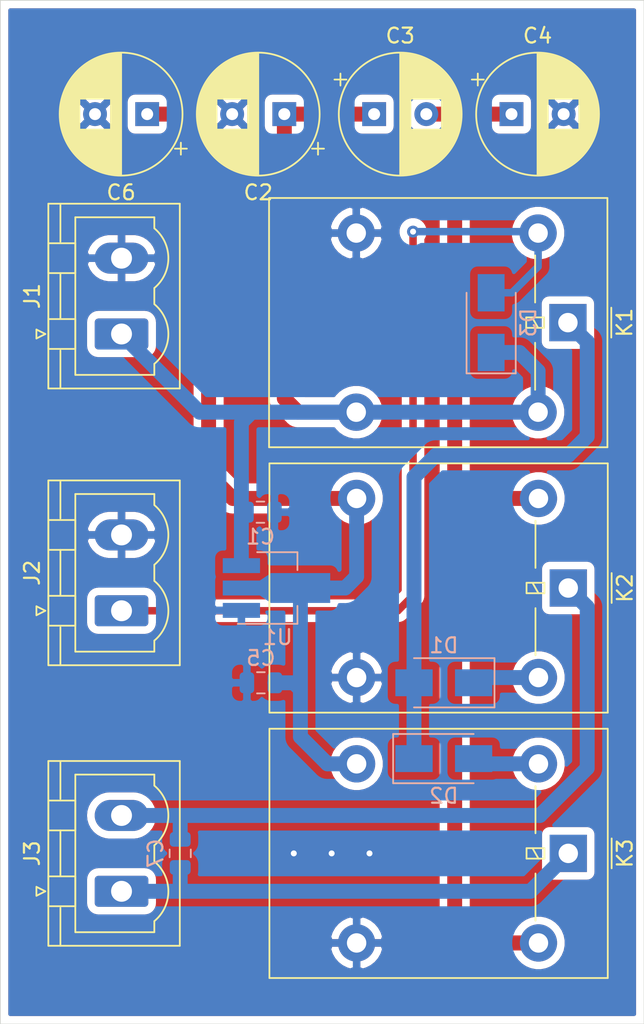
<source format=kicad_pcb>
(kicad_pcb (version 20171130) (host pcbnew "(5.1.5)-3")

  (general
    (thickness 1.6)
    (drawings 5)
    (tracks 81)
    (zones 0)
    (modules 17)
    (nets 11)
  )

  (page A4)
  (layers
    (0 F.Cu signal)
    (31 B.Cu signal)
    (32 B.Adhes user)
    (33 F.Adhes user)
    (34 B.Paste user hide)
    (35 F.Paste user)
    (36 B.SilkS user)
    (37 F.SilkS user hide)
    (38 B.Mask user)
    (39 F.Mask user)
    (40 Dwgs.User user)
    (41 Cmts.User user)
    (42 Eco1.User user)
    (43 Eco2.User user)
    (44 Edge.Cuts user)
    (45 Margin user)
    (46 B.CrtYd user)
    (47 F.CrtYd user)
    (48 B.Fab user)
    (49 F.Fab user)
  )

  (setup
    (last_trace_width 0.25)
    (trace_clearance 0.2)
    (zone_clearance 0.508)
    (zone_45_only no)
    (trace_min 0.2)
    (via_size 0.8)
    (via_drill 0.4)
    (via_min_size 0.4)
    (via_min_drill 0.3)
    (uvia_size 0.3)
    (uvia_drill 0.1)
    (uvias_allowed no)
    (uvia_min_size 0.2)
    (uvia_min_drill 0.1)
    (edge_width 0.05)
    (segment_width 0.2)
    (pcb_text_width 0.3)
    (pcb_text_size 1.5 1.5)
    (mod_edge_width 0.12)
    (mod_text_size 1 1)
    (mod_text_width 0.15)
    (pad_size 1.524 1.524)
    (pad_drill 0.762)
    (pad_to_mask_clearance 0.051)
    (solder_mask_min_width 0.25)
    (aux_axis_origin 0 0)
    (visible_elements 7FFFFFFF)
    (pcbplotparams
      (layerselection 0x010fc_ffffffff)
      (usegerberextensions false)
      (usegerberattributes false)
      (usegerberadvancedattributes false)
      (creategerberjobfile false)
      (excludeedgelayer true)
      (linewidth 0.100000)
      (plotframeref false)
      (viasonmask false)
      (mode 1)
      (useauxorigin false)
      (hpglpennumber 1)
      (hpglpenspeed 20)
      (hpglpendiameter 15.000000)
      (psnegative false)
      (psa4output false)
      (plotreference true)
      (plotvalue true)
      (plotinvisibletext false)
      (padsonsilk false)
      (subtractmaskfromsilk false)
      (outputformat 1)
      (mirror false)
      (drillshape 1)
      (scaleselection 1)
      (outputdirectory ""))
  )

  (net 0 "")
  (net 1 GND)
  (net 2 +24V)
  (net 3 "Net-(C3-Pad2)")
  (net 4 +3V3)
  (net 5 "Net-(C7-Pad2)")
  (net 6 "Net-(C7-Pad1)")
  (net 7 "Net-(D1-Pad2)")
  (net 8 "Net-(D1-Pad1)")
  (net 9 "Net-(D2-Pad2)")
  (net 10 "Net-(D3-Pad2)")

  (net_class Default "This is the default net class."
    (clearance 0.2)
    (trace_width 0.25)
    (via_dia 0.8)
    (via_drill 0.4)
    (uvia_dia 0.3)
    (uvia_drill 0.1)
  )

  (net_class Power ""
    (clearance 0.2)
    (trace_width 1)
    (via_dia 0.8)
    (via_drill 0.4)
    (uvia_dia 0.3)
    (uvia_drill 0.1)
    (add_net +24V)
    (add_net +3V3)
    (add_net GND)
    (add_net "Net-(C3-Pad2)")
    (add_net "Net-(C7-Pad1)")
    (add_net "Net-(C7-Pad2)")
    (add_net "Net-(D1-Pad1)")
    (add_net "Net-(D1-Pad2)")
    (add_net "Net-(D2-Pad2)")
  )

  (net_class Signal ""
    (clearance 0.2)
    (trace_width 0.5)
    (via_dia 0.8)
    (via_drill 0.4)
    (uvia_dia 0.3)
    (uvia_drill 0.1)
    (add_net "Net-(D3-Pad2)")
  )

  (module Diode_SMD:D_SMA (layer B.Cu) (tedit 586432E5) (tstamp 5EEA7522)
    (at 116.745 76.2 90)
    (descr "Diode SMA (DO-214AC)")
    (tags "Diode SMA (DO-214AC)")
    (path /5EEB4CE7)
    (attr smd)
    (fp_text reference D3 (at 0 2.5 270) (layer B.SilkS)
      (effects (font (size 1 1) (thickness 0.15)) (justify mirror))
    )
    (fp_text value 1N4007 (at 0 -2.6 270) (layer B.Fab)
      (effects (font (size 1 1) (thickness 0.15)) (justify mirror))
    )
    (fp_line (start -3.4 1.65) (end 2 1.65) (layer B.SilkS) (width 0.12))
    (fp_line (start -3.4 -1.65) (end 2 -1.65) (layer B.SilkS) (width 0.12))
    (fp_line (start -0.64944 -0.00102) (end 0.50118 0.79908) (layer B.Fab) (width 0.1))
    (fp_line (start -0.64944 -0.00102) (end 0.50118 -0.75032) (layer B.Fab) (width 0.1))
    (fp_line (start 0.50118 -0.75032) (end 0.50118 0.79908) (layer B.Fab) (width 0.1))
    (fp_line (start -0.64944 0.79908) (end -0.64944 -0.80112) (layer B.Fab) (width 0.1))
    (fp_line (start 0.50118 -0.00102) (end 1.4994 -0.00102) (layer B.Fab) (width 0.1))
    (fp_line (start -0.64944 -0.00102) (end -1.55114 -0.00102) (layer B.Fab) (width 0.1))
    (fp_line (start -3.5 -1.75) (end -3.5 1.75) (layer B.CrtYd) (width 0.05))
    (fp_line (start 3.5 -1.75) (end -3.5 -1.75) (layer B.CrtYd) (width 0.05))
    (fp_line (start 3.5 1.75) (end 3.5 -1.75) (layer B.CrtYd) (width 0.05))
    (fp_line (start -3.5 1.75) (end 3.5 1.75) (layer B.CrtYd) (width 0.05))
    (fp_line (start 2.3 1.5) (end -2.3 1.5) (layer B.Fab) (width 0.1))
    (fp_line (start 2.3 1.5) (end 2.3 -1.5) (layer B.Fab) (width 0.1))
    (fp_line (start -2.3 -1.5) (end -2.3 1.5) (layer B.Fab) (width 0.1))
    (fp_line (start 2.3 -1.5) (end -2.3 -1.5) (layer B.Fab) (width 0.1))
    (fp_line (start -3.4 1.65) (end -3.4 -1.65) (layer B.SilkS) (width 0.12))
    (fp_text user %R (at 0 2.5 270) (layer B.Fab)
      (effects (font (size 1 1) (thickness 0.15)) (justify mirror))
    )
    (pad 2 smd rect (at 2 0 90) (size 2.5 1.8) (layers B.Cu B.Paste B.Mask)
      (net 10 "Net-(D3-Pad2)"))
    (pad 1 smd rect (at -2 0 90) (size 2.5 1.8) (layers B.Cu B.Paste B.Mask)
      (net 2 +24V))
    (model ${KISYS3DMOD}/Diode_SMD.3dshapes/D_SMA.wrl
      (at (xyz 0 0 0))
      (scale (xyz 1 1 1))
      (rotate (xyz 0 0 0))
    )
  )

  (module Relay_THT:Relay_SPDT_Omron-G5LE-1 (layer F.Cu) (tedit 5AE38B37) (tstamp 5DE90E0E)
    (at 121.92 111.76 270)
    (descr "Omron Relay SPDT, http://www.omron.com/ecb/products/pdf/en-g5le.pdf")
    (tags "Omron Relay SPDT")
    (path /5DE7F895)
    (fp_text reference K3 (at 0 -3.8 90) (layer F.SilkS)
      (effects (font (size 1 1) (thickness 0.15)))
    )
    (fp_text value G5LE-1 (at 0 20.95 90) (layer F.Fab)
      (effects (font (size 1 1) (thickness 0.15)))
    )
    (fp_text user %R (at 0 8.7 90) (layer F.Fab)
      (effects (font (size 1 1) (thickness 0.15)))
    )
    (fp_line (start -8.5 20.2) (end 8.5 20.2) (layer F.CrtYd) (width 0.05))
    (fp_line (start -8.5 -2.8) (end -8.5 20.2) (layer F.CrtYd) (width 0.05))
    (fp_line (start 8.5 -2.8) (end -8.5 -2.8) (layer F.CrtYd) (width 0.05))
    (fp_line (start 8.5 20.2) (end 8.5 -2.8) (layer F.CrtYd) (width 0.05))
    (fp_line (start 1.35 2.2) (end 4.5 2.2) (layer F.SilkS) (width 0.12))
    (fp_line (start -4.5 2.2) (end -1.35 2.2) (layer F.SilkS) (width 0.12))
    (fp_line (start -1 -2.91) (end 1 -2.91) (layer F.SilkS) (width 0.12))
    (fp_line (start -0.35 2.8) (end 0.35 2.8) (layer F.SilkS) (width 0.12))
    (fp_line (start -0.35 1.6) (end -0.35 2.8) (layer F.SilkS) (width 0.12))
    (fp_line (start 0.35 1.6) (end -0.35 1.6) (layer F.SilkS) (width 0.12))
    (fp_line (start 0.35 2.8) (end 0.35 1.6) (layer F.SilkS) (width 0.12))
    (fp_line (start -0.35 2.4) (end 0.35 2) (layer F.SilkS) (width 0.12))
    (fp_line (start -8.35 20.05) (end 8.35 20.05) (layer F.SilkS) (width 0.12))
    (fp_line (start -8.35 -2.65) (end -8.35 20.05) (layer F.SilkS) (width 0.12))
    (fp_line (start 8.35 -2.65) (end -8.35 -2.65) (layer F.SilkS) (width 0.12))
    (fp_line (start 8.35 20.05) (end 8.35 -2.65) (layer F.SilkS) (width 0.12))
    (fp_line (start -4.5 2) (end 4.5 2) (layer F.Fab) (width 0.1))
    (fp_line (start -1 -2.55) (end 0 -1.55) (layer F.Fab) (width 0.1))
    (fp_line (start -8.25 -2.55) (end -1 -2.55) (layer F.Fab) (width 0.1))
    (fp_line (start -8.25 19.95) (end -8.25 -2.55) (layer F.Fab) (width 0.1))
    (fp_line (start 8.25 19.95) (end -8.25 19.95) (layer F.Fab) (width 0.1))
    (fp_line (start 8.25 -2.55) (end 8.25 19.95) (layer F.Fab) (width 0.1))
    (fp_line (start 1 -2.55) (end 8.25 -2.55) (layer F.Fab) (width 0.1))
    (fp_line (start 0 -1.55) (end 1 -2.55) (layer F.Fab) (width 0.1))
    (pad 5 thru_hole oval (at 6 2 270) (size 2.5 2.5) (drill 1.3) (layers *.Cu *.Mask)
      (net 3 "Net-(C3-Pad2)"))
    (pad 4 thru_hole oval (at 6 14.2 270) (size 2.5 2.5) (drill 1.3) (layers *.Cu *.Mask)
      (net 1 GND))
    (pad 3 thru_hole oval (at -6 14.2 270) (size 2.5 2.5) (drill 1.3) (layers *.Cu *.Mask)
      (net 4 +3V3))
    (pad 2 thru_hole oval (at -6 2 270) (size 2.5 2.5) (drill 1.3) (layers *.Cu *.Mask)
      (net 9 "Net-(D2-Pad2)"))
    (pad 1 thru_hole rect (at 0 0 270) (size 2.5 2.5) (drill 1.3) (layers *.Cu *.Mask)
      (net 5 "Net-(C7-Pad2)"))
    (model ${KISYS3DMOD}/Relay_THT.3dshapes/Relay_SPDT_Omron-G5LE-1.wrl
      (at (xyz 0 0 0))
      (scale (xyz 1 1 1))
      (rotate (xyz 0 0 0))
    )
  )

  (module Package_TO_SOT_SMD:SOT-89-3_Handsoldering (layer B.Cu) (tedit 5A02FF57) (tstamp 5DE90E25)
    (at 101.97 93.98)
    (descr "SOT-89-3 Handsoldering")
    (tags "SOT-89-3 Handsoldering")
    (path /5DE7D658)
    (attr smd)
    (fp_text reference U1 (at 0.45 3.3) (layer B.SilkS)
      (effects (font (size 1 1) (thickness 0.15)) (justify mirror))
    )
    (fp_text value LM1117-3.3 (at 0.5 -3.15) (layer B.Fab)
      (effects (font (size 1 1) (thickness 0.15)) (justify mirror))
    )
    (fp_line (start -0.13 2.3) (end 1.68 2.3) (layer B.Fab) (width 0.1))
    (fp_line (start -0.92 -2.3) (end -0.92 1.51) (layer B.Fab) (width 0.1))
    (fp_line (start 1.68 -2.3) (end -0.92 -2.3) (layer B.Fab) (width 0.1))
    (fp_line (start 1.68 2.3) (end 1.68 -2.3) (layer B.Fab) (width 0.1))
    (fp_line (start -0.92 1.51) (end -0.13 2.3) (layer B.Fab) (width 0.1))
    (fp_line (start 1.78 2.4) (end 1.78 1.2) (layer B.SilkS) (width 0.12))
    (fp_line (start -2.22 2.4) (end 1.78 2.4) (layer B.SilkS) (width 0.12))
    (fp_line (start 1.78 -2.4) (end -0.92 -2.4) (layer B.SilkS) (width 0.12))
    (fp_line (start 1.78 -1.2) (end 1.78 -2.4) (layer B.SilkS) (width 0.12))
    (fp_line (start -3.5 2.55) (end -3.5 -2.55) (layer B.CrtYd) (width 0.05))
    (fp_line (start 4.25 2.55) (end -3.5 2.55) (layer B.CrtYd) (width 0.05))
    (fp_line (start 4.25 -2.55) (end 4.25 2.55) (layer B.CrtYd) (width 0.05))
    (fp_line (start -3.5 -2.55) (end 4.25 -2.55) (layer B.CrtYd) (width 0.05))
    (fp_text user %R (at 0.38 0 -90) (layer B.Fab)
      (effects (font (size 0.6 0.6) (thickness 0.09)) (justify mirror))
    )
    (pad 2 smd trapezoid (at -0.37 0 270) (size 1.5 0.75) (rect_delta 0 -0.5 ) (layers B.Cu B.Paste B.Mask)
      (net 4 +3V3))
    (pad 2 smd rect (at 1.98 0 90) (size 2 4) (layers B.Cu B.Paste B.Mask)
      (net 4 +3V3))
    (pad 3 smd rect (at -1.98 -1.5 90) (size 1 2.5) (layers B.Cu B.Paste B.Mask)
      (net 2 +24V))
    (pad 2 smd rect (at -1.98 0 90) (size 1 2.5) (layers B.Cu B.Paste B.Mask)
      (net 4 +3V3))
    (pad 1 smd rect (at -1.98 1.5 90) (size 1 2.5) (layers B.Cu B.Paste B.Mask)
      (net 1 GND))
    (model ${KISYS3DMOD}/Package_TO_SOT_SMD.3dshapes/SOT-89-3.wrl
      (at (xyz 0 0 0))
      (scale (xyz 1 1 1))
      (rotate (xyz 0 0 0))
    )
  )

  (module Relay_THT:Relay_SPDT_Omron-G5LE-1 (layer F.Cu) (tedit 5AE38B37) (tstamp 5DE940BC)
    (at 121.92 93.98 270)
    (descr "Omron Relay SPDT, http://www.omron.com/ecb/products/pdf/en-g5le.pdf")
    (tags "Omron Relay SPDT")
    (path /5DE7E52A)
    (fp_text reference K2 (at 0 -3.8 90) (layer F.SilkS)
      (effects (font (size 1 1) (thickness 0.15)))
    )
    (fp_text value G5LE-1 (at 0 20.95 90) (layer F.Fab)
      (effects (font (size 1 1) (thickness 0.15)))
    )
    (fp_text user %R (at 0 8.7 90) (layer F.Fab)
      (effects (font (size 1 1) (thickness 0.15)))
    )
    (fp_line (start -8.5 20.2) (end 8.5 20.2) (layer F.CrtYd) (width 0.05))
    (fp_line (start -8.5 -2.8) (end -8.5 20.2) (layer F.CrtYd) (width 0.05))
    (fp_line (start 8.5 -2.8) (end -8.5 -2.8) (layer F.CrtYd) (width 0.05))
    (fp_line (start 8.5 20.2) (end 8.5 -2.8) (layer F.CrtYd) (width 0.05))
    (fp_line (start 1.35 2.2) (end 4.5 2.2) (layer F.SilkS) (width 0.12))
    (fp_line (start -4.5 2.2) (end -1.35 2.2) (layer F.SilkS) (width 0.12))
    (fp_line (start -1 -2.91) (end 1 -2.91) (layer F.SilkS) (width 0.12))
    (fp_line (start -0.35 2.8) (end 0.35 2.8) (layer F.SilkS) (width 0.12))
    (fp_line (start -0.35 1.6) (end -0.35 2.8) (layer F.SilkS) (width 0.12))
    (fp_line (start 0.35 1.6) (end -0.35 1.6) (layer F.SilkS) (width 0.12))
    (fp_line (start 0.35 2.8) (end 0.35 1.6) (layer F.SilkS) (width 0.12))
    (fp_line (start -0.35 2.4) (end 0.35 2) (layer F.SilkS) (width 0.12))
    (fp_line (start -8.35 20.05) (end 8.35 20.05) (layer F.SilkS) (width 0.12))
    (fp_line (start -8.35 -2.65) (end -8.35 20.05) (layer F.SilkS) (width 0.12))
    (fp_line (start 8.35 -2.65) (end -8.35 -2.65) (layer F.SilkS) (width 0.12))
    (fp_line (start 8.35 20.05) (end 8.35 -2.65) (layer F.SilkS) (width 0.12))
    (fp_line (start -4.5 2) (end 4.5 2) (layer F.Fab) (width 0.1))
    (fp_line (start -1 -2.55) (end 0 -1.55) (layer F.Fab) (width 0.1))
    (fp_line (start -8.25 -2.55) (end -1 -2.55) (layer F.Fab) (width 0.1))
    (fp_line (start -8.25 19.95) (end -8.25 -2.55) (layer F.Fab) (width 0.1))
    (fp_line (start 8.25 19.95) (end -8.25 19.95) (layer F.Fab) (width 0.1))
    (fp_line (start 8.25 -2.55) (end 8.25 19.95) (layer F.Fab) (width 0.1))
    (fp_line (start 1 -2.55) (end 8.25 -2.55) (layer F.Fab) (width 0.1))
    (fp_line (start 0 -1.55) (end 1 -2.55) (layer F.Fab) (width 0.1))
    (pad 5 thru_hole oval (at 6 2 270) (size 2.5 2.5) (drill 1.3) (layers *.Cu *.Mask)
      (net 8 "Net-(D1-Pad1)"))
    (pad 4 thru_hole oval (at 6 14.2 270) (size 2.5 2.5) (drill 1.3) (layers *.Cu *.Mask)
      (net 1 GND))
    (pad 3 thru_hole oval (at -6 14.2 270) (size 2.5 2.5) (drill 1.3) (layers *.Cu *.Mask)
      (net 4 +3V3))
    (pad 2 thru_hole oval (at -6 2 270) (size 2.5 2.5) (drill 1.3) (layers *.Cu *.Mask)
      (net 3 "Net-(C3-Pad2)"))
    (pad 1 thru_hole rect (at 0 0 270) (size 2.5 2.5) (drill 1.3) (layers *.Cu *.Mask)
      (net 6 "Net-(C7-Pad1)"))
    (model ${KISYS3DMOD}/Relay_THT.3dshapes/Relay_SPDT_Omron-G5LE-1.wrl
      (at (xyz 0 0 0))
      (scale (xyz 1 1 1))
      (rotate (xyz 0 0 0))
    )
  )

  (module Relay_THT:Relay_SPDT_Omron-G5LE-1 (layer F.Cu) (tedit 5AE38B37) (tstamp 5DE91B7A)
    (at 121.896 76.2 270)
    (descr "Omron Relay SPDT, http://www.omron.com/ecb/products/pdf/en-g5le.pdf")
    (tags "Omron Relay SPDT")
    (path /5DE7CD07)
    (fp_text reference K1 (at 0 -3.8 90) (layer F.SilkS)
      (effects (font (size 1 1) (thickness 0.15)))
    )
    (fp_text value G5LE-1 (at 0 20.95 90) (layer F.Fab)
      (effects (font (size 1 1) (thickness 0.15)))
    )
    (fp_text user %R (at 0 8.7 90) (layer F.Fab)
      (effects (font (size 1 1) (thickness 0.15)))
    )
    (fp_line (start -8.5 20.2) (end 8.5 20.2) (layer F.CrtYd) (width 0.05))
    (fp_line (start -8.5 -2.8) (end -8.5 20.2) (layer F.CrtYd) (width 0.05))
    (fp_line (start 8.5 -2.8) (end -8.5 -2.8) (layer F.CrtYd) (width 0.05))
    (fp_line (start 8.5 20.2) (end 8.5 -2.8) (layer F.CrtYd) (width 0.05))
    (fp_line (start 1.35 2.2) (end 4.5 2.2) (layer F.SilkS) (width 0.12))
    (fp_line (start -4.5 2.2) (end -1.35 2.2) (layer F.SilkS) (width 0.12))
    (fp_line (start -1 -2.91) (end 1 -2.91) (layer F.SilkS) (width 0.12))
    (fp_line (start -0.35 2.8) (end 0.35 2.8) (layer F.SilkS) (width 0.12))
    (fp_line (start -0.35 1.6) (end -0.35 2.8) (layer F.SilkS) (width 0.12))
    (fp_line (start 0.35 1.6) (end -0.35 1.6) (layer F.SilkS) (width 0.12))
    (fp_line (start 0.35 2.8) (end 0.35 1.6) (layer F.SilkS) (width 0.12))
    (fp_line (start -0.35 2.4) (end 0.35 2) (layer F.SilkS) (width 0.12))
    (fp_line (start -8.35 20.05) (end 8.35 20.05) (layer F.SilkS) (width 0.12))
    (fp_line (start -8.35 -2.65) (end -8.35 20.05) (layer F.SilkS) (width 0.12))
    (fp_line (start 8.35 -2.65) (end -8.35 -2.65) (layer F.SilkS) (width 0.12))
    (fp_line (start 8.35 20.05) (end 8.35 -2.65) (layer F.SilkS) (width 0.12))
    (fp_line (start -4.5 2) (end 4.5 2) (layer F.Fab) (width 0.1))
    (fp_line (start -1 -2.55) (end 0 -1.55) (layer F.Fab) (width 0.1))
    (fp_line (start -8.25 -2.55) (end -1 -2.55) (layer F.Fab) (width 0.1))
    (fp_line (start -8.25 19.95) (end -8.25 -2.55) (layer F.Fab) (width 0.1))
    (fp_line (start 8.25 19.95) (end -8.25 19.95) (layer F.Fab) (width 0.1))
    (fp_line (start 8.25 -2.55) (end 8.25 19.95) (layer F.Fab) (width 0.1))
    (fp_line (start 1 -2.55) (end 8.25 -2.55) (layer F.Fab) (width 0.1))
    (fp_line (start 0 -1.55) (end 1 -2.55) (layer F.Fab) (width 0.1))
    (pad 5 thru_hole oval (at 6 2 270) (size 2.5 2.5) (drill 1.3) (layers *.Cu *.Mask)
      (net 2 +24V))
    (pad 4 thru_hole oval (at 6 14.2 270) (size 2.5 2.5) (drill 1.3) (layers *.Cu *.Mask)
      (net 2 +24V))
    (pad 3 thru_hole oval (at -6 14.2 270) (size 2.5 2.5) (drill 1.3) (layers *.Cu *.Mask)
      (net 1 GND))
    (pad 2 thru_hole oval (at -6 2 270) (size 2.5 2.5) (drill 1.3) (layers *.Cu *.Mask)
      (net 10 "Net-(D3-Pad2)"))
    (pad 1 thru_hole rect (at 0 0 270) (size 2.5 2.5) (drill 1.3) (layers *.Cu *.Mask)
      (net 7 "Net-(D1-Pad2)"))
    (model ${KISYS3DMOD}/Relay_THT.3dshapes/Relay_SPDT_Omron-G5LE-1.wrl
      (at (xyz 0 0 0))
      (scale (xyz 1 1 1))
      (rotate (xyz 0 0 0))
    )
  )

  (module Connector_Phoenix_MSTB:PhoenixContact_MSTBVA_2,5_2-G-5,08_1x02_P5.08mm_Vertical (layer F.Cu) (tedit 5B785047) (tstamp 603E08CE)
    (at 91.948 114.3 90)
    (descr "Generic Phoenix Contact connector footprint for: MSTBVA_2,5/2-G-5,08; number of pins: 02; pin pitch: 5.08mm; Vertical || order number: 1755736 12A || order number: 1924305 16A (HC)")
    (tags "phoenix_contact connector MSTBVA_01x02_G_5.08mm")
    (path /5DE80427)
    (fp_text reference J3 (at 2.54 -6 90) (layer F.SilkS)
      (effects (font (size 1 1) (thickness 0.15)))
    )
    (fp_text value MOTOR (at 2.54 5 90) (layer F.Fab)
      (effects (font (size 1 1) (thickness 0.15)))
    )
    (fp_text user %R (at 2.54 -4.1 90) (layer F.Fab)
      (effects (font (size 1 1) (thickness 0.15)))
    )
    (fp_line (start -0.5 -3.55) (end 0.5 -3.55) (layer F.Fab) (width 0.1))
    (fp_line (start 0 -2.55) (end -0.5 -3.55) (layer F.Fab) (width 0.1))
    (fp_line (start 0.5 -3.55) (end 0 -2.55) (layer F.Fab) (width 0.1))
    (fp_line (start -0.3 -5.71) (end 0.3 -5.71) (layer F.SilkS) (width 0.12))
    (fp_line (start 0 -5.11) (end -0.3 -5.71) (layer F.SilkS) (width 0.12))
    (fp_line (start 0.3 -5.71) (end 0 -5.11) (layer F.SilkS) (width 0.12))
    (fp_line (start 9.12 -5.3) (end -4.04 -5.3) (layer F.CrtYd) (width 0.05))
    (fp_line (start 9.12 4.3) (end 9.12 -5.3) (layer F.CrtYd) (width 0.05))
    (fp_line (start -4.04 4.3) (end 9.12 4.3) (layer F.CrtYd) (width 0.05))
    (fp_line (start -4.04 -5.3) (end -4.04 4.3) (layer F.CrtYd) (width 0.05))
    (fp_line (start 7.82 2.2) (end 7.08 2.2) (layer F.SilkS) (width 0.12))
    (fp_line (start 7.82 -3.1) (end 7.82 2.2) (layer F.SilkS) (width 0.12))
    (fp_line (start -2.74 -3.1) (end 7.82 -3.1) (layer F.SilkS) (width 0.12))
    (fp_line (start -2.74 2.2) (end -2.74 -3.1) (layer F.SilkS) (width 0.12))
    (fp_line (start -2 2.2) (end -2.74 2.2) (layer F.SilkS) (width 0.12))
    (fp_line (start 2 2.2) (end 3.08 2.2) (layer F.SilkS) (width 0.12))
    (fp_line (start 6.08 -3.1) (end 4.08 -3.1) (layer F.SilkS) (width 0.12))
    (fp_line (start 6.08 -4.91) (end 6.08 -3.1) (layer F.SilkS) (width 0.12))
    (fp_line (start 4.08 -4.91) (end 6.08 -4.91) (layer F.SilkS) (width 0.12))
    (fp_line (start 4.08 -3.1) (end 4.08 -4.91) (layer F.SilkS) (width 0.12))
    (fp_line (start 1 -3.1) (end -1 -3.1) (layer F.SilkS) (width 0.12))
    (fp_line (start 1 -4.91) (end 1 -3.1) (layer F.SilkS) (width 0.12))
    (fp_line (start -1 -4.91) (end 1 -4.91) (layer F.SilkS) (width 0.12))
    (fp_line (start -1 -3.1) (end -1 -4.91) (layer F.SilkS) (width 0.12))
    (fp_line (start 1 -4.1) (end 4.08 -4.1) (layer F.SilkS) (width 0.12))
    (fp_line (start 8.73 -4.1) (end 6.19 -4.1) (layer F.SilkS) (width 0.12))
    (fp_line (start -3.65 -4.1) (end -1.11 -4.1) (layer F.SilkS) (width 0.12))
    (fp_line (start 8.62 -4.8) (end -3.54 -4.8) (layer F.Fab) (width 0.1))
    (fp_line (start 8.62 3.8) (end 8.62 -4.8) (layer F.Fab) (width 0.1))
    (fp_line (start -3.54 3.8) (end 8.62 3.8) (layer F.Fab) (width 0.1))
    (fp_line (start -3.54 -4.8) (end -3.54 3.8) (layer F.Fab) (width 0.1))
    (fp_line (start 8.73 -4.91) (end -3.65 -4.91) (layer F.SilkS) (width 0.12))
    (fp_line (start 8.73 3.91) (end 8.73 -4.91) (layer F.SilkS) (width 0.12))
    (fp_line (start -3.65 3.91) (end 8.73 3.91) (layer F.SilkS) (width 0.12))
    (fp_line (start -3.65 -4.91) (end -3.65 3.91) (layer F.SilkS) (width 0.12))
    (fp_arc (start 5.08 0.55) (end 3.08 2.2) (angle -100.5) (layer F.SilkS) (width 0.12))
    (fp_arc (start 0 0.55) (end -2 2.2) (angle -100.5) (layer F.SilkS) (width 0.12))
    (pad 2 thru_hole oval (at 5.08 0 90) (size 2.08 3.6) (drill 1.4) (layers *.Cu *.Mask)
      (net 6 "Net-(C7-Pad1)"))
    (pad 1 thru_hole roundrect (at 0 0 90) (size 2.08 3.6) (drill 1.4) (layers *.Cu *.Mask) (roundrect_rratio 0.120192)
      (net 5 "Net-(C7-Pad2)"))
    (model ${KISYS3DMOD}/Connector_Phoenix_MSTB.3dshapes/PhoenixContact_MSTBVA_2,5_2-G-5,08_1x02_P5.08mm_Vertical.wrl
      (at (xyz 0 0 0))
      (scale (xyz 1 1 1))
      (rotate (xyz 0 0 0))
    )
  )

  (module Diode_SMD:D_SMA (layer B.Cu) (tedit 586432E5) (tstamp 5DE90D24)
    (at 113.57 105.41)
    (descr "Diode SMA (DO-214AC)")
    (tags "Diode SMA (DO-214AC)")
    (path /5DE83C79)
    (attr smd)
    (fp_text reference D2 (at 0 2.5) (layer B.SilkS)
      (effects (font (size 1 1) (thickness 0.15)) (justify mirror))
    )
    (fp_text value 1N4007 (at 0 -2.6) (layer B.Fab)
      (effects (font (size 1 1) (thickness 0.15)) (justify mirror))
    )
    (fp_line (start -3.4 1.65) (end 2 1.65) (layer B.SilkS) (width 0.12))
    (fp_line (start -3.4 -1.65) (end 2 -1.65) (layer B.SilkS) (width 0.12))
    (fp_line (start -0.64944 -0.00102) (end 0.50118 0.79908) (layer B.Fab) (width 0.1))
    (fp_line (start -0.64944 -0.00102) (end 0.50118 -0.75032) (layer B.Fab) (width 0.1))
    (fp_line (start 0.50118 -0.75032) (end 0.50118 0.79908) (layer B.Fab) (width 0.1))
    (fp_line (start -0.64944 0.79908) (end -0.64944 -0.80112) (layer B.Fab) (width 0.1))
    (fp_line (start 0.50118 -0.00102) (end 1.4994 -0.00102) (layer B.Fab) (width 0.1))
    (fp_line (start -0.64944 -0.00102) (end -1.55114 -0.00102) (layer B.Fab) (width 0.1))
    (fp_line (start -3.5 -1.75) (end -3.5 1.75) (layer B.CrtYd) (width 0.05))
    (fp_line (start 3.5 -1.75) (end -3.5 -1.75) (layer B.CrtYd) (width 0.05))
    (fp_line (start 3.5 1.75) (end 3.5 -1.75) (layer B.CrtYd) (width 0.05))
    (fp_line (start -3.5 1.75) (end 3.5 1.75) (layer B.CrtYd) (width 0.05))
    (fp_line (start 2.3 1.5) (end -2.3 1.5) (layer B.Fab) (width 0.1))
    (fp_line (start 2.3 1.5) (end 2.3 -1.5) (layer B.Fab) (width 0.1))
    (fp_line (start -2.3 -1.5) (end -2.3 1.5) (layer B.Fab) (width 0.1))
    (fp_line (start 2.3 -1.5) (end -2.3 -1.5) (layer B.Fab) (width 0.1))
    (fp_line (start -3.4 1.65) (end -3.4 -1.65) (layer B.SilkS) (width 0.12))
    (fp_text user %R (at 0 2.5) (layer B.Fab)
      (effects (font (size 1 1) (thickness 0.15)) (justify mirror))
    )
    (pad 2 smd rect (at 2 0) (size 2.5 1.8) (layers B.Cu B.Paste B.Mask)
      (net 9 "Net-(D2-Pad2)"))
    (pad 1 smd rect (at -2 0) (size 2.5 1.8) (layers B.Cu B.Paste B.Mask)
      (net 7 "Net-(D1-Pad2)"))
    (model ${KISYS3DMOD}/Diode_SMD.3dshapes/D_SMA.wrl
      (at (xyz 0 0 0))
      (scale (xyz 1 1 1))
      (rotate (xyz 0 0 0))
    )
  )

  (module Diode_SMD:D_SMA (layer B.Cu) (tedit 586432E5) (tstamp 5DE90D0C)
    (at 113.57 100.33 180)
    (descr "Diode SMA (DO-214AC)")
    (tags "Diode SMA (DO-214AC)")
    (path /5DE8E6EB)
    (attr smd)
    (fp_text reference D1 (at 0 2.5) (layer B.SilkS)
      (effects (font (size 1 1) (thickness 0.15)) (justify mirror))
    )
    (fp_text value 1N4007 (at 0 -2.6) (layer B.Fab)
      (effects (font (size 1 1) (thickness 0.15)) (justify mirror))
    )
    (fp_line (start -3.4 1.65) (end 2 1.65) (layer B.SilkS) (width 0.12))
    (fp_line (start -3.4 -1.65) (end 2 -1.65) (layer B.SilkS) (width 0.12))
    (fp_line (start -0.64944 -0.00102) (end 0.50118 0.79908) (layer B.Fab) (width 0.1))
    (fp_line (start -0.64944 -0.00102) (end 0.50118 -0.75032) (layer B.Fab) (width 0.1))
    (fp_line (start 0.50118 -0.75032) (end 0.50118 0.79908) (layer B.Fab) (width 0.1))
    (fp_line (start -0.64944 0.79908) (end -0.64944 -0.80112) (layer B.Fab) (width 0.1))
    (fp_line (start 0.50118 -0.00102) (end 1.4994 -0.00102) (layer B.Fab) (width 0.1))
    (fp_line (start -0.64944 -0.00102) (end -1.55114 -0.00102) (layer B.Fab) (width 0.1))
    (fp_line (start -3.5 -1.75) (end -3.5 1.75) (layer B.CrtYd) (width 0.05))
    (fp_line (start 3.5 -1.75) (end -3.5 -1.75) (layer B.CrtYd) (width 0.05))
    (fp_line (start 3.5 1.75) (end 3.5 -1.75) (layer B.CrtYd) (width 0.05))
    (fp_line (start -3.5 1.75) (end 3.5 1.75) (layer B.CrtYd) (width 0.05))
    (fp_line (start 2.3 1.5) (end -2.3 1.5) (layer B.Fab) (width 0.1))
    (fp_line (start 2.3 1.5) (end 2.3 -1.5) (layer B.Fab) (width 0.1))
    (fp_line (start -2.3 -1.5) (end -2.3 1.5) (layer B.Fab) (width 0.1))
    (fp_line (start 2.3 -1.5) (end -2.3 -1.5) (layer B.Fab) (width 0.1))
    (fp_line (start -3.4 1.65) (end -3.4 -1.65) (layer B.SilkS) (width 0.12))
    (fp_text user %R (at 0 2.5) (layer B.Fab)
      (effects (font (size 1 1) (thickness 0.15)) (justify mirror))
    )
    (pad 2 smd rect (at 2 0 180) (size 2.5 1.8) (layers B.Cu B.Paste B.Mask)
      (net 7 "Net-(D1-Pad2)"))
    (pad 1 smd rect (at -2 0 180) (size 2.5 1.8) (layers B.Cu B.Paste B.Mask)
      (net 8 "Net-(D1-Pad1)"))
    (model ${KISYS3DMOD}/Diode_SMD.3dshapes/D_SMA.wrl
      (at (xyz 0 0 0))
      (scale (xyz 1 1 1))
      (rotate (xyz 0 0 0))
    )
  )

  (module Capacitor_SMD:C_0805_2012Metric (layer B.Cu) (tedit 5B36C52B) (tstamp 5DE90CF4)
    (at 95.885 111.76 270)
    (descr "Capacitor SMD 0805 (2012 Metric), square (rectangular) end terminal, IPC_7351 nominal, (Body size source: https://docs.google.com/spreadsheets/d/1BsfQQcO9C6DZCsRaXUlFlo91Tg2WpOkGARC1WS5S8t0/edit?usp=sharing), generated with kicad-footprint-generator")
    (tags capacitor)
    (path /5DE89D31)
    (attr smd)
    (fp_text reference C7 (at 0 1.65 270) (layer B.SilkS)
      (effects (font (size 1 1) (thickness 0.15)) (justify mirror))
    )
    (fp_text value 100uF (at 0 -1.65 270) (layer B.Fab)
      (effects (font (size 1 1) (thickness 0.15)) (justify mirror))
    )
    (fp_text user %R (at 0 0 270) (layer B.Fab)
      (effects (font (size 0.5 0.5) (thickness 0.08)) (justify mirror))
    )
    (fp_line (start 1.68 -0.95) (end -1.68 -0.95) (layer B.CrtYd) (width 0.05))
    (fp_line (start 1.68 0.95) (end 1.68 -0.95) (layer B.CrtYd) (width 0.05))
    (fp_line (start -1.68 0.95) (end 1.68 0.95) (layer B.CrtYd) (width 0.05))
    (fp_line (start -1.68 -0.95) (end -1.68 0.95) (layer B.CrtYd) (width 0.05))
    (fp_line (start -0.258578 -0.71) (end 0.258578 -0.71) (layer B.SilkS) (width 0.12))
    (fp_line (start -0.258578 0.71) (end 0.258578 0.71) (layer B.SilkS) (width 0.12))
    (fp_line (start 1 -0.6) (end -1 -0.6) (layer B.Fab) (width 0.1))
    (fp_line (start 1 0.6) (end 1 -0.6) (layer B.Fab) (width 0.1))
    (fp_line (start -1 0.6) (end 1 0.6) (layer B.Fab) (width 0.1))
    (fp_line (start -1 -0.6) (end -1 0.6) (layer B.Fab) (width 0.1))
    (pad 2 smd roundrect (at 0.9375 0 270) (size 0.975 1.4) (layers B.Cu B.Paste B.Mask) (roundrect_rratio 0.25)
      (net 5 "Net-(C7-Pad2)"))
    (pad 1 smd roundrect (at -0.9375 0 270) (size 0.975 1.4) (layers B.Cu B.Paste B.Mask) (roundrect_rratio 0.25)
      (net 6 "Net-(C7-Pad1)"))
    (model ${KISYS3DMOD}/Capacitor_SMD.3dshapes/C_0805_2012Metric.wrl
      (at (xyz 0 0 0))
      (scale (xyz 1 1 1))
      (rotate (xyz 0 0 0))
    )
  )

  (module Capacitor_THT:CP_Radial_D8.0mm_P3.50mm (layer F.Cu) (tedit 5AE50EF0) (tstamp 5DE97E66)
    (at 93.67 62.23 180)
    (descr "CP, Radial series, Radial, pin pitch=3.50mm, , diameter=8mm, Electrolytic Capacitor")
    (tags "CP Radial series Radial pin pitch 3.50mm  diameter 8mm Electrolytic Capacitor")
    (path /5DE80F8A)
    (fp_text reference C6 (at 1.75 -5.25) (layer F.SilkS)
      (effects (font (size 1 1) (thickness 0.15)))
    )
    (fp_text value 100uF (at 1.75 5.25) (layer F.Fab)
      (effects (font (size 1 1) (thickness 0.15)))
    )
    (fp_text user %R (at 1.75 0) (layer F.Fab)
      (effects (font (size 1 1) (thickness 0.15)))
    )
    (fp_line (start -2.259698 -2.715) (end -2.259698 -1.915) (layer F.SilkS) (width 0.12))
    (fp_line (start -2.659698 -2.315) (end -1.859698 -2.315) (layer F.SilkS) (width 0.12))
    (fp_line (start 5.831 -0.533) (end 5.831 0.533) (layer F.SilkS) (width 0.12))
    (fp_line (start 5.791 -0.768) (end 5.791 0.768) (layer F.SilkS) (width 0.12))
    (fp_line (start 5.751 -0.948) (end 5.751 0.948) (layer F.SilkS) (width 0.12))
    (fp_line (start 5.711 -1.098) (end 5.711 1.098) (layer F.SilkS) (width 0.12))
    (fp_line (start 5.671 -1.229) (end 5.671 1.229) (layer F.SilkS) (width 0.12))
    (fp_line (start 5.631 -1.346) (end 5.631 1.346) (layer F.SilkS) (width 0.12))
    (fp_line (start 5.591 -1.453) (end 5.591 1.453) (layer F.SilkS) (width 0.12))
    (fp_line (start 5.551 -1.552) (end 5.551 1.552) (layer F.SilkS) (width 0.12))
    (fp_line (start 5.511 -1.645) (end 5.511 1.645) (layer F.SilkS) (width 0.12))
    (fp_line (start 5.471 -1.731) (end 5.471 1.731) (layer F.SilkS) (width 0.12))
    (fp_line (start 5.431 -1.813) (end 5.431 1.813) (layer F.SilkS) (width 0.12))
    (fp_line (start 5.391 -1.89) (end 5.391 1.89) (layer F.SilkS) (width 0.12))
    (fp_line (start 5.351 -1.964) (end 5.351 1.964) (layer F.SilkS) (width 0.12))
    (fp_line (start 5.311 -2.034) (end 5.311 2.034) (layer F.SilkS) (width 0.12))
    (fp_line (start 5.271 -2.102) (end 5.271 2.102) (layer F.SilkS) (width 0.12))
    (fp_line (start 5.231 -2.166) (end 5.231 2.166) (layer F.SilkS) (width 0.12))
    (fp_line (start 5.191 -2.228) (end 5.191 2.228) (layer F.SilkS) (width 0.12))
    (fp_line (start 5.151 -2.287) (end 5.151 2.287) (layer F.SilkS) (width 0.12))
    (fp_line (start 5.111 -2.345) (end 5.111 2.345) (layer F.SilkS) (width 0.12))
    (fp_line (start 5.071 -2.4) (end 5.071 2.4) (layer F.SilkS) (width 0.12))
    (fp_line (start 5.031 -2.454) (end 5.031 2.454) (layer F.SilkS) (width 0.12))
    (fp_line (start 4.991 -2.505) (end 4.991 2.505) (layer F.SilkS) (width 0.12))
    (fp_line (start 4.951 -2.556) (end 4.951 2.556) (layer F.SilkS) (width 0.12))
    (fp_line (start 4.911 -2.604) (end 4.911 2.604) (layer F.SilkS) (width 0.12))
    (fp_line (start 4.871 -2.651) (end 4.871 2.651) (layer F.SilkS) (width 0.12))
    (fp_line (start 4.831 -2.697) (end 4.831 2.697) (layer F.SilkS) (width 0.12))
    (fp_line (start 4.791 -2.741) (end 4.791 2.741) (layer F.SilkS) (width 0.12))
    (fp_line (start 4.751 -2.784) (end 4.751 2.784) (layer F.SilkS) (width 0.12))
    (fp_line (start 4.711 -2.826) (end 4.711 2.826) (layer F.SilkS) (width 0.12))
    (fp_line (start 4.671 -2.867) (end 4.671 2.867) (layer F.SilkS) (width 0.12))
    (fp_line (start 4.631 -2.907) (end 4.631 2.907) (layer F.SilkS) (width 0.12))
    (fp_line (start 4.591 -2.945) (end 4.591 2.945) (layer F.SilkS) (width 0.12))
    (fp_line (start 4.551 -2.983) (end 4.551 2.983) (layer F.SilkS) (width 0.12))
    (fp_line (start 4.511 1.04) (end 4.511 3.019) (layer F.SilkS) (width 0.12))
    (fp_line (start 4.511 -3.019) (end 4.511 -1.04) (layer F.SilkS) (width 0.12))
    (fp_line (start 4.471 1.04) (end 4.471 3.055) (layer F.SilkS) (width 0.12))
    (fp_line (start 4.471 -3.055) (end 4.471 -1.04) (layer F.SilkS) (width 0.12))
    (fp_line (start 4.431 1.04) (end 4.431 3.09) (layer F.SilkS) (width 0.12))
    (fp_line (start 4.431 -3.09) (end 4.431 -1.04) (layer F.SilkS) (width 0.12))
    (fp_line (start 4.391 1.04) (end 4.391 3.124) (layer F.SilkS) (width 0.12))
    (fp_line (start 4.391 -3.124) (end 4.391 -1.04) (layer F.SilkS) (width 0.12))
    (fp_line (start 4.351 1.04) (end 4.351 3.156) (layer F.SilkS) (width 0.12))
    (fp_line (start 4.351 -3.156) (end 4.351 -1.04) (layer F.SilkS) (width 0.12))
    (fp_line (start 4.311 1.04) (end 4.311 3.189) (layer F.SilkS) (width 0.12))
    (fp_line (start 4.311 -3.189) (end 4.311 -1.04) (layer F.SilkS) (width 0.12))
    (fp_line (start 4.271 1.04) (end 4.271 3.22) (layer F.SilkS) (width 0.12))
    (fp_line (start 4.271 -3.22) (end 4.271 -1.04) (layer F.SilkS) (width 0.12))
    (fp_line (start 4.231 1.04) (end 4.231 3.25) (layer F.SilkS) (width 0.12))
    (fp_line (start 4.231 -3.25) (end 4.231 -1.04) (layer F.SilkS) (width 0.12))
    (fp_line (start 4.191 1.04) (end 4.191 3.28) (layer F.SilkS) (width 0.12))
    (fp_line (start 4.191 -3.28) (end 4.191 -1.04) (layer F.SilkS) (width 0.12))
    (fp_line (start 4.151 1.04) (end 4.151 3.309) (layer F.SilkS) (width 0.12))
    (fp_line (start 4.151 -3.309) (end 4.151 -1.04) (layer F.SilkS) (width 0.12))
    (fp_line (start 4.111 1.04) (end 4.111 3.338) (layer F.SilkS) (width 0.12))
    (fp_line (start 4.111 -3.338) (end 4.111 -1.04) (layer F.SilkS) (width 0.12))
    (fp_line (start 4.071 1.04) (end 4.071 3.365) (layer F.SilkS) (width 0.12))
    (fp_line (start 4.071 -3.365) (end 4.071 -1.04) (layer F.SilkS) (width 0.12))
    (fp_line (start 4.031 1.04) (end 4.031 3.392) (layer F.SilkS) (width 0.12))
    (fp_line (start 4.031 -3.392) (end 4.031 -1.04) (layer F.SilkS) (width 0.12))
    (fp_line (start 3.991 1.04) (end 3.991 3.418) (layer F.SilkS) (width 0.12))
    (fp_line (start 3.991 -3.418) (end 3.991 -1.04) (layer F.SilkS) (width 0.12))
    (fp_line (start 3.951 1.04) (end 3.951 3.444) (layer F.SilkS) (width 0.12))
    (fp_line (start 3.951 -3.444) (end 3.951 -1.04) (layer F.SilkS) (width 0.12))
    (fp_line (start 3.911 1.04) (end 3.911 3.469) (layer F.SilkS) (width 0.12))
    (fp_line (start 3.911 -3.469) (end 3.911 -1.04) (layer F.SilkS) (width 0.12))
    (fp_line (start 3.871 1.04) (end 3.871 3.493) (layer F.SilkS) (width 0.12))
    (fp_line (start 3.871 -3.493) (end 3.871 -1.04) (layer F.SilkS) (width 0.12))
    (fp_line (start 3.831 1.04) (end 3.831 3.517) (layer F.SilkS) (width 0.12))
    (fp_line (start 3.831 -3.517) (end 3.831 -1.04) (layer F.SilkS) (width 0.12))
    (fp_line (start 3.791 1.04) (end 3.791 3.54) (layer F.SilkS) (width 0.12))
    (fp_line (start 3.791 -3.54) (end 3.791 -1.04) (layer F.SilkS) (width 0.12))
    (fp_line (start 3.751 1.04) (end 3.751 3.562) (layer F.SilkS) (width 0.12))
    (fp_line (start 3.751 -3.562) (end 3.751 -1.04) (layer F.SilkS) (width 0.12))
    (fp_line (start 3.711 1.04) (end 3.711 3.584) (layer F.SilkS) (width 0.12))
    (fp_line (start 3.711 -3.584) (end 3.711 -1.04) (layer F.SilkS) (width 0.12))
    (fp_line (start 3.671 1.04) (end 3.671 3.606) (layer F.SilkS) (width 0.12))
    (fp_line (start 3.671 -3.606) (end 3.671 -1.04) (layer F.SilkS) (width 0.12))
    (fp_line (start 3.631 1.04) (end 3.631 3.627) (layer F.SilkS) (width 0.12))
    (fp_line (start 3.631 -3.627) (end 3.631 -1.04) (layer F.SilkS) (width 0.12))
    (fp_line (start 3.591 1.04) (end 3.591 3.647) (layer F.SilkS) (width 0.12))
    (fp_line (start 3.591 -3.647) (end 3.591 -1.04) (layer F.SilkS) (width 0.12))
    (fp_line (start 3.551 1.04) (end 3.551 3.666) (layer F.SilkS) (width 0.12))
    (fp_line (start 3.551 -3.666) (end 3.551 -1.04) (layer F.SilkS) (width 0.12))
    (fp_line (start 3.511 1.04) (end 3.511 3.686) (layer F.SilkS) (width 0.12))
    (fp_line (start 3.511 -3.686) (end 3.511 -1.04) (layer F.SilkS) (width 0.12))
    (fp_line (start 3.471 1.04) (end 3.471 3.704) (layer F.SilkS) (width 0.12))
    (fp_line (start 3.471 -3.704) (end 3.471 -1.04) (layer F.SilkS) (width 0.12))
    (fp_line (start 3.431 1.04) (end 3.431 3.722) (layer F.SilkS) (width 0.12))
    (fp_line (start 3.431 -3.722) (end 3.431 -1.04) (layer F.SilkS) (width 0.12))
    (fp_line (start 3.391 1.04) (end 3.391 3.74) (layer F.SilkS) (width 0.12))
    (fp_line (start 3.391 -3.74) (end 3.391 -1.04) (layer F.SilkS) (width 0.12))
    (fp_line (start 3.351 1.04) (end 3.351 3.757) (layer F.SilkS) (width 0.12))
    (fp_line (start 3.351 -3.757) (end 3.351 -1.04) (layer F.SilkS) (width 0.12))
    (fp_line (start 3.311 1.04) (end 3.311 3.774) (layer F.SilkS) (width 0.12))
    (fp_line (start 3.311 -3.774) (end 3.311 -1.04) (layer F.SilkS) (width 0.12))
    (fp_line (start 3.271 1.04) (end 3.271 3.79) (layer F.SilkS) (width 0.12))
    (fp_line (start 3.271 -3.79) (end 3.271 -1.04) (layer F.SilkS) (width 0.12))
    (fp_line (start 3.231 1.04) (end 3.231 3.805) (layer F.SilkS) (width 0.12))
    (fp_line (start 3.231 -3.805) (end 3.231 -1.04) (layer F.SilkS) (width 0.12))
    (fp_line (start 3.191 1.04) (end 3.191 3.821) (layer F.SilkS) (width 0.12))
    (fp_line (start 3.191 -3.821) (end 3.191 -1.04) (layer F.SilkS) (width 0.12))
    (fp_line (start 3.151 1.04) (end 3.151 3.835) (layer F.SilkS) (width 0.12))
    (fp_line (start 3.151 -3.835) (end 3.151 -1.04) (layer F.SilkS) (width 0.12))
    (fp_line (start 3.111 1.04) (end 3.111 3.85) (layer F.SilkS) (width 0.12))
    (fp_line (start 3.111 -3.85) (end 3.111 -1.04) (layer F.SilkS) (width 0.12))
    (fp_line (start 3.071 1.04) (end 3.071 3.863) (layer F.SilkS) (width 0.12))
    (fp_line (start 3.071 -3.863) (end 3.071 -1.04) (layer F.SilkS) (width 0.12))
    (fp_line (start 3.031 1.04) (end 3.031 3.877) (layer F.SilkS) (width 0.12))
    (fp_line (start 3.031 -3.877) (end 3.031 -1.04) (layer F.SilkS) (width 0.12))
    (fp_line (start 2.991 1.04) (end 2.991 3.889) (layer F.SilkS) (width 0.12))
    (fp_line (start 2.991 -3.889) (end 2.991 -1.04) (layer F.SilkS) (width 0.12))
    (fp_line (start 2.951 1.04) (end 2.951 3.902) (layer F.SilkS) (width 0.12))
    (fp_line (start 2.951 -3.902) (end 2.951 -1.04) (layer F.SilkS) (width 0.12))
    (fp_line (start 2.911 1.04) (end 2.911 3.914) (layer F.SilkS) (width 0.12))
    (fp_line (start 2.911 -3.914) (end 2.911 -1.04) (layer F.SilkS) (width 0.12))
    (fp_line (start 2.871 1.04) (end 2.871 3.925) (layer F.SilkS) (width 0.12))
    (fp_line (start 2.871 -3.925) (end 2.871 -1.04) (layer F.SilkS) (width 0.12))
    (fp_line (start 2.831 1.04) (end 2.831 3.936) (layer F.SilkS) (width 0.12))
    (fp_line (start 2.831 -3.936) (end 2.831 -1.04) (layer F.SilkS) (width 0.12))
    (fp_line (start 2.791 1.04) (end 2.791 3.947) (layer F.SilkS) (width 0.12))
    (fp_line (start 2.791 -3.947) (end 2.791 -1.04) (layer F.SilkS) (width 0.12))
    (fp_line (start 2.751 1.04) (end 2.751 3.957) (layer F.SilkS) (width 0.12))
    (fp_line (start 2.751 -3.957) (end 2.751 -1.04) (layer F.SilkS) (width 0.12))
    (fp_line (start 2.711 1.04) (end 2.711 3.967) (layer F.SilkS) (width 0.12))
    (fp_line (start 2.711 -3.967) (end 2.711 -1.04) (layer F.SilkS) (width 0.12))
    (fp_line (start 2.671 1.04) (end 2.671 3.976) (layer F.SilkS) (width 0.12))
    (fp_line (start 2.671 -3.976) (end 2.671 -1.04) (layer F.SilkS) (width 0.12))
    (fp_line (start 2.631 1.04) (end 2.631 3.985) (layer F.SilkS) (width 0.12))
    (fp_line (start 2.631 -3.985) (end 2.631 -1.04) (layer F.SilkS) (width 0.12))
    (fp_line (start 2.591 1.04) (end 2.591 3.994) (layer F.SilkS) (width 0.12))
    (fp_line (start 2.591 -3.994) (end 2.591 -1.04) (layer F.SilkS) (width 0.12))
    (fp_line (start 2.551 1.04) (end 2.551 4.002) (layer F.SilkS) (width 0.12))
    (fp_line (start 2.551 -4.002) (end 2.551 -1.04) (layer F.SilkS) (width 0.12))
    (fp_line (start 2.511 1.04) (end 2.511 4.01) (layer F.SilkS) (width 0.12))
    (fp_line (start 2.511 -4.01) (end 2.511 -1.04) (layer F.SilkS) (width 0.12))
    (fp_line (start 2.471 1.04) (end 2.471 4.017) (layer F.SilkS) (width 0.12))
    (fp_line (start 2.471 -4.017) (end 2.471 -1.04) (layer F.SilkS) (width 0.12))
    (fp_line (start 2.43 -4.024) (end 2.43 4.024) (layer F.SilkS) (width 0.12))
    (fp_line (start 2.39 -4.03) (end 2.39 4.03) (layer F.SilkS) (width 0.12))
    (fp_line (start 2.35 -4.037) (end 2.35 4.037) (layer F.SilkS) (width 0.12))
    (fp_line (start 2.31 -4.042) (end 2.31 4.042) (layer F.SilkS) (width 0.12))
    (fp_line (start 2.27 -4.048) (end 2.27 4.048) (layer F.SilkS) (width 0.12))
    (fp_line (start 2.23 -4.052) (end 2.23 4.052) (layer F.SilkS) (width 0.12))
    (fp_line (start 2.19 -4.057) (end 2.19 4.057) (layer F.SilkS) (width 0.12))
    (fp_line (start 2.15 -4.061) (end 2.15 4.061) (layer F.SilkS) (width 0.12))
    (fp_line (start 2.11 -4.065) (end 2.11 4.065) (layer F.SilkS) (width 0.12))
    (fp_line (start 2.07 -4.068) (end 2.07 4.068) (layer F.SilkS) (width 0.12))
    (fp_line (start 2.03 -4.071) (end 2.03 4.071) (layer F.SilkS) (width 0.12))
    (fp_line (start 1.99 -4.074) (end 1.99 4.074) (layer F.SilkS) (width 0.12))
    (fp_line (start 1.95 -4.076) (end 1.95 4.076) (layer F.SilkS) (width 0.12))
    (fp_line (start 1.91 -4.077) (end 1.91 4.077) (layer F.SilkS) (width 0.12))
    (fp_line (start 1.87 -4.079) (end 1.87 4.079) (layer F.SilkS) (width 0.12))
    (fp_line (start 1.83 -4.08) (end 1.83 4.08) (layer F.SilkS) (width 0.12))
    (fp_line (start 1.79 -4.08) (end 1.79 4.08) (layer F.SilkS) (width 0.12))
    (fp_line (start 1.75 -4.08) (end 1.75 4.08) (layer F.SilkS) (width 0.12))
    (fp_line (start -1.276759 -2.1475) (end -1.276759 -1.3475) (layer F.Fab) (width 0.1))
    (fp_line (start -1.676759 -1.7475) (end -0.876759 -1.7475) (layer F.Fab) (width 0.1))
    (fp_circle (center 1.75 0) (end 6 0) (layer F.CrtYd) (width 0.05))
    (fp_circle (center 1.75 0) (end 5.87 0) (layer F.SilkS) (width 0.12))
    (fp_circle (center 1.75 0) (end 5.75 0) (layer F.Fab) (width 0.1))
    (pad 2 thru_hole circle (at 3.5 0 180) (size 1.6 1.6) (drill 0.8) (layers *.Cu *.Mask)
      (net 1 GND))
    (pad 1 thru_hole rect (at 0 0 180) (size 1.6 1.6) (drill 0.8) (layers *.Cu *.Mask)
      (net 4 +3V3))
    (model ${KISYS3DMOD}/Capacitor_THT.3dshapes/CP_Radial_D8.0mm_P3.50mm.wrl
      (at (xyz 0 0 0))
      (scale (xyz 1 1 1))
      (rotate (xyz 0 0 0))
    )
  )

  (module Capacitor_SMD:C_0805_2012Metric (layer B.Cu) (tedit 5B36C52B) (tstamp 5DE90C3A)
    (at 101.2975 100.33 180)
    (descr "Capacitor SMD 0805 (2012 Metric), square (rectangular) end terminal, IPC_7351 nominal, (Body size source: https://docs.google.com/spreadsheets/d/1BsfQQcO9C6DZCsRaXUlFlo91Tg2WpOkGARC1WS5S8t0/edit?usp=sharing), generated with kicad-footprint-generator")
    (tags capacitor)
    (path /5DE80683)
    (attr smd)
    (fp_text reference C5 (at 0 1.65) (layer B.SilkS)
      (effects (font (size 1 1) (thickness 0.15)) (justify mirror))
    )
    (fp_text value 100nF (at 0 -1.65) (layer B.Fab)
      (effects (font (size 1 1) (thickness 0.15)) (justify mirror))
    )
    (fp_text user %R (at 0 0) (layer B.Fab)
      (effects (font (size 0.5 0.5) (thickness 0.08)) (justify mirror))
    )
    (fp_line (start 1.68 -0.95) (end -1.68 -0.95) (layer B.CrtYd) (width 0.05))
    (fp_line (start 1.68 0.95) (end 1.68 -0.95) (layer B.CrtYd) (width 0.05))
    (fp_line (start -1.68 0.95) (end 1.68 0.95) (layer B.CrtYd) (width 0.05))
    (fp_line (start -1.68 -0.95) (end -1.68 0.95) (layer B.CrtYd) (width 0.05))
    (fp_line (start -0.258578 -0.71) (end 0.258578 -0.71) (layer B.SilkS) (width 0.12))
    (fp_line (start -0.258578 0.71) (end 0.258578 0.71) (layer B.SilkS) (width 0.12))
    (fp_line (start 1 -0.6) (end -1 -0.6) (layer B.Fab) (width 0.1))
    (fp_line (start 1 0.6) (end 1 -0.6) (layer B.Fab) (width 0.1))
    (fp_line (start -1 0.6) (end 1 0.6) (layer B.Fab) (width 0.1))
    (fp_line (start -1 -0.6) (end -1 0.6) (layer B.Fab) (width 0.1))
    (pad 2 smd roundrect (at 0.9375 0 180) (size 0.975 1.4) (layers B.Cu B.Paste B.Mask) (roundrect_rratio 0.25)
      (net 1 GND))
    (pad 1 smd roundrect (at -0.9375 0 180) (size 0.975 1.4) (layers B.Cu B.Paste B.Mask) (roundrect_rratio 0.25)
      (net 4 +3V3))
    (model ${KISYS3DMOD}/Capacitor_SMD.3dshapes/C_0805_2012Metric.wrl
      (at (xyz 0 0 0))
      (scale (xyz 1 1 1))
      (rotate (xyz 0 0 0))
    )
  )

  (module Capacitor_THT:CP_Radial_D8.0mm_P3.50mm (layer F.Cu) (tedit 5AE50EF0) (tstamp 5DE90C29)
    (at 118.11 62.23)
    (descr "CP, Radial series, Radial, pin pitch=3.50mm, , diameter=8mm, Electrolytic Capacitor")
    (tags "CP Radial series Radial pin pitch 3.50mm  diameter 8mm Electrolytic Capacitor")
    (path /5DE8391C)
    (fp_text reference C4 (at 1.75 -5.25) (layer F.SilkS)
      (effects (font (size 1 1) (thickness 0.15)))
    )
    (fp_text value 220uF (at 1.75 5.25) (layer F.Fab)
      (effects (font (size 1 1) (thickness 0.15)))
    )
    (fp_text user %R (at 1.75 0) (layer F.Fab)
      (effects (font (size 1 1) (thickness 0.15)))
    )
    (fp_line (start -2.259698 -2.715) (end -2.259698 -1.915) (layer F.SilkS) (width 0.12))
    (fp_line (start -2.659698 -2.315) (end -1.859698 -2.315) (layer F.SilkS) (width 0.12))
    (fp_line (start 5.831 -0.533) (end 5.831 0.533) (layer F.SilkS) (width 0.12))
    (fp_line (start 5.791 -0.768) (end 5.791 0.768) (layer F.SilkS) (width 0.12))
    (fp_line (start 5.751 -0.948) (end 5.751 0.948) (layer F.SilkS) (width 0.12))
    (fp_line (start 5.711 -1.098) (end 5.711 1.098) (layer F.SilkS) (width 0.12))
    (fp_line (start 5.671 -1.229) (end 5.671 1.229) (layer F.SilkS) (width 0.12))
    (fp_line (start 5.631 -1.346) (end 5.631 1.346) (layer F.SilkS) (width 0.12))
    (fp_line (start 5.591 -1.453) (end 5.591 1.453) (layer F.SilkS) (width 0.12))
    (fp_line (start 5.551 -1.552) (end 5.551 1.552) (layer F.SilkS) (width 0.12))
    (fp_line (start 5.511 -1.645) (end 5.511 1.645) (layer F.SilkS) (width 0.12))
    (fp_line (start 5.471 -1.731) (end 5.471 1.731) (layer F.SilkS) (width 0.12))
    (fp_line (start 5.431 -1.813) (end 5.431 1.813) (layer F.SilkS) (width 0.12))
    (fp_line (start 5.391 -1.89) (end 5.391 1.89) (layer F.SilkS) (width 0.12))
    (fp_line (start 5.351 -1.964) (end 5.351 1.964) (layer F.SilkS) (width 0.12))
    (fp_line (start 5.311 -2.034) (end 5.311 2.034) (layer F.SilkS) (width 0.12))
    (fp_line (start 5.271 -2.102) (end 5.271 2.102) (layer F.SilkS) (width 0.12))
    (fp_line (start 5.231 -2.166) (end 5.231 2.166) (layer F.SilkS) (width 0.12))
    (fp_line (start 5.191 -2.228) (end 5.191 2.228) (layer F.SilkS) (width 0.12))
    (fp_line (start 5.151 -2.287) (end 5.151 2.287) (layer F.SilkS) (width 0.12))
    (fp_line (start 5.111 -2.345) (end 5.111 2.345) (layer F.SilkS) (width 0.12))
    (fp_line (start 5.071 -2.4) (end 5.071 2.4) (layer F.SilkS) (width 0.12))
    (fp_line (start 5.031 -2.454) (end 5.031 2.454) (layer F.SilkS) (width 0.12))
    (fp_line (start 4.991 -2.505) (end 4.991 2.505) (layer F.SilkS) (width 0.12))
    (fp_line (start 4.951 -2.556) (end 4.951 2.556) (layer F.SilkS) (width 0.12))
    (fp_line (start 4.911 -2.604) (end 4.911 2.604) (layer F.SilkS) (width 0.12))
    (fp_line (start 4.871 -2.651) (end 4.871 2.651) (layer F.SilkS) (width 0.12))
    (fp_line (start 4.831 -2.697) (end 4.831 2.697) (layer F.SilkS) (width 0.12))
    (fp_line (start 4.791 -2.741) (end 4.791 2.741) (layer F.SilkS) (width 0.12))
    (fp_line (start 4.751 -2.784) (end 4.751 2.784) (layer F.SilkS) (width 0.12))
    (fp_line (start 4.711 -2.826) (end 4.711 2.826) (layer F.SilkS) (width 0.12))
    (fp_line (start 4.671 -2.867) (end 4.671 2.867) (layer F.SilkS) (width 0.12))
    (fp_line (start 4.631 -2.907) (end 4.631 2.907) (layer F.SilkS) (width 0.12))
    (fp_line (start 4.591 -2.945) (end 4.591 2.945) (layer F.SilkS) (width 0.12))
    (fp_line (start 4.551 -2.983) (end 4.551 2.983) (layer F.SilkS) (width 0.12))
    (fp_line (start 4.511 1.04) (end 4.511 3.019) (layer F.SilkS) (width 0.12))
    (fp_line (start 4.511 -3.019) (end 4.511 -1.04) (layer F.SilkS) (width 0.12))
    (fp_line (start 4.471 1.04) (end 4.471 3.055) (layer F.SilkS) (width 0.12))
    (fp_line (start 4.471 -3.055) (end 4.471 -1.04) (layer F.SilkS) (width 0.12))
    (fp_line (start 4.431 1.04) (end 4.431 3.09) (layer F.SilkS) (width 0.12))
    (fp_line (start 4.431 -3.09) (end 4.431 -1.04) (layer F.SilkS) (width 0.12))
    (fp_line (start 4.391 1.04) (end 4.391 3.124) (layer F.SilkS) (width 0.12))
    (fp_line (start 4.391 -3.124) (end 4.391 -1.04) (layer F.SilkS) (width 0.12))
    (fp_line (start 4.351 1.04) (end 4.351 3.156) (layer F.SilkS) (width 0.12))
    (fp_line (start 4.351 -3.156) (end 4.351 -1.04) (layer F.SilkS) (width 0.12))
    (fp_line (start 4.311 1.04) (end 4.311 3.189) (layer F.SilkS) (width 0.12))
    (fp_line (start 4.311 -3.189) (end 4.311 -1.04) (layer F.SilkS) (width 0.12))
    (fp_line (start 4.271 1.04) (end 4.271 3.22) (layer F.SilkS) (width 0.12))
    (fp_line (start 4.271 -3.22) (end 4.271 -1.04) (layer F.SilkS) (width 0.12))
    (fp_line (start 4.231 1.04) (end 4.231 3.25) (layer F.SilkS) (width 0.12))
    (fp_line (start 4.231 -3.25) (end 4.231 -1.04) (layer F.SilkS) (width 0.12))
    (fp_line (start 4.191 1.04) (end 4.191 3.28) (layer F.SilkS) (width 0.12))
    (fp_line (start 4.191 -3.28) (end 4.191 -1.04) (layer F.SilkS) (width 0.12))
    (fp_line (start 4.151 1.04) (end 4.151 3.309) (layer F.SilkS) (width 0.12))
    (fp_line (start 4.151 -3.309) (end 4.151 -1.04) (layer F.SilkS) (width 0.12))
    (fp_line (start 4.111 1.04) (end 4.111 3.338) (layer F.SilkS) (width 0.12))
    (fp_line (start 4.111 -3.338) (end 4.111 -1.04) (layer F.SilkS) (width 0.12))
    (fp_line (start 4.071 1.04) (end 4.071 3.365) (layer F.SilkS) (width 0.12))
    (fp_line (start 4.071 -3.365) (end 4.071 -1.04) (layer F.SilkS) (width 0.12))
    (fp_line (start 4.031 1.04) (end 4.031 3.392) (layer F.SilkS) (width 0.12))
    (fp_line (start 4.031 -3.392) (end 4.031 -1.04) (layer F.SilkS) (width 0.12))
    (fp_line (start 3.991 1.04) (end 3.991 3.418) (layer F.SilkS) (width 0.12))
    (fp_line (start 3.991 -3.418) (end 3.991 -1.04) (layer F.SilkS) (width 0.12))
    (fp_line (start 3.951 1.04) (end 3.951 3.444) (layer F.SilkS) (width 0.12))
    (fp_line (start 3.951 -3.444) (end 3.951 -1.04) (layer F.SilkS) (width 0.12))
    (fp_line (start 3.911 1.04) (end 3.911 3.469) (layer F.SilkS) (width 0.12))
    (fp_line (start 3.911 -3.469) (end 3.911 -1.04) (layer F.SilkS) (width 0.12))
    (fp_line (start 3.871 1.04) (end 3.871 3.493) (layer F.SilkS) (width 0.12))
    (fp_line (start 3.871 -3.493) (end 3.871 -1.04) (layer F.SilkS) (width 0.12))
    (fp_line (start 3.831 1.04) (end 3.831 3.517) (layer F.SilkS) (width 0.12))
    (fp_line (start 3.831 -3.517) (end 3.831 -1.04) (layer F.SilkS) (width 0.12))
    (fp_line (start 3.791 1.04) (end 3.791 3.54) (layer F.SilkS) (width 0.12))
    (fp_line (start 3.791 -3.54) (end 3.791 -1.04) (layer F.SilkS) (width 0.12))
    (fp_line (start 3.751 1.04) (end 3.751 3.562) (layer F.SilkS) (width 0.12))
    (fp_line (start 3.751 -3.562) (end 3.751 -1.04) (layer F.SilkS) (width 0.12))
    (fp_line (start 3.711 1.04) (end 3.711 3.584) (layer F.SilkS) (width 0.12))
    (fp_line (start 3.711 -3.584) (end 3.711 -1.04) (layer F.SilkS) (width 0.12))
    (fp_line (start 3.671 1.04) (end 3.671 3.606) (layer F.SilkS) (width 0.12))
    (fp_line (start 3.671 -3.606) (end 3.671 -1.04) (layer F.SilkS) (width 0.12))
    (fp_line (start 3.631 1.04) (end 3.631 3.627) (layer F.SilkS) (width 0.12))
    (fp_line (start 3.631 -3.627) (end 3.631 -1.04) (layer F.SilkS) (width 0.12))
    (fp_line (start 3.591 1.04) (end 3.591 3.647) (layer F.SilkS) (width 0.12))
    (fp_line (start 3.591 -3.647) (end 3.591 -1.04) (layer F.SilkS) (width 0.12))
    (fp_line (start 3.551 1.04) (end 3.551 3.666) (layer F.SilkS) (width 0.12))
    (fp_line (start 3.551 -3.666) (end 3.551 -1.04) (layer F.SilkS) (width 0.12))
    (fp_line (start 3.511 1.04) (end 3.511 3.686) (layer F.SilkS) (width 0.12))
    (fp_line (start 3.511 -3.686) (end 3.511 -1.04) (layer F.SilkS) (width 0.12))
    (fp_line (start 3.471 1.04) (end 3.471 3.704) (layer F.SilkS) (width 0.12))
    (fp_line (start 3.471 -3.704) (end 3.471 -1.04) (layer F.SilkS) (width 0.12))
    (fp_line (start 3.431 1.04) (end 3.431 3.722) (layer F.SilkS) (width 0.12))
    (fp_line (start 3.431 -3.722) (end 3.431 -1.04) (layer F.SilkS) (width 0.12))
    (fp_line (start 3.391 1.04) (end 3.391 3.74) (layer F.SilkS) (width 0.12))
    (fp_line (start 3.391 -3.74) (end 3.391 -1.04) (layer F.SilkS) (width 0.12))
    (fp_line (start 3.351 1.04) (end 3.351 3.757) (layer F.SilkS) (width 0.12))
    (fp_line (start 3.351 -3.757) (end 3.351 -1.04) (layer F.SilkS) (width 0.12))
    (fp_line (start 3.311 1.04) (end 3.311 3.774) (layer F.SilkS) (width 0.12))
    (fp_line (start 3.311 -3.774) (end 3.311 -1.04) (layer F.SilkS) (width 0.12))
    (fp_line (start 3.271 1.04) (end 3.271 3.79) (layer F.SilkS) (width 0.12))
    (fp_line (start 3.271 -3.79) (end 3.271 -1.04) (layer F.SilkS) (width 0.12))
    (fp_line (start 3.231 1.04) (end 3.231 3.805) (layer F.SilkS) (width 0.12))
    (fp_line (start 3.231 -3.805) (end 3.231 -1.04) (layer F.SilkS) (width 0.12))
    (fp_line (start 3.191 1.04) (end 3.191 3.821) (layer F.SilkS) (width 0.12))
    (fp_line (start 3.191 -3.821) (end 3.191 -1.04) (layer F.SilkS) (width 0.12))
    (fp_line (start 3.151 1.04) (end 3.151 3.835) (layer F.SilkS) (width 0.12))
    (fp_line (start 3.151 -3.835) (end 3.151 -1.04) (layer F.SilkS) (width 0.12))
    (fp_line (start 3.111 1.04) (end 3.111 3.85) (layer F.SilkS) (width 0.12))
    (fp_line (start 3.111 -3.85) (end 3.111 -1.04) (layer F.SilkS) (width 0.12))
    (fp_line (start 3.071 1.04) (end 3.071 3.863) (layer F.SilkS) (width 0.12))
    (fp_line (start 3.071 -3.863) (end 3.071 -1.04) (layer F.SilkS) (width 0.12))
    (fp_line (start 3.031 1.04) (end 3.031 3.877) (layer F.SilkS) (width 0.12))
    (fp_line (start 3.031 -3.877) (end 3.031 -1.04) (layer F.SilkS) (width 0.12))
    (fp_line (start 2.991 1.04) (end 2.991 3.889) (layer F.SilkS) (width 0.12))
    (fp_line (start 2.991 -3.889) (end 2.991 -1.04) (layer F.SilkS) (width 0.12))
    (fp_line (start 2.951 1.04) (end 2.951 3.902) (layer F.SilkS) (width 0.12))
    (fp_line (start 2.951 -3.902) (end 2.951 -1.04) (layer F.SilkS) (width 0.12))
    (fp_line (start 2.911 1.04) (end 2.911 3.914) (layer F.SilkS) (width 0.12))
    (fp_line (start 2.911 -3.914) (end 2.911 -1.04) (layer F.SilkS) (width 0.12))
    (fp_line (start 2.871 1.04) (end 2.871 3.925) (layer F.SilkS) (width 0.12))
    (fp_line (start 2.871 -3.925) (end 2.871 -1.04) (layer F.SilkS) (width 0.12))
    (fp_line (start 2.831 1.04) (end 2.831 3.936) (layer F.SilkS) (width 0.12))
    (fp_line (start 2.831 -3.936) (end 2.831 -1.04) (layer F.SilkS) (width 0.12))
    (fp_line (start 2.791 1.04) (end 2.791 3.947) (layer F.SilkS) (width 0.12))
    (fp_line (start 2.791 -3.947) (end 2.791 -1.04) (layer F.SilkS) (width 0.12))
    (fp_line (start 2.751 1.04) (end 2.751 3.957) (layer F.SilkS) (width 0.12))
    (fp_line (start 2.751 -3.957) (end 2.751 -1.04) (layer F.SilkS) (width 0.12))
    (fp_line (start 2.711 1.04) (end 2.711 3.967) (layer F.SilkS) (width 0.12))
    (fp_line (start 2.711 -3.967) (end 2.711 -1.04) (layer F.SilkS) (width 0.12))
    (fp_line (start 2.671 1.04) (end 2.671 3.976) (layer F.SilkS) (width 0.12))
    (fp_line (start 2.671 -3.976) (end 2.671 -1.04) (layer F.SilkS) (width 0.12))
    (fp_line (start 2.631 1.04) (end 2.631 3.985) (layer F.SilkS) (width 0.12))
    (fp_line (start 2.631 -3.985) (end 2.631 -1.04) (layer F.SilkS) (width 0.12))
    (fp_line (start 2.591 1.04) (end 2.591 3.994) (layer F.SilkS) (width 0.12))
    (fp_line (start 2.591 -3.994) (end 2.591 -1.04) (layer F.SilkS) (width 0.12))
    (fp_line (start 2.551 1.04) (end 2.551 4.002) (layer F.SilkS) (width 0.12))
    (fp_line (start 2.551 -4.002) (end 2.551 -1.04) (layer F.SilkS) (width 0.12))
    (fp_line (start 2.511 1.04) (end 2.511 4.01) (layer F.SilkS) (width 0.12))
    (fp_line (start 2.511 -4.01) (end 2.511 -1.04) (layer F.SilkS) (width 0.12))
    (fp_line (start 2.471 1.04) (end 2.471 4.017) (layer F.SilkS) (width 0.12))
    (fp_line (start 2.471 -4.017) (end 2.471 -1.04) (layer F.SilkS) (width 0.12))
    (fp_line (start 2.43 -4.024) (end 2.43 4.024) (layer F.SilkS) (width 0.12))
    (fp_line (start 2.39 -4.03) (end 2.39 4.03) (layer F.SilkS) (width 0.12))
    (fp_line (start 2.35 -4.037) (end 2.35 4.037) (layer F.SilkS) (width 0.12))
    (fp_line (start 2.31 -4.042) (end 2.31 4.042) (layer F.SilkS) (width 0.12))
    (fp_line (start 2.27 -4.048) (end 2.27 4.048) (layer F.SilkS) (width 0.12))
    (fp_line (start 2.23 -4.052) (end 2.23 4.052) (layer F.SilkS) (width 0.12))
    (fp_line (start 2.19 -4.057) (end 2.19 4.057) (layer F.SilkS) (width 0.12))
    (fp_line (start 2.15 -4.061) (end 2.15 4.061) (layer F.SilkS) (width 0.12))
    (fp_line (start 2.11 -4.065) (end 2.11 4.065) (layer F.SilkS) (width 0.12))
    (fp_line (start 2.07 -4.068) (end 2.07 4.068) (layer F.SilkS) (width 0.12))
    (fp_line (start 2.03 -4.071) (end 2.03 4.071) (layer F.SilkS) (width 0.12))
    (fp_line (start 1.99 -4.074) (end 1.99 4.074) (layer F.SilkS) (width 0.12))
    (fp_line (start 1.95 -4.076) (end 1.95 4.076) (layer F.SilkS) (width 0.12))
    (fp_line (start 1.91 -4.077) (end 1.91 4.077) (layer F.SilkS) (width 0.12))
    (fp_line (start 1.87 -4.079) (end 1.87 4.079) (layer F.SilkS) (width 0.12))
    (fp_line (start 1.83 -4.08) (end 1.83 4.08) (layer F.SilkS) (width 0.12))
    (fp_line (start 1.79 -4.08) (end 1.79 4.08) (layer F.SilkS) (width 0.12))
    (fp_line (start 1.75 -4.08) (end 1.75 4.08) (layer F.SilkS) (width 0.12))
    (fp_line (start -1.276759 -2.1475) (end -1.276759 -1.3475) (layer F.Fab) (width 0.1))
    (fp_line (start -1.676759 -1.7475) (end -0.876759 -1.7475) (layer F.Fab) (width 0.1))
    (fp_circle (center 1.75 0) (end 6 0) (layer F.CrtYd) (width 0.05))
    (fp_circle (center 1.75 0) (end 5.87 0) (layer F.SilkS) (width 0.12))
    (fp_circle (center 1.75 0) (end 5.75 0) (layer F.Fab) (width 0.1))
    (pad 2 thru_hole circle (at 3.5 0) (size 1.6 1.6) (drill 0.8) (layers *.Cu *.Mask)
      (net 1 GND))
    (pad 1 thru_hole rect (at 0 0) (size 1.6 1.6) (drill 0.8) (layers *.Cu *.Mask)
      (net 3 "Net-(C3-Pad2)"))
    (model ${KISYS3DMOD}/Capacitor_THT.3dshapes/CP_Radial_D8.0mm_P3.50mm.wrl
      (at (xyz 0 0 0))
      (scale (xyz 1 1 1))
      (rotate (xyz 0 0 0))
    )
  )

  (module Capacitor_THT:CP_Radial_D8.0mm_P3.50mm (layer F.Cu) (tedit 5AE50EF0) (tstamp 5DE90B80)
    (at 108.895 62.23)
    (descr "CP, Radial series, Radial, pin pitch=3.50mm, , diameter=8mm, Electrolytic Capacitor")
    (tags "CP Radial series Radial pin pitch 3.50mm  diameter 8mm Electrolytic Capacitor")
    (path /5DE92110)
    (fp_text reference C3 (at 1.75 -5.25) (layer F.SilkS)
      (effects (font (size 1 1) (thickness 0.15)))
    )
    (fp_text value 220uF (at 1.75 5.25) (layer F.Fab)
      (effects (font (size 1 1) (thickness 0.15)))
    )
    (fp_text user %R (at 1.75 0) (layer F.Fab)
      (effects (font (size 1 1) (thickness 0.15)))
    )
    (fp_line (start -2.259698 -2.715) (end -2.259698 -1.915) (layer F.SilkS) (width 0.12))
    (fp_line (start -2.659698 -2.315) (end -1.859698 -2.315) (layer F.SilkS) (width 0.12))
    (fp_line (start 5.831 -0.533) (end 5.831 0.533) (layer F.SilkS) (width 0.12))
    (fp_line (start 5.791 -0.768) (end 5.791 0.768) (layer F.SilkS) (width 0.12))
    (fp_line (start 5.751 -0.948) (end 5.751 0.948) (layer F.SilkS) (width 0.12))
    (fp_line (start 5.711 -1.098) (end 5.711 1.098) (layer F.SilkS) (width 0.12))
    (fp_line (start 5.671 -1.229) (end 5.671 1.229) (layer F.SilkS) (width 0.12))
    (fp_line (start 5.631 -1.346) (end 5.631 1.346) (layer F.SilkS) (width 0.12))
    (fp_line (start 5.591 -1.453) (end 5.591 1.453) (layer F.SilkS) (width 0.12))
    (fp_line (start 5.551 -1.552) (end 5.551 1.552) (layer F.SilkS) (width 0.12))
    (fp_line (start 5.511 -1.645) (end 5.511 1.645) (layer F.SilkS) (width 0.12))
    (fp_line (start 5.471 -1.731) (end 5.471 1.731) (layer F.SilkS) (width 0.12))
    (fp_line (start 5.431 -1.813) (end 5.431 1.813) (layer F.SilkS) (width 0.12))
    (fp_line (start 5.391 -1.89) (end 5.391 1.89) (layer F.SilkS) (width 0.12))
    (fp_line (start 5.351 -1.964) (end 5.351 1.964) (layer F.SilkS) (width 0.12))
    (fp_line (start 5.311 -2.034) (end 5.311 2.034) (layer F.SilkS) (width 0.12))
    (fp_line (start 5.271 -2.102) (end 5.271 2.102) (layer F.SilkS) (width 0.12))
    (fp_line (start 5.231 -2.166) (end 5.231 2.166) (layer F.SilkS) (width 0.12))
    (fp_line (start 5.191 -2.228) (end 5.191 2.228) (layer F.SilkS) (width 0.12))
    (fp_line (start 5.151 -2.287) (end 5.151 2.287) (layer F.SilkS) (width 0.12))
    (fp_line (start 5.111 -2.345) (end 5.111 2.345) (layer F.SilkS) (width 0.12))
    (fp_line (start 5.071 -2.4) (end 5.071 2.4) (layer F.SilkS) (width 0.12))
    (fp_line (start 5.031 -2.454) (end 5.031 2.454) (layer F.SilkS) (width 0.12))
    (fp_line (start 4.991 -2.505) (end 4.991 2.505) (layer F.SilkS) (width 0.12))
    (fp_line (start 4.951 -2.556) (end 4.951 2.556) (layer F.SilkS) (width 0.12))
    (fp_line (start 4.911 -2.604) (end 4.911 2.604) (layer F.SilkS) (width 0.12))
    (fp_line (start 4.871 -2.651) (end 4.871 2.651) (layer F.SilkS) (width 0.12))
    (fp_line (start 4.831 -2.697) (end 4.831 2.697) (layer F.SilkS) (width 0.12))
    (fp_line (start 4.791 -2.741) (end 4.791 2.741) (layer F.SilkS) (width 0.12))
    (fp_line (start 4.751 -2.784) (end 4.751 2.784) (layer F.SilkS) (width 0.12))
    (fp_line (start 4.711 -2.826) (end 4.711 2.826) (layer F.SilkS) (width 0.12))
    (fp_line (start 4.671 -2.867) (end 4.671 2.867) (layer F.SilkS) (width 0.12))
    (fp_line (start 4.631 -2.907) (end 4.631 2.907) (layer F.SilkS) (width 0.12))
    (fp_line (start 4.591 -2.945) (end 4.591 2.945) (layer F.SilkS) (width 0.12))
    (fp_line (start 4.551 -2.983) (end 4.551 2.983) (layer F.SilkS) (width 0.12))
    (fp_line (start 4.511 1.04) (end 4.511 3.019) (layer F.SilkS) (width 0.12))
    (fp_line (start 4.511 -3.019) (end 4.511 -1.04) (layer F.SilkS) (width 0.12))
    (fp_line (start 4.471 1.04) (end 4.471 3.055) (layer F.SilkS) (width 0.12))
    (fp_line (start 4.471 -3.055) (end 4.471 -1.04) (layer F.SilkS) (width 0.12))
    (fp_line (start 4.431 1.04) (end 4.431 3.09) (layer F.SilkS) (width 0.12))
    (fp_line (start 4.431 -3.09) (end 4.431 -1.04) (layer F.SilkS) (width 0.12))
    (fp_line (start 4.391 1.04) (end 4.391 3.124) (layer F.SilkS) (width 0.12))
    (fp_line (start 4.391 -3.124) (end 4.391 -1.04) (layer F.SilkS) (width 0.12))
    (fp_line (start 4.351 1.04) (end 4.351 3.156) (layer F.SilkS) (width 0.12))
    (fp_line (start 4.351 -3.156) (end 4.351 -1.04) (layer F.SilkS) (width 0.12))
    (fp_line (start 4.311 1.04) (end 4.311 3.189) (layer F.SilkS) (width 0.12))
    (fp_line (start 4.311 -3.189) (end 4.311 -1.04) (layer F.SilkS) (width 0.12))
    (fp_line (start 4.271 1.04) (end 4.271 3.22) (layer F.SilkS) (width 0.12))
    (fp_line (start 4.271 -3.22) (end 4.271 -1.04) (layer F.SilkS) (width 0.12))
    (fp_line (start 4.231 1.04) (end 4.231 3.25) (layer F.SilkS) (width 0.12))
    (fp_line (start 4.231 -3.25) (end 4.231 -1.04) (layer F.SilkS) (width 0.12))
    (fp_line (start 4.191 1.04) (end 4.191 3.28) (layer F.SilkS) (width 0.12))
    (fp_line (start 4.191 -3.28) (end 4.191 -1.04) (layer F.SilkS) (width 0.12))
    (fp_line (start 4.151 1.04) (end 4.151 3.309) (layer F.SilkS) (width 0.12))
    (fp_line (start 4.151 -3.309) (end 4.151 -1.04) (layer F.SilkS) (width 0.12))
    (fp_line (start 4.111 1.04) (end 4.111 3.338) (layer F.SilkS) (width 0.12))
    (fp_line (start 4.111 -3.338) (end 4.111 -1.04) (layer F.SilkS) (width 0.12))
    (fp_line (start 4.071 1.04) (end 4.071 3.365) (layer F.SilkS) (width 0.12))
    (fp_line (start 4.071 -3.365) (end 4.071 -1.04) (layer F.SilkS) (width 0.12))
    (fp_line (start 4.031 1.04) (end 4.031 3.392) (layer F.SilkS) (width 0.12))
    (fp_line (start 4.031 -3.392) (end 4.031 -1.04) (layer F.SilkS) (width 0.12))
    (fp_line (start 3.991 1.04) (end 3.991 3.418) (layer F.SilkS) (width 0.12))
    (fp_line (start 3.991 -3.418) (end 3.991 -1.04) (layer F.SilkS) (width 0.12))
    (fp_line (start 3.951 1.04) (end 3.951 3.444) (layer F.SilkS) (width 0.12))
    (fp_line (start 3.951 -3.444) (end 3.951 -1.04) (layer F.SilkS) (width 0.12))
    (fp_line (start 3.911 1.04) (end 3.911 3.469) (layer F.SilkS) (width 0.12))
    (fp_line (start 3.911 -3.469) (end 3.911 -1.04) (layer F.SilkS) (width 0.12))
    (fp_line (start 3.871 1.04) (end 3.871 3.493) (layer F.SilkS) (width 0.12))
    (fp_line (start 3.871 -3.493) (end 3.871 -1.04) (layer F.SilkS) (width 0.12))
    (fp_line (start 3.831 1.04) (end 3.831 3.517) (layer F.SilkS) (width 0.12))
    (fp_line (start 3.831 -3.517) (end 3.831 -1.04) (layer F.SilkS) (width 0.12))
    (fp_line (start 3.791 1.04) (end 3.791 3.54) (layer F.SilkS) (width 0.12))
    (fp_line (start 3.791 -3.54) (end 3.791 -1.04) (layer F.SilkS) (width 0.12))
    (fp_line (start 3.751 1.04) (end 3.751 3.562) (layer F.SilkS) (width 0.12))
    (fp_line (start 3.751 -3.562) (end 3.751 -1.04) (layer F.SilkS) (width 0.12))
    (fp_line (start 3.711 1.04) (end 3.711 3.584) (layer F.SilkS) (width 0.12))
    (fp_line (start 3.711 -3.584) (end 3.711 -1.04) (layer F.SilkS) (width 0.12))
    (fp_line (start 3.671 1.04) (end 3.671 3.606) (layer F.SilkS) (width 0.12))
    (fp_line (start 3.671 -3.606) (end 3.671 -1.04) (layer F.SilkS) (width 0.12))
    (fp_line (start 3.631 1.04) (end 3.631 3.627) (layer F.SilkS) (width 0.12))
    (fp_line (start 3.631 -3.627) (end 3.631 -1.04) (layer F.SilkS) (width 0.12))
    (fp_line (start 3.591 1.04) (end 3.591 3.647) (layer F.SilkS) (width 0.12))
    (fp_line (start 3.591 -3.647) (end 3.591 -1.04) (layer F.SilkS) (width 0.12))
    (fp_line (start 3.551 1.04) (end 3.551 3.666) (layer F.SilkS) (width 0.12))
    (fp_line (start 3.551 -3.666) (end 3.551 -1.04) (layer F.SilkS) (width 0.12))
    (fp_line (start 3.511 1.04) (end 3.511 3.686) (layer F.SilkS) (width 0.12))
    (fp_line (start 3.511 -3.686) (end 3.511 -1.04) (layer F.SilkS) (width 0.12))
    (fp_line (start 3.471 1.04) (end 3.471 3.704) (layer F.SilkS) (width 0.12))
    (fp_line (start 3.471 -3.704) (end 3.471 -1.04) (layer F.SilkS) (width 0.12))
    (fp_line (start 3.431 1.04) (end 3.431 3.722) (layer F.SilkS) (width 0.12))
    (fp_line (start 3.431 -3.722) (end 3.431 -1.04) (layer F.SilkS) (width 0.12))
    (fp_line (start 3.391 1.04) (end 3.391 3.74) (layer F.SilkS) (width 0.12))
    (fp_line (start 3.391 -3.74) (end 3.391 -1.04) (layer F.SilkS) (width 0.12))
    (fp_line (start 3.351 1.04) (end 3.351 3.757) (layer F.SilkS) (width 0.12))
    (fp_line (start 3.351 -3.757) (end 3.351 -1.04) (layer F.SilkS) (width 0.12))
    (fp_line (start 3.311 1.04) (end 3.311 3.774) (layer F.SilkS) (width 0.12))
    (fp_line (start 3.311 -3.774) (end 3.311 -1.04) (layer F.SilkS) (width 0.12))
    (fp_line (start 3.271 1.04) (end 3.271 3.79) (layer F.SilkS) (width 0.12))
    (fp_line (start 3.271 -3.79) (end 3.271 -1.04) (layer F.SilkS) (width 0.12))
    (fp_line (start 3.231 1.04) (end 3.231 3.805) (layer F.SilkS) (width 0.12))
    (fp_line (start 3.231 -3.805) (end 3.231 -1.04) (layer F.SilkS) (width 0.12))
    (fp_line (start 3.191 1.04) (end 3.191 3.821) (layer F.SilkS) (width 0.12))
    (fp_line (start 3.191 -3.821) (end 3.191 -1.04) (layer F.SilkS) (width 0.12))
    (fp_line (start 3.151 1.04) (end 3.151 3.835) (layer F.SilkS) (width 0.12))
    (fp_line (start 3.151 -3.835) (end 3.151 -1.04) (layer F.SilkS) (width 0.12))
    (fp_line (start 3.111 1.04) (end 3.111 3.85) (layer F.SilkS) (width 0.12))
    (fp_line (start 3.111 -3.85) (end 3.111 -1.04) (layer F.SilkS) (width 0.12))
    (fp_line (start 3.071 1.04) (end 3.071 3.863) (layer F.SilkS) (width 0.12))
    (fp_line (start 3.071 -3.863) (end 3.071 -1.04) (layer F.SilkS) (width 0.12))
    (fp_line (start 3.031 1.04) (end 3.031 3.877) (layer F.SilkS) (width 0.12))
    (fp_line (start 3.031 -3.877) (end 3.031 -1.04) (layer F.SilkS) (width 0.12))
    (fp_line (start 2.991 1.04) (end 2.991 3.889) (layer F.SilkS) (width 0.12))
    (fp_line (start 2.991 -3.889) (end 2.991 -1.04) (layer F.SilkS) (width 0.12))
    (fp_line (start 2.951 1.04) (end 2.951 3.902) (layer F.SilkS) (width 0.12))
    (fp_line (start 2.951 -3.902) (end 2.951 -1.04) (layer F.SilkS) (width 0.12))
    (fp_line (start 2.911 1.04) (end 2.911 3.914) (layer F.SilkS) (width 0.12))
    (fp_line (start 2.911 -3.914) (end 2.911 -1.04) (layer F.SilkS) (width 0.12))
    (fp_line (start 2.871 1.04) (end 2.871 3.925) (layer F.SilkS) (width 0.12))
    (fp_line (start 2.871 -3.925) (end 2.871 -1.04) (layer F.SilkS) (width 0.12))
    (fp_line (start 2.831 1.04) (end 2.831 3.936) (layer F.SilkS) (width 0.12))
    (fp_line (start 2.831 -3.936) (end 2.831 -1.04) (layer F.SilkS) (width 0.12))
    (fp_line (start 2.791 1.04) (end 2.791 3.947) (layer F.SilkS) (width 0.12))
    (fp_line (start 2.791 -3.947) (end 2.791 -1.04) (layer F.SilkS) (width 0.12))
    (fp_line (start 2.751 1.04) (end 2.751 3.957) (layer F.SilkS) (width 0.12))
    (fp_line (start 2.751 -3.957) (end 2.751 -1.04) (layer F.SilkS) (width 0.12))
    (fp_line (start 2.711 1.04) (end 2.711 3.967) (layer F.SilkS) (width 0.12))
    (fp_line (start 2.711 -3.967) (end 2.711 -1.04) (layer F.SilkS) (width 0.12))
    (fp_line (start 2.671 1.04) (end 2.671 3.976) (layer F.SilkS) (width 0.12))
    (fp_line (start 2.671 -3.976) (end 2.671 -1.04) (layer F.SilkS) (width 0.12))
    (fp_line (start 2.631 1.04) (end 2.631 3.985) (layer F.SilkS) (width 0.12))
    (fp_line (start 2.631 -3.985) (end 2.631 -1.04) (layer F.SilkS) (width 0.12))
    (fp_line (start 2.591 1.04) (end 2.591 3.994) (layer F.SilkS) (width 0.12))
    (fp_line (start 2.591 -3.994) (end 2.591 -1.04) (layer F.SilkS) (width 0.12))
    (fp_line (start 2.551 1.04) (end 2.551 4.002) (layer F.SilkS) (width 0.12))
    (fp_line (start 2.551 -4.002) (end 2.551 -1.04) (layer F.SilkS) (width 0.12))
    (fp_line (start 2.511 1.04) (end 2.511 4.01) (layer F.SilkS) (width 0.12))
    (fp_line (start 2.511 -4.01) (end 2.511 -1.04) (layer F.SilkS) (width 0.12))
    (fp_line (start 2.471 1.04) (end 2.471 4.017) (layer F.SilkS) (width 0.12))
    (fp_line (start 2.471 -4.017) (end 2.471 -1.04) (layer F.SilkS) (width 0.12))
    (fp_line (start 2.43 -4.024) (end 2.43 4.024) (layer F.SilkS) (width 0.12))
    (fp_line (start 2.39 -4.03) (end 2.39 4.03) (layer F.SilkS) (width 0.12))
    (fp_line (start 2.35 -4.037) (end 2.35 4.037) (layer F.SilkS) (width 0.12))
    (fp_line (start 2.31 -4.042) (end 2.31 4.042) (layer F.SilkS) (width 0.12))
    (fp_line (start 2.27 -4.048) (end 2.27 4.048) (layer F.SilkS) (width 0.12))
    (fp_line (start 2.23 -4.052) (end 2.23 4.052) (layer F.SilkS) (width 0.12))
    (fp_line (start 2.19 -4.057) (end 2.19 4.057) (layer F.SilkS) (width 0.12))
    (fp_line (start 2.15 -4.061) (end 2.15 4.061) (layer F.SilkS) (width 0.12))
    (fp_line (start 2.11 -4.065) (end 2.11 4.065) (layer F.SilkS) (width 0.12))
    (fp_line (start 2.07 -4.068) (end 2.07 4.068) (layer F.SilkS) (width 0.12))
    (fp_line (start 2.03 -4.071) (end 2.03 4.071) (layer F.SilkS) (width 0.12))
    (fp_line (start 1.99 -4.074) (end 1.99 4.074) (layer F.SilkS) (width 0.12))
    (fp_line (start 1.95 -4.076) (end 1.95 4.076) (layer F.SilkS) (width 0.12))
    (fp_line (start 1.91 -4.077) (end 1.91 4.077) (layer F.SilkS) (width 0.12))
    (fp_line (start 1.87 -4.079) (end 1.87 4.079) (layer F.SilkS) (width 0.12))
    (fp_line (start 1.83 -4.08) (end 1.83 4.08) (layer F.SilkS) (width 0.12))
    (fp_line (start 1.79 -4.08) (end 1.79 4.08) (layer F.SilkS) (width 0.12))
    (fp_line (start 1.75 -4.08) (end 1.75 4.08) (layer F.SilkS) (width 0.12))
    (fp_line (start -1.276759 -2.1475) (end -1.276759 -1.3475) (layer F.Fab) (width 0.1))
    (fp_line (start -1.676759 -1.7475) (end -0.876759 -1.7475) (layer F.Fab) (width 0.1))
    (fp_circle (center 1.75 0) (end 6 0) (layer F.CrtYd) (width 0.05))
    (fp_circle (center 1.75 0) (end 5.87 0) (layer F.SilkS) (width 0.12))
    (fp_circle (center 1.75 0) (end 5.75 0) (layer F.Fab) (width 0.1))
    (pad 2 thru_hole circle (at 3.5 0) (size 1.6 1.6) (drill 0.8) (layers *.Cu *.Mask)
      (net 3 "Net-(C3-Pad2)"))
    (pad 1 thru_hole rect (at 0 0) (size 1.6 1.6) (drill 0.8) (layers *.Cu *.Mask)
      (net 2 +24V))
    (model ${KISYS3DMOD}/Capacitor_THT.3dshapes/CP_Radial_D8.0mm_P3.50mm.wrl
      (at (xyz 0 0 0))
      (scale (xyz 1 1 1))
      (rotate (xyz 0 0 0))
    )
  )

  (module Capacitor_THT:CP_Radial_D8.0mm_P3.50mm (layer F.Cu) (tedit 5AE50EF0) (tstamp 5DE90AD7)
    (at 102.87 62.23 180)
    (descr "CP, Radial series, Radial, pin pitch=3.50mm, , diameter=8mm, Electrolytic Capacitor")
    (tags "CP Radial series Radial pin pitch 3.50mm  diameter 8mm Electrolytic Capacitor")
    (path /5DE7CDC8)
    (fp_text reference C2 (at 1.75 -5.25) (layer F.SilkS)
      (effects (font (size 1 1) (thickness 0.15)))
    )
    (fp_text value 100uF (at 1.75 5.25) (layer F.Fab)
      (effects (font (size 1 1) (thickness 0.15)))
    )
    (fp_text user %R (at 1.75 0) (layer F.Fab)
      (effects (font (size 1 1) (thickness 0.15)))
    )
    (fp_line (start -2.259698 -2.715) (end -2.259698 -1.915) (layer F.SilkS) (width 0.12))
    (fp_line (start -2.659698 -2.315) (end -1.859698 -2.315) (layer F.SilkS) (width 0.12))
    (fp_line (start 5.831 -0.533) (end 5.831 0.533) (layer F.SilkS) (width 0.12))
    (fp_line (start 5.791 -0.768) (end 5.791 0.768) (layer F.SilkS) (width 0.12))
    (fp_line (start 5.751 -0.948) (end 5.751 0.948) (layer F.SilkS) (width 0.12))
    (fp_line (start 5.711 -1.098) (end 5.711 1.098) (layer F.SilkS) (width 0.12))
    (fp_line (start 5.671 -1.229) (end 5.671 1.229) (layer F.SilkS) (width 0.12))
    (fp_line (start 5.631 -1.346) (end 5.631 1.346) (layer F.SilkS) (width 0.12))
    (fp_line (start 5.591 -1.453) (end 5.591 1.453) (layer F.SilkS) (width 0.12))
    (fp_line (start 5.551 -1.552) (end 5.551 1.552) (layer F.SilkS) (width 0.12))
    (fp_line (start 5.511 -1.645) (end 5.511 1.645) (layer F.SilkS) (width 0.12))
    (fp_line (start 5.471 -1.731) (end 5.471 1.731) (layer F.SilkS) (width 0.12))
    (fp_line (start 5.431 -1.813) (end 5.431 1.813) (layer F.SilkS) (width 0.12))
    (fp_line (start 5.391 -1.89) (end 5.391 1.89) (layer F.SilkS) (width 0.12))
    (fp_line (start 5.351 -1.964) (end 5.351 1.964) (layer F.SilkS) (width 0.12))
    (fp_line (start 5.311 -2.034) (end 5.311 2.034) (layer F.SilkS) (width 0.12))
    (fp_line (start 5.271 -2.102) (end 5.271 2.102) (layer F.SilkS) (width 0.12))
    (fp_line (start 5.231 -2.166) (end 5.231 2.166) (layer F.SilkS) (width 0.12))
    (fp_line (start 5.191 -2.228) (end 5.191 2.228) (layer F.SilkS) (width 0.12))
    (fp_line (start 5.151 -2.287) (end 5.151 2.287) (layer F.SilkS) (width 0.12))
    (fp_line (start 5.111 -2.345) (end 5.111 2.345) (layer F.SilkS) (width 0.12))
    (fp_line (start 5.071 -2.4) (end 5.071 2.4) (layer F.SilkS) (width 0.12))
    (fp_line (start 5.031 -2.454) (end 5.031 2.454) (layer F.SilkS) (width 0.12))
    (fp_line (start 4.991 -2.505) (end 4.991 2.505) (layer F.SilkS) (width 0.12))
    (fp_line (start 4.951 -2.556) (end 4.951 2.556) (layer F.SilkS) (width 0.12))
    (fp_line (start 4.911 -2.604) (end 4.911 2.604) (layer F.SilkS) (width 0.12))
    (fp_line (start 4.871 -2.651) (end 4.871 2.651) (layer F.SilkS) (width 0.12))
    (fp_line (start 4.831 -2.697) (end 4.831 2.697) (layer F.SilkS) (width 0.12))
    (fp_line (start 4.791 -2.741) (end 4.791 2.741) (layer F.SilkS) (width 0.12))
    (fp_line (start 4.751 -2.784) (end 4.751 2.784) (layer F.SilkS) (width 0.12))
    (fp_line (start 4.711 -2.826) (end 4.711 2.826) (layer F.SilkS) (width 0.12))
    (fp_line (start 4.671 -2.867) (end 4.671 2.867) (layer F.SilkS) (width 0.12))
    (fp_line (start 4.631 -2.907) (end 4.631 2.907) (layer F.SilkS) (width 0.12))
    (fp_line (start 4.591 -2.945) (end 4.591 2.945) (layer F.SilkS) (width 0.12))
    (fp_line (start 4.551 -2.983) (end 4.551 2.983) (layer F.SilkS) (width 0.12))
    (fp_line (start 4.511 1.04) (end 4.511 3.019) (layer F.SilkS) (width 0.12))
    (fp_line (start 4.511 -3.019) (end 4.511 -1.04) (layer F.SilkS) (width 0.12))
    (fp_line (start 4.471 1.04) (end 4.471 3.055) (layer F.SilkS) (width 0.12))
    (fp_line (start 4.471 -3.055) (end 4.471 -1.04) (layer F.SilkS) (width 0.12))
    (fp_line (start 4.431 1.04) (end 4.431 3.09) (layer F.SilkS) (width 0.12))
    (fp_line (start 4.431 -3.09) (end 4.431 -1.04) (layer F.SilkS) (width 0.12))
    (fp_line (start 4.391 1.04) (end 4.391 3.124) (layer F.SilkS) (width 0.12))
    (fp_line (start 4.391 -3.124) (end 4.391 -1.04) (layer F.SilkS) (width 0.12))
    (fp_line (start 4.351 1.04) (end 4.351 3.156) (layer F.SilkS) (width 0.12))
    (fp_line (start 4.351 -3.156) (end 4.351 -1.04) (layer F.SilkS) (width 0.12))
    (fp_line (start 4.311 1.04) (end 4.311 3.189) (layer F.SilkS) (width 0.12))
    (fp_line (start 4.311 -3.189) (end 4.311 -1.04) (layer F.SilkS) (width 0.12))
    (fp_line (start 4.271 1.04) (end 4.271 3.22) (layer F.SilkS) (width 0.12))
    (fp_line (start 4.271 -3.22) (end 4.271 -1.04) (layer F.SilkS) (width 0.12))
    (fp_line (start 4.231 1.04) (end 4.231 3.25) (layer F.SilkS) (width 0.12))
    (fp_line (start 4.231 -3.25) (end 4.231 -1.04) (layer F.SilkS) (width 0.12))
    (fp_line (start 4.191 1.04) (end 4.191 3.28) (layer F.SilkS) (width 0.12))
    (fp_line (start 4.191 -3.28) (end 4.191 -1.04) (layer F.SilkS) (width 0.12))
    (fp_line (start 4.151 1.04) (end 4.151 3.309) (layer F.SilkS) (width 0.12))
    (fp_line (start 4.151 -3.309) (end 4.151 -1.04) (layer F.SilkS) (width 0.12))
    (fp_line (start 4.111 1.04) (end 4.111 3.338) (layer F.SilkS) (width 0.12))
    (fp_line (start 4.111 -3.338) (end 4.111 -1.04) (layer F.SilkS) (width 0.12))
    (fp_line (start 4.071 1.04) (end 4.071 3.365) (layer F.SilkS) (width 0.12))
    (fp_line (start 4.071 -3.365) (end 4.071 -1.04) (layer F.SilkS) (width 0.12))
    (fp_line (start 4.031 1.04) (end 4.031 3.392) (layer F.SilkS) (width 0.12))
    (fp_line (start 4.031 -3.392) (end 4.031 -1.04) (layer F.SilkS) (width 0.12))
    (fp_line (start 3.991 1.04) (end 3.991 3.418) (layer F.SilkS) (width 0.12))
    (fp_line (start 3.991 -3.418) (end 3.991 -1.04) (layer F.SilkS) (width 0.12))
    (fp_line (start 3.951 1.04) (end 3.951 3.444) (layer F.SilkS) (width 0.12))
    (fp_line (start 3.951 -3.444) (end 3.951 -1.04) (layer F.SilkS) (width 0.12))
    (fp_line (start 3.911 1.04) (end 3.911 3.469) (layer F.SilkS) (width 0.12))
    (fp_line (start 3.911 -3.469) (end 3.911 -1.04) (layer F.SilkS) (width 0.12))
    (fp_line (start 3.871 1.04) (end 3.871 3.493) (layer F.SilkS) (width 0.12))
    (fp_line (start 3.871 -3.493) (end 3.871 -1.04) (layer F.SilkS) (width 0.12))
    (fp_line (start 3.831 1.04) (end 3.831 3.517) (layer F.SilkS) (width 0.12))
    (fp_line (start 3.831 -3.517) (end 3.831 -1.04) (layer F.SilkS) (width 0.12))
    (fp_line (start 3.791 1.04) (end 3.791 3.54) (layer F.SilkS) (width 0.12))
    (fp_line (start 3.791 -3.54) (end 3.791 -1.04) (layer F.SilkS) (width 0.12))
    (fp_line (start 3.751 1.04) (end 3.751 3.562) (layer F.SilkS) (width 0.12))
    (fp_line (start 3.751 -3.562) (end 3.751 -1.04) (layer F.SilkS) (width 0.12))
    (fp_line (start 3.711 1.04) (end 3.711 3.584) (layer F.SilkS) (width 0.12))
    (fp_line (start 3.711 -3.584) (end 3.711 -1.04) (layer F.SilkS) (width 0.12))
    (fp_line (start 3.671 1.04) (end 3.671 3.606) (layer F.SilkS) (width 0.12))
    (fp_line (start 3.671 -3.606) (end 3.671 -1.04) (layer F.SilkS) (width 0.12))
    (fp_line (start 3.631 1.04) (end 3.631 3.627) (layer F.SilkS) (width 0.12))
    (fp_line (start 3.631 -3.627) (end 3.631 -1.04) (layer F.SilkS) (width 0.12))
    (fp_line (start 3.591 1.04) (end 3.591 3.647) (layer F.SilkS) (width 0.12))
    (fp_line (start 3.591 -3.647) (end 3.591 -1.04) (layer F.SilkS) (width 0.12))
    (fp_line (start 3.551 1.04) (end 3.551 3.666) (layer F.SilkS) (width 0.12))
    (fp_line (start 3.551 -3.666) (end 3.551 -1.04) (layer F.SilkS) (width 0.12))
    (fp_line (start 3.511 1.04) (end 3.511 3.686) (layer F.SilkS) (width 0.12))
    (fp_line (start 3.511 -3.686) (end 3.511 -1.04) (layer F.SilkS) (width 0.12))
    (fp_line (start 3.471 1.04) (end 3.471 3.704) (layer F.SilkS) (width 0.12))
    (fp_line (start 3.471 -3.704) (end 3.471 -1.04) (layer F.SilkS) (width 0.12))
    (fp_line (start 3.431 1.04) (end 3.431 3.722) (layer F.SilkS) (width 0.12))
    (fp_line (start 3.431 -3.722) (end 3.431 -1.04) (layer F.SilkS) (width 0.12))
    (fp_line (start 3.391 1.04) (end 3.391 3.74) (layer F.SilkS) (width 0.12))
    (fp_line (start 3.391 -3.74) (end 3.391 -1.04) (layer F.SilkS) (width 0.12))
    (fp_line (start 3.351 1.04) (end 3.351 3.757) (layer F.SilkS) (width 0.12))
    (fp_line (start 3.351 -3.757) (end 3.351 -1.04) (layer F.SilkS) (width 0.12))
    (fp_line (start 3.311 1.04) (end 3.311 3.774) (layer F.SilkS) (width 0.12))
    (fp_line (start 3.311 -3.774) (end 3.311 -1.04) (layer F.SilkS) (width 0.12))
    (fp_line (start 3.271 1.04) (end 3.271 3.79) (layer F.SilkS) (width 0.12))
    (fp_line (start 3.271 -3.79) (end 3.271 -1.04) (layer F.SilkS) (width 0.12))
    (fp_line (start 3.231 1.04) (end 3.231 3.805) (layer F.SilkS) (width 0.12))
    (fp_line (start 3.231 -3.805) (end 3.231 -1.04) (layer F.SilkS) (width 0.12))
    (fp_line (start 3.191 1.04) (end 3.191 3.821) (layer F.SilkS) (width 0.12))
    (fp_line (start 3.191 -3.821) (end 3.191 -1.04) (layer F.SilkS) (width 0.12))
    (fp_line (start 3.151 1.04) (end 3.151 3.835) (layer F.SilkS) (width 0.12))
    (fp_line (start 3.151 -3.835) (end 3.151 -1.04) (layer F.SilkS) (width 0.12))
    (fp_line (start 3.111 1.04) (end 3.111 3.85) (layer F.SilkS) (width 0.12))
    (fp_line (start 3.111 -3.85) (end 3.111 -1.04) (layer F.SilkS) (width 0.12))
    (fp_line (start 3.071 1.04) (end 3.071 3.863) (layer F.SilkS) (width 0.12))
    (fp_line (start 3.071 -3.863) (end 3.071 -1.04) (layer F.SilkS) (width 0.12))
    (fp_line (start 3.031 1.04) (end 3.031 3.877) (layer F.SilkS) (width 0.12))
    (fp_line (start 3.031 -3.877) (end 3.031 -1.04) (layer F.SilkS) (width 0.12))
    (fp_line (start 2.991 1.04) (end 2.991 3.889) (layer F.SilkS) (width 0.12))
    (fp_line (start 2.991 -3.889) (end 2.991 -1.04) (layer F.SilkS) (width 0.12))
    (fp_line (start 2.951 1.04) (end 2.951 3.902) (layer F.SilkS) (width 0.12))
    (fp_line (start 2.951 -3.902) (end 2.951 -1.04) (layer F.SilkS) (width 0.12))
    (fp_line (start 2.911 1.04) (end 2.911 3.914) (layer F.SilkS) (width 0.12))
    (fp_line (start 2.911 -3.914) (end 2.911 -1.04) (layer F.SilkS) (width 0.12))
    (fp_line (start 2.871 1.04) (end 2.871 3.925) (layer F.SilkS) (width 0.12))
    (fp_line (start 2.871 -3.925) (end 2.871 -1.04) (layer F.SilkS) (width 0.12))
    (fp_line (start 2.831 1.04) (end 2.831 3.936) (layer F.SilkS) (width 0.12))
    (fp_line (start 2.831 -3.936) (end 2.831 -1.04) (layer F.SilkS) (width 0.12))
    (fp_line (start 2.791 1.04) (end 2.791 3.947) (layer F.SilkS) (width 0.12))
    (fp_line (start 2.791 -3.947) (end 2.791 -1.04) (layer F.SilkS) (width 0.12))
    (fp_line (start 2.751 1.04) (end 2.751 3.957) (layer F.SilkS) (width 0.12))
    (fp_line (start 2.751 -3.957) (end 2.751 -1.04) (layer F.SilkS) (width 0.12))
    (fp_line (start 2.711 1.04) (end 2.711 3.967) (layer F.SilkS) (width 0.12))
    (fp_line (start 2.711 -3.967) (end 2.711 -1.04) (layer F.SilkS) (width 0.12))
    (fp_line (start 2.671 1.04) (end 2.671 3.976) (layer F.SilkS) (width 0.12))
    (fp_line (start 2.671 -3.976) (end 2.671 -1.04) (layer F.SilkS) (width 0.12))
    (fp_line (start 2.631 1.04) (end 2.631 3.985) (layer F.SilkS) (width 0.12))
    (fp_line (start 2.631 -3.985) (end 2.631 -1.04) (layer F.SilkS) (width 0.12))
    (fp_line (start 2.591 1.04) (end 2.591 3.994) (layer F.SilkS) (width 0.12))
    (fp_line (start 2.591 -3.994) (end 2.591 -1.04) (layer F.SilkS) (width 0.12))
    (fp_line (start 2.551 1.04) (end 2.551 4.002) (layer F.SilkS) (width 0.12))
    (fp_line (start 2.551 -4.002) (end 2.551 -1.04) (layer F.SilkS) (width 0.12))
    (fp_line (start 2.511 1.04) (end 2.511 4.01) (layer F.SilkS) (width 0.12))
    (fp_line (start 2.511 -4.01) (end 2.511 -1.04) (layer F.SilkS) (width 0.12))
    (fp_line (start 2.471 1.04) (end 2.471 4.017) (layer F.SilkS) (width 0.12))
    (fp_line (start 2.471 -4.017) (end 2.471 -1.04) (layer F.SilkS) (width 0.12))
    (fp_line (start 2.43 -4.024) (end 2.43 4.024) (layer F.SilkS) (width 0.12))
    (fp_line (start 2.39 -4.03) (end 2.39 4.03) (layer F.SilkS) (width 0.12))
    (fp_line (start 2.35 -4.037) (end 2.35 4.037) (layer F.SilkS) (width 0.12))
    (fp_line (start 2.31 -4.042) (end 2.31 4.042) (layer F.SilkS) (width 0.12))
    (fp_line (start 2.27 -4.048) (end 2.27 4.048) (layer F.SilkS) (width 0.12))
    (fp_line (start 2.23 -4.052) (end 2.23 4.052) (layer F.SilkS) (width 0.12))
    (fp_line (start 2.19 -4.057) (end 2.19 4.057) (layer F.SilkS) (width 0.12))
    (fp_line (start 2.15 -4.061) (end 2.15 4.061) (layer F.SilkS) (width 0.12))
    (fp_line (start 2.11 -4.065) (end 2.11 4.065) (layer F.SilkS) (width 0.12))
    (fp_line (start 2.07 -4.068) (end 2.07 4.068) (layer F.SilkS) (width 0.12))
    (fp_line (start 2.03 -4.071) (end 2.03 4.071) (layer F.SilkS) (width 0.12))
    (fp_line (start 1.99 -4.074) (end 1.99 4.074) (layer F.SilkS) (width 0.12))
    (fp_line (start 1.95 -4.076) (end 1.95 4.076) (layer F.SilkS) (width 0.12))
    (fp_line (start 1.91 -4.077) (end 1.91 4.077) (layer F.SilkS) (width 0.12))
    (fp_line (start 1.87 -4.079) (end 1.87 4.079) (layer F.SilkS) (width 0.12))
    (fp_line (start 1.83 -4.08) (end 1.83 4.08) (layer F.SilkS) (width 0.12))
    (fp_line (start 1.79 -4.08) (end 1.79 4.08) (layer F.SilkS) (width 0.12))
    (fp_line (start 1.75 -4.08) (end 1.75 4.08) (layer F.SilkS) (width 0.12))
    (fp_line (start -1.276759 -2.1475) (end -1.276759 -1.3475) (layer F.Fab) (width 0.1))
    (fp_line (start -1.676759 -1.7475) (end -0.876759 -1.7475) (layer F.Fab) (width 0.1))
    (fp_circle (center 1.75 0) (end 6 0) (layer F.CrtYd) (width 0.05))
    (fp_circle (center 1.75 0) (end 5.87 0) (layer F.SilkS) (width 0.12))
    (fp_circle (center 1.75 0) (end 5.75 0) (layer F.Fab) (width 0.1))
    (pad 2 thru_hole circle (at 3.5 0 180) (size 1.6 1.6) (drill 0.8) (layers *.Cu *.Mask)
      (net 1 GND))
    (pad 1 thru_hole rect (at 0 0 180) (size 1.6 1.6) (drill 0.8) (layers *.Cu *.Mask)
      (net 2 +24V))
    (model ${KISYS3DMOD}/Capacitor_THT.3dshapes/CP_Radial_D8.0mm_P3.50mm.wrl
      (at (xyz 0 0 0))
      (scale (xyz 1 1 1))
      (rotate (xyz 0 0 0))
    )
  )

  (module Capacitor_SMD:C_0805_2012Metric (layer B.Cu) (tedit 5B36C52B) (tstamp 5DE90A2E)
    (at 101.2675 88.9)
    (descr "Capacitor SMD 0805 (2012 Metric), square (rectangular) end terminal, IPC_7351 nominal, (Body size source: https://docs.google.com/spreadsheets/d/1BsfQQcO9C6DZCsRaXUlFlo91Tg2WpOkGARC1WS5S8t0/edit?usp=sharing), generated with kicad-footprint-generator")
    (tags capacitor)
    (path /5DE7C345)
    (attr smd)
    (fp_text reference C1 (at 0 1.65) (layer B.SilkS)
      (effects (font (size 1 1) (thickness 0.15)) (justify mirror))
    )
    (fp_text value 100nF (at 0 -1.65) (layer B.Fab)
      (effects (font (size 1 1) (thickness 0.15)) (justify mirror))
    )
    (fp_text user %R (at 0 0) (layer B.Fab)
      (effects (font (size 0.5 0.5) (thickness 0.08)) (justify mirror))
    )
    (fp_line (start 1.68 -0.95) (end -1.68 -0.95) (layer B.CrtYd) (width 0.05))
    (fp_line (start 1.68 0.95) (end 1.68 -0.95) (layer B.CrtYd) (width 0.05))
    (fp_line (start -1.68 0.95) (end 1.68 0.95) (layer B.CrtYd) (width 0.05))
    (fp_line (start -1.68 -0.95) (end -1.68 0.95) (layer B.CrtYd) (width 0.05))
    (fp_line (start -0.258578 -0.71) (end 0.258578 -0.71) (layer B.SilkS) (width 0.12))
    (fp_line (start -0.258578 0.71) (end 0.258578 0.71) (layer B.SilkS) (width 0.12))
    (fp_line (start 1 -0.6) (end -1 -0.6) (layer B.Fab) (width 0.1))
    (fp_line (start 1 0.6) (end 1 -0.6) (layer B.Fab) (width 0.1))
    (fp_line (start -1 0.6) (end 1 0.6) (layer B.Fab) (width 0.1))
    (fp_line (start -1 -0.6) (end -1 0.6) (layer B.Fab) (width 0.1))
    (pad 2 smd roundrect (at 0.9375 0) (size 0.975 1.4) (layers B.Cu B.Paste B.Mask) (roundrect_rratio 0.25)
      (net 1 GND))
    (pad 1 smd roundrect (at -0.9375 0) (size 0.975 1.4) (layers B.Cu B.Paste B.Mask) (roundrect_rratio 0.25)
      (net 2 +24V))
    (model ${KISYS3DMOD}/Capacitor_SMD.3dshapes/C_0805_2012Metric.wrl
      (at (xyz 0 0 0))
      (scale (xyz 1 1 1))
      (rotate (xyz 0 0 0))
    )
  )

  (module Connector_Phoenix_MSTB:PhoenixContact_MSTBVA_2,5_2-G-5,08_1x02_P5.08mm_Vertical (layer F.Cu) (tedit 5B785047) (tstamp 603E056D)
    (at 91.948 76.962 90)
    (descr "Generic Phoenix Contact connector footprint for: MSTBVA_2,5/2-G-5,08; number of pins: 02; pin pitch: 5.08mm; Vertical || order number: 1755736 12A || order number: 1924305 16A (HC)")
    (tags "phoenix_contact connector MSTBVA_01x02_G_5.08mm")
    (path /603E3D87)
    (fp_text reference J1 (at 2.54 -6 90) (layer F.SilkS)
      (effects (font (size 1 1) (thickness 0.15)))
    )
    (fp_text value POWER (at 2.54 5 90) (layer F.Fab)
      (effects (font (size 1 1) (thickness 0.15)))
    )
    (fp_arc (start 0 0.55) (end -2 2.2) (angle -100.5) (layer F.SilkS) (width 0.12))
    (fp_arc (start 5.08 0.55) (end 3.08 2.2) (angle -100.5) (layer F.SilkS) (width 0.12))
    (fp_line (start -3.65 -4.91) (end -3.65 3.91) (layer F.SilkS) (width 0.12))
    (fp_line (start -3.65 3.91) (end 8.73 3.91) (layer F.SilkS) (width 0.12))
    (fp_line (start 8.73 3.91) (end 8.73 -4.91) (layer F.SilkS) (width 0.12))
    (fp_line (start 8.73 -4.91) (end -3.65 -4.91) (layer F.SilkS) (width 0.12))
    (fp_line (start -3.54 -4.8) (end -3.54 3.8) (layer F.Fab) (width 0.1))
    (fp_line (start -3.54 3.8) (end 8.62 3.8) (layer F.Fab) (width 0.1))
    (fp_line (start 8.62 3.8) (end 8.62 -4.8) (layer F.Fab) (width 0.1))
    (fp_line (start 8.62 -4.8) (end -3.54 -4.8) (layer F.Fab) (width 0.1))
    (fp_line (start -3.65 -4.1) (end -1.11 -4.1) (layer F.SilkS) (width 0.12))
    (fp_line (start 8.73 -4.1) (end 6.19 -4.1) (layer F.SilkS) (width 0.12))
    (fp_line (start 1 -4.1) (end 4.08 -4.1) (layer F.SilkS) (width 0.12))
    (fp_line (start -1 -3.1) (end -1 -4.91) (layer F.SilkS) (width 0.12))
    (fp_line (start -1 -4.91) (end 1 -4.91) (layer F.SilkS) (width 0.12))
    (fp_line (start 1 -4.91) (end 1 -3.1) (layer F.SilkS) (width 0.12))
    (fp_line (start 1 -3.1) (end -1 -3.1) (layer F.SilkS) (width 0.12))
    (fp_line (start 4.08 -3.1) (end 4.08 -4.91) (layer F.SilkS) (width 0.12))
    (fp_line (start 4.08 -4.91) (end 6.08 -4.91) (layer F.SilkS) (width 0.12))
    (fp_line (start 6.08 -4.91) (end 6.08 -3.1) (layer F.SilkS) (width 0.12))
    (fp_line (start 6.08 -3.1) (end 4.08 -3.1) (layer F.SilkS) (width 0.12))
    (fp_line (start 2 2.2) (end 3.08 2.2) (layer F.SilkS) (width 0.12))
    (fp_line (start -2 2.2) (end -2.74 2.2) (layer F.SilkS) (width 0.12))
    (fp_line (start -2.74 2.2) (end -2.74 -3.1) (layer F.SilkS) (width 0.12))
    (fp_line (start -2.74 -3.1) (end 7.82 -3.1) (layer F.SilkS) (width 0.12))
    (fp_line (start 7.82 -3.1) (end 7.82 2.2) (layer F.SilkS) (width 0.12))
    (fp_line (start 7.82 2.2) (end 7.08 2.2) (layer F.SilkS) (width 0.12))
    (fp_line (start -4.04 -5.3) (end -4.04 4.3) (layer F.CrtYd) (width 0.05))
    (fp_line (start -4.04 4.3) (end 9.12 4.3) (layer F.CrtYd) (width 0.05))
    (fp_line (start 9.12 4.3) (end 9.12 -5.3) (layer F.CrtYd) (width 0.05))
    (fp_line (start 9.12 -5.3) (end -4.04 -5.3) (layer F.CrtYd) (width 0.05))
    (fp_line (start 0.3 -5.71) (end 0 -5.11) (layer F.SilkS) (width 0.12))
    (fp_line (start 0 -5.11) (end -0.3 -5.71) (layer F.SilkS) (width 0.12))
    (fp_line (start -0.3 -5.71) (end 0.3 -5.71) (layer F.SilkS) (width 0.12))
    (fp_line (start 0.5 -3.55) (end 0 -2.55) (layer F.Fab) (width 0.1))
    (fp_line (start 0 -2.55) (end -0.5 -3.55) (layer F.Fab) (width 0.1))
    (fp_line (start -0.5 -3.55) (end 0.5 -3.55) (layer F.Fab) (width 0.1))
    (fp_text user %R (at 2.54 -4.1 90) (layer F.Fab)
      (effects (font (size 1 1) (thickness 0.15)))
    )
    (pad 1 thru_hole roundrect (at 0 0 90) (size 2.08 3.6) (drill 1.4) (layers *.Cu *.Mask) (roundrect_rratio 0.120192)
      (net 2 +24V))
    (pad 2 thru_hole oval (at 5.08 0 90) (size 2.08 3.6) (drill 1.4) (layers *.Cu *.Mask)
      (net 1 GND))
    (model ${KISYS3DMOD}/Connector_Phoenix_MSTB.3dshapes/PhoenixContact_MSTBVA_2,5_2-G-5,08_1x02_P5.08mm_Vertical.wrl
      (at (xyz 0 0 0))
      (scale (xyz 1 1 1))
      (rotate (xyz 0 0 0))
    )
  )

  (module Connector_Phoenix_MSTB:PhoenixContact_MSTBVA_2,5_2-G-5,08_1x02_P5.08mm_Vertical (layer F.Cu) (tedit 5B785047) (tstamp 603E0599)
    (at 91.948 95.504 90)
    (descr "Generic Phoenix Contact connector footprint for: MSTBVA_2,5/2-G-5,08; number of pins: 02; pin pitch: 5.08mm; Vertical || order number: 1755736 12A || order number: 1924305 16A (HC)")
    (tags "phoenix_contact connector MSTBVA_01x02_G_5.08mm")
    (path /603E2C87)
    (fp_text reference J2 (at 2.54 -6 90) (layer F.SilkS)
      (effects (font (size 1 1) (thickness 0.15)))
    )
    (fp_text value SIG (at 2.54 5 90) (layer F.Fab)
      (effects (font (size 1 1) (thickness 0.15)))
    )
    (fp_text user %R (at 2.54 -4.1 90) (layer F.Fab)
      (effects (font (size 1 1) (thickness 0.15)))
    )
    (fp_line (start -0.5 -3.55) (end 0.5 -3.55) (layer F.Fab) (width 0.1))
    (fp_line (start 0 -2.55) (end -0.5 -3.55) (layer F.Fab) (width 0.1))
    (fp_line (start 0.5 -3.55) (end 0 -2.55) (layer F.Fab) (width 0.1))
    (fp_line (start -0.3 -5.71) (end 0.3 -5.71) (layer F.SilkS) (width 0.12))
    (fp_line (start 0 -5.11) (end -0.3 -5.71) (layer F.SilkS) (width 0.12))
    (fp_line (start 0.3 -5.71) (end 0 -5.11) (layer F.SilkS) (width 0.12))
    (fp_line (start 9.12 -5.3) (end -4.04 -5.3) (layer F.CrtYd) (width 0.05))
    (fp_line (start 9.12 4.3) (end 9.12 -5.3) (layer F.CrtYd) (width 0.05))
    (fp_line (start -4.04 4.3) (end 9.12 4.3) (layer F.CrtYd) (width 0.05))
    (fp_line (start -4.04 -5.3) (end -4.04 4.3) (layer F.CrtYd) (width 0.05))
    (fp_line (start 7.82 2.2) (end 7.08 2.2) (layer F.SilkS) (width 0.12))
    (fp_line (start 7.82 -3.1) (end 7.82 2.2) (layer F.SilkS) (width 0.12))
    (fp_line (start -2.74 -3.1) (end 7.82 -3.1) (layer F.SilkS) (width 0.12))
    (fp_line (start -2.74 2.2) (end -2.74 -3.1) (layer F.SilkS) (width 0.12))
    (fp_line (start -2 2.2) (end -2.74 2.2) (layer F.SilkS) (width 0.12))
    (fp_line (start 2 2.2) (end 3.08 2.2) (layer F.SilkS) (width 0.12))
    (fp_line (start 6.08 -3.1) (end 4.08 -3.1) (layer F.SilkS) (width 0.12))
    (fp_line (start 6.08 -4.91) (end 6.08 -3.1) (layer F.SilkS) (width 0.12))
    (fp_line (start 4.08 -4.91) (end 6.08 -4.91) (layer F.SilkS) (width 0.12))
    (fp_line (start 4.08 -3.1) (end 4.08 -4.91) (layer F.SilkS) (width 0.12))
    (fp_line (start 1 -3.1) (end -1 -3.1) (layer F.SilkS) (width 0.12))
    (fp_line (start 1 -4.91) (end 1 -3.1) (layer F.SilkS) (width 0.12))
    (fp_line (start -1 -4.91) (end 1 -4.91) (layer F.SilkS) (width 0.12))
    (fp_line (start -1 -3.1) (end -1 -4.91) (layer F.SilkS) (width 0.12))
    (fp_line (start 1 -4.1) (end 4.08 -4.1) (layer F.SilkS) (width 0.12))
    (fp_line (start 8.73 -4.1) (end 6.19 -4.1) (layer F.SilkS) (width 0.12))
    (fp_line (start -3.65 -4.1) (end -1.11 -4.1) (layer F.SilkS) (width 0.12))
    (fp_line (start 8.62 -4.8) (end -3.54 -4.8) (layer F.Fab) (width 0.1))
    (fp_line (start 8.62 3.8) (end 8.62 -4.8) (layer F.Fab) (width 0.1))
    (fp_line (start -3.54 3.8) (end 8.62 3.8) (layer F.Fab) (width 0.1))
    (fp_line (start -3.54 -4.8) (end -3.54 3.8) (layer F.Fab) (width 0.1))
    (fp_line (start 8.73 -4.91) (end -3.65 -4.91) (layer F.SilkS) (width 0.12))
    (fp_line (start 8.73 3.91) (end 8.73 -4.91) (layer F.SilkS) (width 0.12))
    (fp_line (start -3.65 3.91) (end 8.73 3.91) (layer F.SilkS) (width 0.12))
    (fp_line (start -3.65 -4.91) (end -3.65 3.91) (layer F.SilkS) (width 0.12))
    (fp_arc (start 5.08 0.55) (end 3.08 2.2) (angle -100.5) (layer F.SilkS) (width 0.12))
    (fp_arc (start 0 0.55) (end -2 2.2) (angle -100.5) (layer F.SilkS) (width 0.12))
    (pad 2 thru_hole oval (at 5.08 0 90) (size 2.08 3.6) (drill 1.4) (layers *.Cu *.Mask)
      (net 1 GND))
    (pad 1 thru_hole roundrect (at 0 0 90) (size 2.08 3.6) (drill 1.4) (layers *.Cu *.Mask) (roundrect_rratio 0.120192)
      (net 10 "Net-(D3-Pad2)"))
    (model ${KISYS3DMOD}/Connector_Phoenix_MSTB.3dshapes/PhoenixContact_MSTBVA_2,5_2-G-5,08_1x02_P5.08mm_Vertical.wrl
      (at (xyz 0 0 0))
      (scale (xyz 1 1 1))
      (rotate (xyz 0 0 0))
    )
  )

  (gr_line (start 83.82 123.19) (end 83.82 54.61) (layer Edge.Cuts) (width 0.05) (tstamp 5DE98504))
  (gr_line (start 127 54.61) (end 83.82 54.61) (layer Edge.Cuts) (width 0.05) (tstamp 5DE984FB))
  (gr_line (start 127 123.19) (end 127 54.61) (layer Edge.Cuts) (width 0.05))
  (gr_line (start 83.82 123.19) (end 127 123.19) (layer Edge.Cuts) (width 0.05))
  (gr_line (start 83.82 54.61) (end 83.82 54.61) (layer Edge.Cuts) (width 0.05) (tstamp 5DE9547B))

  (via (at 103.505 111.76) (size 0.8) (drill 0.4) (layers F.Cu B.Cu) (net 1))
  (via (at 106.045 111.76) (size 0.8) (drill 0.4) (layers F.Cu B.Cu) (net 1))
  (via (at 108.585 111.76) (size 0.8) (drill 0.4) (layers F.Cu B.Cu) (net 1))
  (segment (start 103.79 82.2) (end 107.696 82.2) (width 1) (layer F.Cu) (net 2))
  (segment (start 102.87 81.28) (end 103.79 82.2) (width 1) (layer F.Cu) (net 2))
  (segment (start 108.895 62.23) (end 102.87 62.23) (width 1) (layer F.Cu) (net 2))
  (segment (start 102.87 62.23) (end 102.87 81.28) (width 1) (layer F.Cu) (net 2))
  (segment (start 107.696 82.2) (end 100.68 82.2) (width 1) (layer B.Cu) (net 2))
  (segment (start 100.68 82.2) (end 99.99 82.89) (width 1) (layer B.Cu) (net 2))
  (segment (start 99.99 82.89) (end 99.99 86.655) (width 1) (layer B.Cu) (net 2))
  (segment (start 99.99 86.655) (end 99.99 92.48) (width 1) (layer B.Cu) (net 2))
  (segment (start 97.186 82.2) (end 91.948 76.962) (width 1) (layer B.Cu) (net 2))
  (segment (start 107.696 82.2) (end 97.186 82.2) (width 1) (layer B.Cu) (net 2))
  (segment (start 109.463766 82.2) (end 119.896 82.2) (width 1) (layer B.Cu) (net 2))
  (segment (start 107.696 82.2) (end 109.463766 82.2) (width 1) (layer B.Cu) (net 2))
  (segment (start 116.745 78.2) (end 118.645 78.2) (width 1) (layer B.Cu) (net 2))
  (segment (start 119.896 79.451) (end 119.896 82.2) (width 1) (layer B.Cu) (net 2))
  (segment (start 118.645 78.2) (end 119.896 79.451) (width 1) (layer B.Cu) (net 2))
  (segment (start 118.152234 117.76) (end 119.92 117.76) (width 1) (layer F.Cu) (net 3))
  (segment (start 115.22 117.76) (end 119.92 117.76) (width 1) (layer F.Cu) (net 3))
  (segment (start 114.3 116.84) (end 115.22 117.76) (width 1) (layer F.Cu) (net 3))
  (segment (start 115.22 87.98) (end 119.92 87.98) (width 1) (layer F.Cu) (net 3))
  (segment (start 114.3 88.9) (end 115.22 87.98) (width 1) (layer F.Cu) (net 3))
  (segment (start 114.3 88.9) (end 114.3 116.84) (width 1) (layer F.Cu) (net 3))
  (segment (start 114.65 87.98) (end 114.3 87.63) (width 1) (layer F.Cu) (net 3))
  (segment (start 115.22 87.98) (end 114.65 87.98) (width 1) (layer F.Cu) (net 3))
  (segment (start 114.3 87.63) (end 114.3 88.9) (width 1) (layer F.Cu) (net 3))
  (segment (start 114.3 62.865) (end 113.665 62.23) (width 1) (layer F.Cu) (net 3))
  (segment (start 114.3 87.63) (end 114.3 62.865) (width 1) (layer F.Cu) (net 3))
  (segment (start 118.11 62.23) (end 113.665 62.23) (width 1) (layer F.Cu) (net 3))
  (segment (start 113.665 62.23) (end 112.395 62.23) (width 1) (layer F.Cu) (net 3))
  (segment (start 95.47 62.23) (end 97.79 64.55) (width 1) (layer F.Cu) (net 4))
  (segment (start 93.67 62.23) (end 95.47 62.23) (width 1) (layer F.Cu) (net 4))
  (segment (start 97.79 64.55) (end 97.79 86.36) (width 1) (layer F.Cu) (net 4))
  (segment (start 99.41 87.98) (end 107.72 87.98) (width 1) (layer F.Cu) (net 4))
  (segment (start 97.79 86.36) (end 99.41 87.98) (width 1) (layer F.Cu) (net 4))
  (segment (start 107.72 105.76) (end 105.76 105.76) (width 1) (layer B.Cu) (net 4))
  (segment (start 105.76 105.76) (end 103.95 103.95) (width 1) (layer B.Cu) (net 4))
  (segment (start 106.95 93.98) (end 103.95 93.98) (width 1) (layer B.Cu) (net 4))
  (segment (start 107.72 93.21) (end 106.95 93.98) (width 1) (layer B.Cu) (net 4))
  (segment (start 107.72 87.98) (end 107.72 93.21) (width 1) (layer B.Cu) (net 4))
  (segment (start 103.95 98.235) (end 103.95 93.98) (width 1) (layer B.Cu) (net 4))
  (segment (start 103.505 100.33) (end 103.95 100.775) (width 1) (layer B.Cu) (net 4))
  (segment (start 102.235 100.33) (end 103.505 100.33) (width 1) (layer B.Cu) (net 4))
  (segment (start 103.95 103.95) (end 103.95 100.775) (width 1) (layer B.Cu) (net 4))
  (segment (start 103.95 100.775) (end 103.95 98.235) (width 1) (layer B.Cu) (net 4))
  (segment (start 95.885 112.6975) (end 95.885 114.3) (width 1) (layer B.Cu) (net 5))
  (segment (start 119.38 114.3) (end 121.92 111.76) (width 1) (layer B.Cu) (net 5))
  (segment (start 95.885 114.3) (end 119.38 114.3) (width 1) (layer B.Cu) (net 5))
  (segment (start 91.948 114.3) (end 95.885 114.3) (width 1) (layer B.Cu) (net 5))
  (segment (start 95.885 110.8225) (end 95.885 109.22) (width 1) (layer B.Cu) (net 6))
  (segment (start 123.19 95.25) (end 121.92 93.98) (width 1) (layer B.Cu) (net 6))
  (segment (start 123.19 106.045) (end 123.19 95.25) (width 1) (layer B.Cu) (net 6))
  (segment (start 95.885 109.22) (end 120.015 109.22) (width 1) (layer B.Cu) (net 6))
  (segment (start 120.015 109.22) (end 123.19 106.045) (width 1) (layer B.Cu) (net 6))
  (segment (start 94.748 109.22) (end 95.885 109.22) (width 1) (layer B.Cu) (net 6))
  (segment (start 91.948 109.22) (end 94.748 109.22) (width 1) (layer B.Cu) (net 6))
  (segment (start 111.57 105.41) (end 111.57 100.33) (width 1) (layer B.Cu) (net 7))
  (segment (start 111.57 100.33) (end 111.57 86.55) (width 1) (layer B.Cu) (net 7))
  (segment (start 111.57 86.55) (end 113.03 85.09) (width 1) (layer B.Cu) (net 7))
  (segment (start 121.896 76.2) (end 121.92 76.2) (width 1) (layer B.Cu) (net 7))
  (segment (start 123.166 77.47) (end 121.896 76.2) (width 1) (layer B.Cu) (net 7))
  (segment (start 123.19 77.47) (end 123.166 77.47) (width 1) (layer B.Cu) (net 7))
  (segment (start 121.92 85.09) (end 123.19 83.82) (width 1) (layer B.Cu) (net 7))
  (segment (start 123.19 83.82) (end 123.19 77.47) (width 1) (layer B.Cu) (net 7))
  (segment (start 121.92 85.09) (end 113.03 85.09) (width 1) (layer B.Cu) (net 7))
  (segment (start 115.92 99.98) (end 115.57 100.33) (width 1) (layer B.Cu) (net 8))
  (segment (start 119.92 99.98) (end 115.92 99.98) (width 1) (layer B.Cu) (net 8))
  (segment (start 115.92 105.76) (end 115.57 105.41) (width 1) (layer B.Cu) (net 9))
  (segment (start 119.92 105.76) (end 115.92 105.76) (width 1) (layer B.Cu) (net 9))
  (via (at 111.506 70.104) (size 0.8) (drill 0.4) (layers F.Cu B.Cu) (net 10))
  (segment (start 119.8 70.104) (end 119.896 70.2) (width 0.5) (layer B.Cu) (net 10))
  (segment (start 111.506 70.104) (end 119.8 70.104) (width 0.5) (layer B.Cu) (net 10))
  (segment (start 119.896 71.967766) (end 119.896 70.2) (width 0.5) (layer B.Cu) (net 10))
  (segment (start 118.145 74.2) (end 119.896 72.449) (width 0.5) (layer B.Cu) (net 10))
  (segment (start 119.896 72.449) (end 119.896 71.967766) (width 0.5) (layer B.Cu) (net 10))
  (segment (start 116.745 74.2) (end 118.145 74.2) (width 0.5) (layer B.Cu) (net 10))
  (segment (start 111.506 84.582) (end 111.506 70.104) (width 0.5) (layer F.Cu) (net 10))
  (segment (start 111.506 94.488) (end 111.506 84.582) (width 0.5) (layer F.Cu) (net 10))
  (segment (start 91.948 95.504) (end 110.49 95.504) (width 0.5) (layer F.Cu) (net 10))
  (segment (start 110.49 95.504) (end 111.506 94.488) (width 0.5) (layer F.Cu) (net 10))

  (zone (net 1) (net_name GND) (layer B.Cu) (tstamp 5DE96295) (hatch edge 0.508)
    (connect_pads (clearance 0.508))
    (min_thickness 0.254)
    (fill yes (arc_segments 32) (thermal_gap 0.508) (thermal_bridge_width 0.508))
    (polygon
      (pts
        (xy 83.82 54.61) (xy 127 54.61) (xy 127 123.19) (xy 83.82 123.19)
      )
    )
    (filled_polygon
      (pts
        (xy 126.34 122.53) (xy 84.48 122.53) (xy 84.48 118.179646) (xy 105.882301 118.179646) (xy 105.999481 118.5301)
        (xy 106.182779 118.850959) (xy 106.425152 119.129893) (xy 106.717285 119.356183) (xy 107.047952 119.521133) (xy 107.300355 119.597695)
        (xy 107.593 119.481572) (xy 107.593 117.887) (xy 107.847 117.887) (xy 107.847 119.481572) (xy 108.139645 119.597695)
        (xy 108.392048 119.521133) (xy 108.722715 119.356183) (xy 109.014848 119.129893) (xy 109.257221 118.850959) (xy 109.440519 118.5301)
        (xy 109.557699 118.179646) (xy 109.441971 117.887) (xy 107.847 117.887) (xy 107.593 117.887) (xy 105.998029 117.887)
        (xy 105.882301 118.179646) (xy 84.48 118.179646) (xy 84.48 117.340354) (xy 105.882301 117.340354) (xy 105.998029 117.633)
        (xy 107.593 117.633) (xy 107.593 116.038428) (xy 107.847 116.038428) (xy 107.847 117.633) (xy 109.441971 117.633)
        (xy 109.465166 117.574344) (xy 118.035 117.574344) (xy 118.035 117.945656) (xy 118.107439 118.309834) (xy 118.249534 118.652882)
        (xy 118.455825 118.961618) (xy 118.718382 119.224175) (xy 119.027118 119.430466) (xy 119.370166 119.572561) (xy 119.734344 119.645)
        (xy 120.105656 119.645) (xy 120.469834 119.572561) (xy 120.812882 119.430466) (xy 121.121618 119.224175) (xy 121.384175 118.961618)
        (xy 121.590466 118.652882) (xy 121.732561 118.309834) (xy 121.805 117.945656) (xy 121.805 117.574344) (xy 121.732561 117.210166)
        (xy 121.590466 116.867118) (xy 121.384175 116.558382) (xy 121.121618 116.295825) (xy 120.812882 116.089534) (xy 120.469834 115.947439)
        (xy 120.105656 115.875) (xy 119.734344 115.875) (xy 119.370166 115.947439) (xy 119.027118 116.089534) (xy 118.718382 116.295825)
        (xy 118.455825 116.558382) (xy 118.249534 116.867118) (xy 118.107439 117.210166) (xy 118.035 117.574344) (xy 109.465166 117.574344)
        (xy 109.557699 117.340354) (xy 109.440519 116.9899) (xy 109.257221 116.669041) (xy 109.014848 116.390107) (xy 108.722715 116.163817)
        (xy 108.392048 115.998867) (xy 108.139645 115.922305) (xy 107.847 116.038428) (xy 107.593 116.038428) (xy 107.300355 115.922305)
        (xy 107.047952 115.998867) (xy 106.717285 116.163817) (xy 106.425152 116.390107) (xy 106.182779 116.669041) (xy 105.999481 116.9899)
        (xy 105.882301 117.340354) (xy 84.48 117.340354) (xy 84.48 109.22) (xy 89.504896 109.22) (xy 89.537236 109.548357)
        (xy 89.633015 109.864096) (xy 89.78855 110.155082) (xy 89.997866 110.410134) (xy 90.252918 110.61945) (xy 90.543904 110.774985)
        (xy 90.859643 110.870764) (xy 91.105718 110.895) (xy 92.790282 110.895) (xy 93.036357 110.870764) (xy 93.352096 110.774985)
        (xy 93.643082 110.61945) (xy 93.898134 110.410134) (xy 93.943381 110.355) (xy 94.57956 110.355) (xy 94.563872 110.406715)
        (xy 94.546928 110.57875) (xy 94.546928 111.06625) (xy 94.563872 111.238285) (xy 94.614053 111.403709) (xy 94.695542 111.556164)
        (xy 94.805208 111.689792) (xy 94.890756 111.76) (xy 94.805208 111.830208) (xy 94.695542 111.963836) (xy 94.614053 112.116291)
        (xy 94.563872 112.281715) (xy 94.546928 112.45375) (xy 94.546928 112.94125) (xy 94.563872 113.113285) (xy 94.57956 113.165)
        (xy 94.31572 113.165) (xy 94.236405 113.016613) (xy 94.125962 112.882038) (xy 93.991387 112.771595) (xy 93.837851 112.689528)
        (xy 93.671255 112.638992) (xy 93.498001 112.621928) (xy 90.397999 112.621928) (xy 90.224745 112.638992) (xy 90.058149 112.689528)
        (xy 89.904613 112.771595) (xy 89.770038 112.882038) (xy 89.659595 113.016613) (xy 89.577528 113.170149) (xy 89.526992 113.336745)
        (xy 89.509928 113.509999) (xy 89.509928 115.090001) (xy 89.526992 115.263255) (xy 89.577528 115.429851) (xy 89.659595 115.583387)
        (xy 89.770038 115.717962) (xy 89.904613 115.828405) (xy 90.058149 115.910472) (xy 90.224745 115.961008) (xy 90.397999 115.978072)
        (xy 93.498001 115.978072) (xy 93.671255 115.961008) (xy 93.837851 115.910472) (xy 93.991387 115.828405) (xy 94.125962 115.717962)
        (xy 94.236405 115.583387) (xy 94.31572 115.435) (xy 95.829249 115.435) (xy 95.885 115.440491) (xy 95.940752 115.435)
        (xy 119.324249 115.435) (xy 119.38 115.440491) (xy 119.435751 115.435) (xy 119.435752 115.435) (xy 119.602499 115.418577)
        (xy 119.816447 115.353676) (xy 120.013623 115.248284) (xy 120.186449 115.106449) (xy 120.221996 115.063135) (xy 121.63706 113.648072)
        (xy 123.17 113.648072) (xy 123.294482 113.635812) (xy 123.41418 113.599502) (xy 123.524494 113.540537) (xy 123.621185 113.461185)
        (xy 123.700537 113.364494) (xy 123.759502 113.25418) (xy 123.795812 113.134482) (xy 123.808072 113.01) (xy 123.808072 110.51)
        (xy 123.795812 110.385518) (xy 123.759502 110.26582) (xy 123.700537 110.155506) (xy 123.621185 110.058815) (xy 123.524494 109.979463)
        (xy 123.41418 109.920498) (xy 123.294482 109.884188) (xy 123.17 109.871928) (xy 120.968203 109.871928) (xy 123.953141 106.886991)
        (xy 123.996449 106.851449) (xy 124.138284 106.678623) (xy 124.243676 106.481447) (xy 124.308577 106.267499) (xy 124.325 106.100752)
        (xy 124.325 106.100751) (xy 124.330491 106.045001) (xy 124.325 105.989249) (xy 124.325 95.305743) (xy 124.33049 95.249999)
        (xy 124.325 95.19425) (xy 124.325 95.194248) (xy 124.308577 95.027501) (xy 124.243676 94.813553) (xy 124.138284 94.616377)
        (xy 123.996449 94.443551) (xy 123.95314 94.408008) (xy 123.808072 94.26294) (xy 123.808072 92.73) (xy 123.795812 92.605518)
        (xy 123.759502 92.48582) (xy 123.700537 92.375506) (xy 123.621185 92.278815) (xy 123.524494 92.199463) (xy 123.41418 92.140498)
        (xy 123.294482 92.104188) (xy 123.17 92.091928) (xy 120.67 92.091928) (xy 120.545518 92.104188) (xy 120.42582 92.140498)
        (xy 120.315506 92.199463) (xy 120.218815 92.278815) (xy 120.139463 92.375506) (xy 120.080498 92.48582) (xy 120.044188 92.605518)
        (xy 120.031928 92.73) (xy 120.031928 95.23) (xy 120.044188 95.354482) (xy 120.080498 95.47418) (xy 120.139463 95.584494)
        (xy 120.218815 95.681185) (xy 120.315506 95.760537) (xy 120.42582 95.819502) (xy 120.545518 95.855812) (xy 120.67 95.868072)
        (xy 122.055001 95.868072) (xy 122.055 105.574868) (xy 121.805 105.824868) (xy 121.805 105.574344) (xy 121.732561 105.210166)
        (xy 121.590466 104.867118) (xy 121.384175 104.558382) (xy 121.121618 104.295825) (xy 120.812882 104.089534) (xy 120.469834 103.947439)
        (xy 120.105656 103.875) (xy 119.734344 103.875) (xy 119.370166 103.947439) (xy 119.027118 104.089534) (xy 118.718382 104.295825)
        (xy 118.455825 104.558382) (xy 118.411312 104.625) (xy 117.458072 104.625) (xy 117.458072 104.51) (xy 117.445812 104.385518)
        (xy 117.409502 104.26582) (xy 117.350537 104.155506) (xy 117.271185 104.058815) (xy 117.174494 103.979463) (xy 117.06418 103.920498)
        (xy 116.944482 103.884188) (xy 116.82 103.871928) (xy 114.32 103.871928) (xy 114.195518 103.884188) (xy 114.07582 103.920498)
        (xy 113.965506 103.979463) (xy 113.868815 104.058815) (xy 113.789463 104.155506) (xy 113.730498 104.26582) (xy 113.694188 104.385518)
        (xy 113.681928 104.51) (xy 113.681928 106.31) (xy 113.694188 106.434482) (xy 113.730498 106.55418) (xy 113.789463 106.664494)
        (xy 113.868815 106.761185) (xy 113.965506 106.840537) (xy 114.07582 106.899502) (xy 114.195518 106.935812) (xy 114.32 106.948072)
        (xy 116.82 106.948072) (xy 116.944482 106.935812) (xy 117.06418 106.899502) (xy 117.072603 106.895) (xy 118.411312 106.895)
        (xy 118.455825 106.961618) (xy 118.718382 107.224175) (xy 119.027118 107.430466) (xy 119.370166 107.572561) (xy 119.734344 107.645)
        (xy 119.984869 107.645) (xy 119.544869 108.085) (xy 95.940752 108.085) (xy 95.885 108.079509) (xy 95.829249 108.085)
        (xy 93.943381 108.085) (xy 93.898134 108.029866) (xy 93.643082 107.82055) (xy 93.352096 107.665015) (xy 93.036357 107.569236)
        (xy 92.790282 107.545) (xy 91.105718 107.545) (xy 90.859643 107.569236) (xy 90.543904 107.665015) (xy 90.252918 107.82055)
        (xy 89.997866 108.029866) (xy 89.78855 108.284918) (xy 89.633015 108.575904) (xy 89.537236 108.891643) (xy 89.504896 109.22)
        (xy 84.48 109.22) (xy 84.48 101.03) (xy 99.234428 101.03) (xy 99.246688 101.154482) (xy 99.282998 101.27418)
        (xy 99.341963 101.384494) (xy 99.421315 101.481185) (xy 99.518006 101.560537) (xy 99.62832 101.619502) (xy 99.748018 101.655812)
        (xy 99.8725 101.668072) (xy 100.07425 101.665) (xy 100.233 101.50625) (xy 100.233 100.457) (xy 99.39625 100.457)
        (xy 99.2375 100.61575) (xy 99.234428 101.03) (xy 84.48 101.03) (xy 84.48 99.63) (xy 99.234428 99.63)
        (xy 99.2375 100.04425) (xy 99.39625 100.203) (xy 100.233 100.203) (xy 100.233 99.15375) (xy 100.07425 98.995)
        (xy 99.8725 98.991928) (xy 99.748018 99.004188) (xy 99.62832 99.040498) (xy 99.518006 99.099463) (xy 99.421315 99.178815)
        (xy 99.341963 99.275506) (xy 99.282998 99.38582) (xy 99.246688 99.505518) (xy 99.234428 99.63) (xy 84.48 99.63)
        (xy 84.48 94.713999) (xy 89.509928 94.713999) (xy 89.509928 96.294001) (xy 89.526992 96.467255) (xy 89.577528 96.633851)
        (xy 89.659595 96.787387) (xy 89.770038 96.921962) (xy 89.904613 97.032405) (xy 90.058149 97.114472) (xy 90.224745 97.165008)
        (xy 90.397999 97.182072) (xy 93.498001 97.182072) (xy 93.671255 97.165008) (xy 93.837851 97.114472) (xy 93.991387 97.032405)
        (xy 94.125962 96.921962) (xy 94.236405 96.787387) (xy 94.318472 96.633851) (xy 94.369008 96.467255) (xy 94.386072 96.294001)
        (xy 94.386072 95.98) (xy 98.101928 95.98) (xy 98.114188 96.104482) (xy 98.150498 96.22418) (xy 98.209463 96.334494)
        (xy 98.288815 96.431185) (xy 98.385506 96.510537) (xy 98.49582 96.569502) (xy 98.615518 96.605812) (xy 98.74 96.618072)
        (xy 99.70425 96.615) (xy 99.863 96.45625) (xy 99.863 95.607) (xy 98.26375 95.607) (xy 98.105 95.76575)
        (xy 98.101928 95.98) (xy 94.386072 95.98) (xy 94.386072 94.713999) (xy 94.369008 94.540745) (xy 94.318472 94.374149)
        (xy 94.236405 94.220613) (xy 94.125962 94.086038) (xy 93.991387 93.975595) (xy 93.837851 93.893528) (xy 93.671255 93.842992)
        (xy 93.498001 93.825928) (xy 90.397999 93.825928) (xy 90.224745 93.842992) (xy 90.058149 93.893528) (xy 89.904613 93.975595)
        (xy 89.770038 94.086038) (xy 89.659595 94.220613) (xy 89.577528 94.374149) (xy 89.526992 94.540745) (xy 89.509928 94.713999)
        (xy 84.48 94.713999) (xy 84.48 90.81071) (xy 89.558252 90.81071) (xy 89.591901 90.947663) (xy 89.724731 91.248984)
        (xy 89.913794 91.518602) (xy 90.151824 91.746155) (xy 90.429673 91.922898) (xy 90.736664 92.042039) (xy 91.061 92.099)
        (xy 91.821 92.099) (xy 91.821 90.551) (xy 92.075 90.551) (xy 92.075 92.099) (xy 92.835 92.099)
        (xy 93.159336 92.042039) (xy 93.466327 91.922898) (xy 93.744176 91.746155) (xy 93.982206 91.518602) (xy 94.171269 91.248984)
        (xy 94.304099 90.947663) (xy 94.337748 90.81071) (xy 94.218922 90.551) (xy 92.075 90.551) (xy 91.821 90.551)
        (xy 89.677078 90.551) (xy 89.558252 90.81071) (xy 84.48 90.81071) (xy 84.48 90.03729) (xy 89.558252 90.03729)
        (xy 89.677078 90.297) (xy 91.821 90.297) (xy 91.821 88.749) (xy 92.075 88.749) (xy 92.075 90.297)
        (xy 94.218922 90.297) (xy 94.337748 90.03729) (xy 94.304099 89.900337) (xy 94.171269 89.599016) (xy 93.982206 89.329398)
        (xy 93.744176 89.101845) (xy 93.466327 88.925102) (xy 93.159336 88.805961) (xy 92.835 88.749) (xy 92.075 88.749)
        (xy 91.821 88.749) (xy 91.061 88.749) (xy 90.736664 88.805961) (xy 90.429673 88.925102) (xy 90.151824 89.101845)
        (xy 89.913794 89.329398) (xy 89.724731 89.599016) (xy 89.591901 89.900337) (xy 89.558252 90.03729) (xy 84.48 90.03729)
        (xy 84.48 76.171999) (xy 89.509928 76.171999) (xy 89.509928 77.752001) (xy 89.526992 77.925255) (xy 89.577528 78.091851)
        (xy 89.659595 78.245387) (xy 89.770038 78.379962) (xy 89.904613 78.490405) (xy 90.058149 78.572472) (xy 90.224745 78.623008)
        (xy 90.397999 78.640072) (xy 92.020941 78.640072) (xy 96.344013 82.963146) (xy 96.379551 83.006449) (xy 96.422854 83.041987)
        (xy 96.422856 83.041989) (xy 96.552377 83.148284) (xy 96.749553 83.253676) (xy 96.963501 83.318577) (xy 97.186 83.340491)
        (xy 97.241752 83.335) (xy 98.855 83.335) (xy 98.855001 86.599239) (xy 98.855 86.599249) (xy 98.855001 91.341928)
        (xy 98.74 91.341928) (xy 98.615518 91.354188) (xy 98.49582 91.390498) (xy 98.385506 91.449463) (xy 98.288815 91.528815)
        (xy 98.209463 91.625506) (xy 98.150498 91.73582) (xy 98.114188 91.855518) (xy 98.101928 91.98) (xy 98.101928 92.98)
        (xy 98.114188 93.104482) (xy 98.150498 93.22418) (xy 98.153609 93.23) (xy 98.150498 93.23582) (xy 98.114188 93.355518)
        (xy 98.101928 93.48) (xy 98.101928 94.48) (xy 98.114188 94.604482) (xy 98.150498 94.72418) (xy 98.153609 94.73)
        (xy 98.150498 94.73582) (xy 98.114188 94.855518) (xy 98.101928 94.98) (xy 98.105 95.19425) (xy 98.26375 95.353)
        (xy 99.863 95.353) (xy 99.863 95.333) (xy 100.117 95.333) (xy 100.117 95.353) (xy 100.137 95.353)
        (xy 100.137 95.607) (xy 100.117 95.607) (xy 100.117 96.45625) (xy 100.27575 96.615) (xy 101.24 96.618072)
        (xy 101.364482 96.605812) (xy 101.48418 96.569502) (xy 101.594494 96.510537) (xy 101.691185 96.431185) (xy 101.770537 96.334494)
        (xy 101.829502 96.22418) (xy 101.865812 96.104482) (xy 101.878072 95.98) (xy 101.875 95.76575) (xy 101.716252 95.607002)
        (xy 101.837601 95.607002) (xy 101.95 95.618072) (xy 102.815001 95.618072) (xy 102.815 98.290751) (xy 102.815001 98.290761)
        (xy 102.815001 99.058686) (xy 102.650785 99.008872) (xy 102.47875 98.991928) (xy 101.99125 98.991928) (xy 101.819215 99.008872)
        (xy 101.653791 99.059053) (xy 101.501336 99.140542) (xy 101.367708 99.250208) (xy 101.362492 99.256564) (xy 101.298685 99.178815)
        (xy 101.201994 99.099463) (xy 101.09168 99.040498) (xy 100.971982 99.004188) (xy 100.8475 98.991928) (xy 100.64575 98.995)
        (xy 100.487 99.15375) (xy 100.487 100.203) (xy 100.507 100.203) (xy 100.507 100.457) (xy 100.487 100.457)
        (xy 100.487 101.50625) (xy 100.64575 101.665) (xy 100.8475 101.668072) (xy 100.971982 101.655812) (xy 101.09168 101.619502)
        (xy 101.201994 101.560537) (xy 101.298685 101.481185) (xy 101.362492 101.403436) (xy 101.367708 101.409792) (xy 101.501336 101.519458)
        (xy 101.653791 101.600947) (xy 101.819215 101.651128) (xy 101.99125 101.668072) (xy 102.47875 101.668072) (xy 102.650785 101.651128)
        (xy 102.815001 101.601314) (xy 102.815 103.894248) (xy 102.809509 103.95) (xy 102.815 104.005751) (xy 102.831423 104.172498)
        (xy 102.896324 104.386446) (xy 103.001716 104.583623) (xy 103.143551 104.756449) (xy 103.186864 104.791995) (xy 104.918013 106.523146)
        (xy 104.953551 106.566449) (xy 104.996854 106.601987) (xy 104.996856 106.601989) (xy 105.126377 106.708284) (xy 105.323553 106.813676)
        (xy 105.537501 106.878577) (xy 105.76 106.900491) (xy 105.815752 106.895) (xy 106.211312 106.895) (xy 106.255825 106.961618)
        (xy 106.518382 107.224175) (xy 106.827118 107.430466) (xy 107.170166 107.572561) (xy 107.534344 107.645) (xy 107.905656 107.645)
        (xy 108.269834 107.572561) (xy 108.612882 107.430466) (xy 108.921618 107.224175) (xy 109.184175 106.961618) (xy 109.390466 106.652882)
        (xy 109.532561 106.309834) (xy 109.605 105.945656) (xy 109.605 105.574344) (xy 109.532561 105.210166) (xy 109.390466 104.867118)
        (xy 109.184175 104.558382) (xy 108.921618 104.295825) (xy 108.612882 104.089534) (xy 108.269834 103.947439) (xy 107.905656 103.875)
        (xy 107.534344 103.875) (xy 107.170166 103.947439) (xy 106.827118 104.089534) (xy 106.518382 104.295825) (xy 106.255825 104.558382)
        (xy 106.218851 104.613718) (xy 105.085 103.479869) (xy 105.085 100.830751) (xy 105.090491 100.774999) (xy 105.085 100.719248)
        (xy 105.085 100.399646) (xy 105.882301 100.399646) (xy 105.999481 100.7501) (xy 106.182779 101.070959) (xy 106.425152 101.349893)
        (xy 106.717285 101.576183) (xy 107.047952 101.741133) (xy 107.300355 101.817695) (xy 107.593 101.701572) (xy 107.593 100.107)
        (xy 107.847 100.107) (xy 107.847 101.701572) (xy 108.139645 101.817695) (xy 108.392048 101.741133) (xy 108.722715 101.576183)
        (xy 109.014848 101.349893) (xy 109.257221 101.070959) (xy 109.440519 100.7501) (xy 109.557699 100.399646) (xy 109.441971 100.107)
        (xy 107.847 100.107) (xy 107.593 100.107) (xy 105.998029 100.107) (xy 105.882301 100.399646) (xy 105.085 100.399646)
        (xy 105.085 99.560354) (xy 105.882301 99.560354) (xy 105.998029 99.853) (xy 107.593 99.853) (xy 107.593 98.258428)
        (xy 107.847 98.258428) (xy 107.847 99.853) (xy 109.441971 99.853) (xy 109.557699 99.560354) (xy 109.440519 99.2099)
        (xy 109.257221 98.889041) (xy 109.014848 98.610107) (xy 108.722715 98.383817) (xy 108.392048 98.218867) (xy 108.139645 98.142305)
        (xy 107.847 98.258428) (xy 107.593 98.258428) (xy 107.300355 98.142305) (xy 107.047952 98.218867) (xy 106.717285 98.383817)
        (xy 106.425152 98.610107) (xy 106.182779 98.889041) (xy 105.999481 99.2099) (xy 105.882301 99.560354) (xy 105.085 99.560354)
        (xy 105.085 95.618072) (xy 105.95 95.618072) (xy 106.074482 95.605812) (xy 106.19418 95.569502) (xy 106.304494 95.510537)
        (xy 106.401185 95.431185) (xy 106.480537 95.334494) (xy 106.539502 95.22418) (xy 106.572621 95.115) (xy 106.894249 95.115)
        (xy 106.95 95.120491) (xy 107.005751 95.115) (xy 107.005752 95.115) (xy 107.172499 95.098577) (xy 107.386447 95.033676)
        (xy 107.583623 94.928284) (xy 107.756449 94.786449) (xy 107.791995 94.743136) (xy 108.48314 94.051992) (xy 108.526449 94.016449)
        (xy 108.668284 93.843623) (xy 108.773676 93.646447) (xy 108.838577 93.432499) (xy 108.855 93.265752) (xy 108.855 93.265743)
        (xy 108.86049 93.210001) (xy 108.855 93.154259) (xy 108.855 89.488688) (xy 108.921618 89.444175) (xy 109.184175 89.181618)
        (xy 109.390466 88.872882) (xy 109.532561 88.529834) (xy 109.605 88.165656) (xy 109.605 87.794344) (xy 109.532561 87.430166)
        (xy 109.390466 87.087118) (xy 109.184175 86.778382) (xy 108.921618 86.515825) (xy 108.612882 86.309534) (xy 108.269834 86.167439)
        (xy 107.905656 86.095) (xy 107.534344 86.095) (xy 107.170166 86.167439) (xy 106.827118 86.309534) (xy 106.518382 86.515825)
        (xy 106.255825 86.778382) (xy 106.049534 87.087118) (xy 105.907439 87.430166) (xy 105.835 87.794344) (xy 105.835 88.165656)
        (xy 105.907439 88.529834) (xy 106.049534 88.872882) (xy 106.255825 89.181618) (xy 106.518382 89.444175) (xy 106.585 89.488688)
        (xy 106.585001 92.739868) (xy 106.551034 92.773835) (xy 106.539502 92.73582) (xy 106.480537 92.625506) (xy 106.401185 92.528815)
        (xy 106.304494 92.449463) (xy 106.19418 92.390498) (xy 106.074482 92.354188) (xy 105.95 92.341928) (xy 101.95 92.341928)
        (xy 101.878072 92.349012) (xy 101.878072 91.98) (xy 101.865812 91.855518) (xy 101.829502 91.73582) (xy 101.770537 91.625506)
        (xy 101.691185 91.528815) (xy 101.594494 91.449463) (xy 101.48418 91.390498) (xy 101.364482 91.354188) (xy 101.24 91.341928)
        (xy 101.125 91.341928) (xy 101.125 90.039121) (xy 101.197292 89.979792) (xy 101.202508 89.973436) (xy 101.266315 90.051185)
        (xy 101.363006 90.130537) (xy 101.47332 90.189502) (xy 101.593018 90.225812) (xy 101.7175 90.238072) (xy 101.91925 90.235)
        (xy 102.078 90.07625) (xy 102.078 89.027) (xy 102.332 89.027) (xy 102.332 90.07625) (xy 102.49075 90.235)
        (xy 102.6925 90.238072) (xy 102.816982 90.225812) (xy 102.93668 90.189502) (xy 103.046994 90.130537) (xy 103.143685 90.051185)
        (xy 103.223037 89.954494) (xy 103.282002 89.84418) (xy 103.318312 89.724482) (xy 103.330572 89.6) (xy 103.3275 89.18575)
        (xy 103.16875 89.027) (xy 102.332 89.027) (xy 102.078 89.027) (xy 102.058 89.027) (xy 102.058 88.773)
        (xy 102.078 88.773) (xy 102.078 87.72375) (xy 102.332 87.72375) (xy 102.332 88.773) (xy 103.16875 88.773)
        (xy 103.3275 88.61425) (xy 103.330572 88.2) (xy 103.318312 88.075518) (xy 103.282002 87.95582) (xy 103.223037 87.845506)
        (xy 103.143685 87.748815) (xy 103.046994 87.669463) (xy 102.93668 87.610498) (xy 102.816982 87.574188) (xy 102.6925 87.561928)
        (xy 102.49075 87.565) (xy 102.332 87.72375) (xy 102.078 87.72375) (xy 101.91925 87.565) (xy 101.7175 87.561928)
        (xy 101.593018 87.574188) (xy 101.47332 87.610498) (xy 101.363006 87.669463) (xy 101.266315 87.748815) (xy 101.202508 87.826564)
        (xy 101.197292 87.820208) (xy 101.125 87.760879) (xy 101.125 83.360131) (xy 101.150131 83.335) (xy 106.187312 83.335)
        (xy 106.231825 83.401618) (xy 106.494382 83.664175) (xy 106.803118 83.870466) (xy 107.146166 84.012561) (xy 107.510344 84.085)
        (xy 107.881656 84.085) (xy 108.245834 84.012561) (xy 108.588882 83.870466) (xy 108.897618 83.664175) (xy 109.160175 83.401618)
        (xy 109.204688 83.335) (xy 118.387312 83.335) (xy 118.431825 83.401618) (xy 118.694382 83.664175) (xy 119.003118 83.870466)
        (xy 119.207201 83.955) (xy 113.085752 83.955) (xy 113.03 83.949509) (xy 112.974248 83.955) (xy 112.807501 83.971423)
        (xy 112.593553 84.036324) (xy 112.396377 84.141716) (xy 112.223551 84.283551) (xy 112.188011 84.326857) (xy 110.80686 85.708009)
        (xy 110.763552 85.743551) (xy 110.621717 85.916377) (xy 110.613373 85.931988) (xy 110.516324 86.113554) (xy 110.451423 86.327502)
        (xy 110.429509 86.55) (xy 110.435001 86.605761) (xy 110.435 98.791928) (xy 110.32 98.791928) (xy 110.195518 98.804188)
        (xy 110.07582 98.840498) (xy 109.965506 98.899463) (xy 109.868815 98.978815) (xy 109.789463 99.075506) (xy 109.730498 99.18582)
        (xy 109.694188 99.305518) (xy 109.681928 99.43) (xy 109.681928 101.23) (xy 109.694188 101.354482) (xy 109.730498 101.47418)
        (xy 109.789463 101.584494) (xy 109.868815 101.681185) (xy 109.965506 101.760537) (xy 110.07582 101.819502) (xy 110.195518 101.855812)
        (xy 110.32 101.868072) (xy 110.435001 101.868072) (xy 110.435 103.871928) (xy 110.32 103.871928) (xy 110.195518 103.884188)
        (xy 110.07582 103.920498) (xy 109.965506 103.979463) (xy 109.868815 104.058815) (xy 109.789463 104.155506) (xy 109.730498 104.26582)
        (xy 109.694188 104.385518) (xy 109.681928 104.51) (xy 109.681928 106.31) (xy 109.694188 106.434482) (xy 109.730498 106.55418)
        (xy 109.789463 106.664494) (xy 109.868815 106.761185) (xy 109.965506 106.840537) (xy 110.07582 106.899502) (xy 110.195518 106.935812)
        (xy 110.32 106.948072) (xy 112.82 106.948072) (xy 112.944482 106.935812) (xy 113.06418 106.899502) (xy 113.174494 106.840537)
        (xy 113.271185 106.761185) (xy 113.350537 106.664494) (xy 113.409502 106.55418) (xy 113.445812 106.434482) (xy 113.458072 106.31)
        (xy 113.458072 104.51) (xy 113.445812 104.385518) (xy 113.409502 104.26582) (xy 113.350537 104.155506) (xy 113.271185 104.058815)
        (xy 113.174494 103.979463) (xy 113.06418 103.920498) (xy 112.944482 103.884188) (xy 112.82 103.871928) (xy 112.705 103.871928)
        (xy 112.705 101.868072) (xy 112.82 101.868072) (xy 112.944482 101.855812) (xy 113.06418 101.819502) (xy 113.174494 101.760537)
        (xy 113.271185 101.681185) (xy 113.350537 101.584494) (xy 113.409502 101.47418) (xy 113.445812 101.354482) (xy 113.458072 101.23)
        (xy 113.458072 99.43) (xy 113.681928 99.43) (xy 113.681928 101.23) (xy 113.694188 101.354482) (xy 113.730498 101.47418)
        (xy 113.789463 101.584494) (xy 113.868815 101.681185) (xy 113.965506 101.760537) (xy 114.07582 101.819502) (xy 114.195518 101.855812)
        (xy 114.32 101.868072) (xy 116.82 101.868072) (xy 116.944482 101.855812) (xy 117.06418 101.819502) (xy 117.174494 101.760537)
        (xy 117.271185 101.681185) (xy 117.350537 101.584494) (xy 117.409502 101.47418) (xy 117.445812 101.354482) (xy 117.458072 101.23)
        (xy 117.458072 101.115) (xy 118.411312 101.115) (xy 118.455825 101.181618) (xy 118.718382 101.444175) (xy 119.027118 101.650466)
        (xy 119.370166 101.792561) (xy 119.734344 101.865) (xy 120.105656 101.865) (xy 120.469834 101.792561) (xy 120.812882 101.650466)
        (xy 121.121618 101.444175) (xy 121.384175 101.181618) (xy 121.590466 100.872882) (xy 121.732561 100.529834) (xy 121.805 100.165656)
        (xy 121.805 99.794344) (xy 121.732561 99.430166) (xy 121.590466 99.087118) (xy 121.384175 98.778382) (xy 121.121618 98.515825)
        (xy 120.812882 98.309534) (xy 120.469834 98.167439) (xy 120.105656 98.095) (xy 119.734344 98.095) (xy 119.370166 98.167439)
        (xy 119.027118 98.309534) (xy 118.718382 98.515825) (xy 118.455825 98.778382) (xy 118.411312 98.845) (xy 117.072603 98.845)
        (xy 117.06418 98.840498) (xy 116.944482 98.804188) (xy 116.82 98.791928) (xy 114.32 98.791928) (xy 114.195518 98.804188)
        (xy 114.07582 98.840498) (xy 113.965506 98.899463) (xy 113.868815 98.978815) (xy 113.789463 99.075506) (xy 113.730498 99.18582)
        (xy 113.694188 99.305518) (xy 113.681928 99.43) (xy 113.458072 99.43) (xy 113.445812 99.305518) (xy 113.409502 99.18582)
        (xy 113.350537 99.075506) (xy 113.271185 98.978815) (xy 113.174494 98.899463) (xy 113.06418 98.840498) (xy 112.944482 98.804188)
        (xy 112.82 98.791928) (xy 112.705 98.791928) (xy 112.705 87.020131) (xy 113.500132 86.225) (xy 119.231201 86.225)
        (xy 119.027118 86.309534) (xy 118.718382 86.515825) (xy 118.455825 86.778382) (xy 118.249534 87.087118) (xy 118.107439 87.430166)
        (xy 118.035 87.794344) (xy 118.035 88.165656) (xy 118.107439 88.529834) (xy 118.249534 88.872882) (xy 118.455825 89.181618)
        (xy 118.718382 89.444175) (xy 119.027118 89.650466) (xy 119.370166 89.792561) (xy 119.734344 89.865) (xy 120.105656 89.865)
        (xy 120.469834 89.792561) (xy 120.812882 89.650466) (xy 121.121618 89.444175) (xy 121.384175 89.181618) (xy 121.590466 88.872882)
        (xy 121.732561 88.529834) (xy 121.805 88.165656) (xy 121.805 87.794344) (xy 121.732561 87.430166) (xy 121.590466 87.087118)
        (xy 121.384175 86.778382) (xy 121.121618 86.515825) (xy 120.812882 86.309534) (xy 120.608799 86.225) (xy 121.864249 86.225)
        (xy 121.92 86.230491) (xy 121.975751 86.225) (xy 121.975752 86.225) (xy 122.142499 86.208577) (xy 122.356447 86.143676)
        (xy 122.553623 86.038284) (xy 122.726449 85.896449) (xy 122.761996 85.853135) (xy 123.95314 84.661992) (xy 123.996449 84.626449)
        (xy 124.138284 84.453623) (xy 124.243676 84.256447) (xy 124.308577 84.042499) (xy 124.325 83.875752) (xy 124.325 83.875745)
        (xy 124.33049 83.820001) (xy 124.325 83.764257) (xy 124.325 77.525752) (xy 124.330491 77.47) (xy 124.308577 77.247501)
        (xy 124.243676 77.033553) (xy 124.138284 76.836377) (xy 123.996449 76.663551) (xy 123.823623 76.521716) (xy 123.821958 76.520826)
        (xy 123.784072 76.48294) (xy 123.784072 74.95) (xy 123.771812 74.825518) (xy 123.735502 74.70582) (xy 123.676537 74.595506)
        (xy 123.597185 74.498815) (xy 123.500494 74.419463) (xy 123.39018 74.360498) (xy 123.270482 74.324188) (xy 123.146 74.311928)
        (xy 120.646 74.311928) (xy 120.521518 74.324188) (xy 120.40182 74.360498) (xy 120.291506 74.419463) (xy 120.194815 74.498815)
        (xy 120.115463 74.595506) (xy 120.056498 74.70582) (xy 120.020188 74.825518) (xy 120.007928 74.95) (xy 120.007928 77.45)
        (xy 120.020188 77.574482) (xy 120.056498 77.69418) (xy 120.115463 77.804494) (xy 120.194815 77.901185) (xy 120.291506 77.980537)
        (xy 120.40182 78.039502) (xy 120.521518 78.075812) (xy 120.646 78.088072) (xy 122.055001 78.088072) (xy 122.055 83.349868)
        (xy 121.449869 83.955) (xy 120.584799 83.955) (xy 120.788882 83.870466) (xy 121.097618 83.664175) (xy 121.360175 83.401618)
        (xy 121.566466 83.092882) (xy 121.708561 82.749834) (xy 121.781 82.385656) (xy 121.781 82.014344) (xy 121.708561 81.650166)
        (xy 121.566466 81.307118) (xy 121.360175 80.998382) (xy 121.097618 80.735825) (xy 121.031 80.691312) (xy 121.031 79.506743)
        (xy 121.03649 79.450999) (xy 121.031 79.395255) (xy 121.031 79.395248) (xy 121.014577 79.228501) (xy 120.949676 79.014553)
        (xy 120.844284 78.817377) (xy 120.702449 78.644551) (xy 120.65914 78.609008) (xy 119.486996 77.436865) (xy 119.451449 77.393551)
        (xy 119.278623 77.251716) (xy 119.081447 77.146324) (xy 118.867499 77.081423) (xy 118.700752 77.065) (xy 118.700751 77.065)
        (xy 118.645 77.059509) (xy 118.589249 77.065) (xy 118.283072 77.065) (xy 118.283072 76.95) (xy 118.270812 76.825518)
        (xy 118.234502 76.70582) (xy 118.175537 76.595506) (xy 118.096185 76.498815) (xy 117.999494 76.419463) (xy 117.88918 76.360498)
        (xy 117.769482 76.324188) (xy 117.645 76.311928) (xy 115.845 76.311928) (xy 115.720518 76.324188) (xy 115.60082 76.360498)
        (xy 115.490506 76.419463) (xy 115.393815 76.498815) (xy 115.314463 76.595506) (xy 115.255498 76.70582) (xy 115.219188 76.825518)
        (xy 115.206928 76.95) (xy 115.206928 79.45) (xy 115.219188 79.574482) (xy 115.255498 79.69418) (xy 115.314463 79.804494)
        (xy 115.393815 79.901185) (xy 115.490506 79.980537) (xy 115.60082 80.039502) (xy 115.720518 80.075812) (xy 115.845 80.088072)
        (xy 117.645 80.088072) (xy 117.769482 80.075812) (xy 117.88918 80.039502) (xy 117.999494 79.980537) (xy 118.096185 79.901185)
        (xy 118.175537 79.804494) (xy 118.234502 79.69418) (xy 118.270812 79.574482) (xy 118.283072 79.45) (xy 118.283072 79.443203)
        (xy 118.761 79.921132) (xy 118.761 80.691312) (xy 118.694382 80.735825) (xy 118.431825 80.998382) (xy 118.387312 81.065)
        (xy 109.204688 81.065) (xy 109.160175 80.998382) (xy 108.897618 80.735825) (xy 108.588882 80.529534) (xy 108.245834 80.387439)
        (xy 107.881656 80.315) (xy 107.510344 80.315) (xy 107.146166 80.387439) (xy 106.803118 80.529534) (xy 106.494382 80.735825)
        (xy 106.231825 80.998382) (xy 106.187312 81.065) (xy 100.735741 81.065) (xy 100.679999 81.05951) (xy 100.624257 81.065)
        (xy 97.656133 81.065) (xy 94.382222 77.79109) (xy 94.386072 77.752001) (xy 94.386072 76.171999) (xy 94.369008 75.998745)
        (xy 94.318472 75.832149) (xy 94.236405 75.678613) (xy 94.125962 75.544038) (xy 93.991387 75.433595) (xy 93.837851 75.351528)
        (xy 93.671255 75.300992) (xy 93.498001 75.283928) (xy 90.397999 75.283928) (xy 90.224745 75.300992) (xy 90.058149 75.351528)
        (xy 89.904613 75.433595) (xy 89.770038 75.544038) (xy 89.659595 75.678613) (xy 89.577528 75.832149) (xy 89.526992 75.998745)
        (xy 89.509928 76.171999) (xy 84.48 76.171999) (xy 84.48 72.26871) (xy 89.558252 72.26871) (xy 89.591901 72.405663)
        (xy 89.724731 72.706984) (xy 89.913794 72.976602) (xy 90.151824 73.204155) (xy 90.429673 73.380898) (xy 90.736664 73.500039)
        (xy 91.061 73.557) (xy 91.821 73.557) (xy 91.821 72.009) (xy 92.075 72.009) (xy 92.075 73.557)
        (xy 92.835 73.557) (xy 93.159336 73.500039) (xy 93.466327 73.380898) (xy 93.744176 73.204155) (xy 93.982206 72.976602)
        (xy 94.171269 72.706984) (xy 94.304099 72.405663) (xy 94.337748 72.26871) (xy 94.218922 72.009) (xy 92.075 72.009)
        (xy 91.821 72.009) (xy 89.677078 72.009) (xy 89.558252 72.26871) (xy 84.48 72.26871) (xy 84.48 71.49529)
        (xy 89.558252 71.49529) (xy 89.677078 71.755) (xy 91.821 71.755) (xy 91.821 70.207) (xy 92.075 70.207)
        (xy 92.075 71.755) (xy 94.218922 71.755) (xy 94.337748 71.49529) (xy 94.304099 71.358337) (xy 94.171269 71.057016)
        (xy 93.982206 70.787398) (xy 93.806731 70.619646) (xy 105.858301 70.619646) (xy 105.975481 70.9701) (xy 106.158779 71.290959)
        (xy 106.401152 71.569893) (xy 106.693285 71.796183) (xy 107.023952 71.961133) (xy 107.276355 72.037695) (xy 107.569 71.921572)
        (xy 107.569 70.327) (xy 107.823 70.327) (xy 107.823 71.921572) (xy 108.115645 72.037695) (xy 108.368048 71.961133)
        (xy 108.698715 71.796183) (xy 108.990848 71.569893) (xy 109.233221 71.290959) (xy 109.416519 70.9701) (xy 109.533699 70.619646)
        (xy 109.417971 70.327) (xy 107.823 70.327) (xy 107.569 70.327) (xy 105.974029 70.327) (xy 105.858301 70.619646)
        (xy 93.806731 70.619646) (xy 93.744176 70.559845) (xy 93.466327 70.383102) (xy 93.159336 70.263961) (xy 92.835 70.207)
        (xy 92.075 70.207) (xy 91.821 70.207) (xy 91.061 70.207) (xy 90.736664 70.263961) (xy 90.429673 70.383102)
        (xy 90.151824 70.559845) (xy 89.913794 70.787398) (xy 89.724731 71.057016) (xy 89.591901 71.358337) (xy 89.558252 71.49529)
        (xy 84.48 71.49529) (xy 84.48 69.780354) (xy 105.858301 69.780354) (xy 105.974029 70.073) (xy 107.569 70.073)
        (xy 107.569 68.478428) (xy 107.823 68.478428) (xy 107.823 70.073) (xy 109.417971 70.073) (xy 109.446024 70.002061)
        (xy 110.471 70.002061) (xy 110.471 70.205939) (xy 110.510774 70.405898) (xy 110.588795 70.594256) (xy 110.702063 70.763774)
        (xy 110.846226 70.907937) (xy 111.015744 71.021205) (xy 111.204102 71.099226) (xy 111.404061 71.139) (xy 111.607939 71.139)
        (xy 111.807898 71.099226) (xy 111.996256 71.021205) (xy 112.044454 70.989) (xy 118.182505 70.989) (xy 118.225534 71.092882)
        (xy 118.431825 71.401618) (xy 118.694382 71.664175) (xy 119.003118 71.870466) (xy 119.011 71.873731) (xy 119.011 72.082421)
        (xy 118.270135 72.823286) (xy 118.234502 72.70582) (xy 118.175537 72.595506) (xy 118.096185 72.498815) (xy 117.999494 72.419463)
        (xy 117.88918 72.360498) (xy 117.769482 72.324188) (xy 117.645 72.311928) (xy 115.845 72.311928) (xy 115.720518 72.324188)
        (xy 115.60082 72.360498) (xy 115.490506 72.419463) (xy 115.393815 72.498815) (xy 115.314463 72.595506) (xy 115.255498 72.70582)
        (xy 115.219188 72.825518) (xy 115.206928 72.95) (xy 115.206928 75.45) (xy 115.219188 75.574482) (xy 115.255498 75.69418)
        (xy 115.314463 75.804494) (xy 115.393815 75.901185) (xy 115.490506 75.980537) (xy 115.60082 76.039502) (xy 115.720518 76.075812)
        (xy 115.845 76.088072) (xy 117.645 76.088072) (xy 117.769482 76.075812) (xy 117.88918 76.039502) (xy 117.999494 75.980537)
        (xy 118.096185 75.901185) (xy 118.175537 75.804494) (xy 118.234502 75.69418) (xy 118.270812 75.574482) (xy 118.283072 75.45)
        (xy 118.283072 75.075683) (xy 118.31849 75.072195) (xy 118.485313 75.021589) (xy 118.639059 74.939411) (xy 118.773817 74.828817)
        (xy 118.801534 74.795044) (xy 120.49105 73.105529) (xy 120.524817 73.077817) (xy 120.635411 72.943059) (xy 120.717589 72.789313)
        (xy 120.768195 72.62249) (xy 120.781 72.492477) (xy 120.781 72.492469) (xy 120.785281 72.449) (xy 120.781 72.405531)
        (xy 120.781 71.873731) (xy 120.788882 71.870466) (xy 121.097618 71.664175) (xy 121.360175 71.401618) (xy 121.566466 71.092882)
        (xy 121.708561 70.749834) (xy 121.781 70.385656) (xy 121.781 70.014344) (xy 121.708561 69.650166) (xy 121.566466 69.307118)
        (xy 121.360175 68.998382) (xy 121.097618 68.735825) (xy 120.788882 68.529534) (xy 120.445834 68.387439) (xy 120.081656 68.315)
        (xy 119.710344 68.315) (xy 119.346166 68.387439) (xy 119.003118 68.529534) (xy 118.694382 68.735825) (xy 118.431825 68.998382)
        (xy 118.284413 69.219) (xy 112.044454 69.219) (xy 111.996256 69.186795) (xy 111.807898 69.108774) (xy 111.607939 69.069)
        (xy 111.404061 69.069) (xy 111.204102 69.108774) (xy 111.015744 69.186795) (xy 110.846226 69.300063) (xy 110.702063 69.444226)
        (xy 110.588795 69.613744) (xy 110.510774 69.802102) (xy 110.471 70.002061) (xy 109.446024 70.002061) (xy 109.533699 69.780354)
        (xy 109.416519 69.4299) (xy 109.233221 69.109041) (xy 108.990848 68.830107) (xy 108.698715 68.603817) (xy 108.368048 68.438867)
        (xy 108.115645 68.362305) (xy 107.823 68.478428) (xy 107.569 68.478428) (xy 107.276355 68.362305) (xy 107.023952 68.438867)
        (xy 106.693285 68.603817) (xy 106.401152 68.830107) (xy 106.158779 69.109041) (xy 105.975481 69.4299) (xy 105.858301 69.780354)
        (xy 84.48 69.780354) (xy 84.48 63.222702) (xy 89.356903 63.222702) (xy 89.428486 63.466671) (xy 89.683996 63.587571)
        (xy 89.958184 63.6563) (xy 90.240512 63.670217) (xy 90.52013 63.628787) (xy 90.786292 63.533603) (xy 90.911514 63.466671)
        (xy 90.983097 63.222702) (xy 90.17 62.409605) (xy 89.356903 63.222702) (xy 84.48 63.222702) (xy 84.48 62.300512)
        (xy 88.729783 62.300512) (xy 88.771213 62.58013) (xy 88.866397 62.846292) (xy 88.933329 62.971514) (xy 89.177298 63.043097)
        (xy 89.990395 62.23) (xy 90.349605 62.23) (xy 91.162702 63.043097) (xy 91.406671 62.971514) (xy 91.527571 62.716004)
        (xy 91.5963 62.441816) (xy 91.610217 62.159488) (xy 91.568787 61.87987) (xy 91.473603 61.613708) (xy 91.406671 61.488486)
        (xy 91.20734 61.43) (xy 92.231928 61.43) (xy 92.231928 63.03) (xy 92.244188 63.154482) (xy 92.280498 63.27418)
        (xy 92.339463 63.384494) (xy 92.418815 63.481185) (xy 92.515506 63.560537) (xy 92.62582 63.619502) (xy 92.745518 63.655812)
        (xy 92.87 63.668072) (xy 94.47 63.668072) (xy 94.594482 63.655812) (xy 94.71418 63.619502) (xy 94.824494 63.560537)
        (xy 94.921185 63.481185) (xy 95.000537 63.384494) (xy 95.059502 63.27418) (xy 95.075117 63.222702) (xy 98.556903 63.222702)
        (xy 98.628486 63.466671) (xy 98.883996 63.587571) (xy 99.158184 63.6563) (xy 99.440512 63.670217) (xy 99.72013 63.628787)
        (xy 99.986292 63.533603) (xy 100.111514 63.466671) (xy 100.183097 63.222702) (xy 99.37 62.409605) (xy 98.556903 63.222702)
        (xy 95.075117 63.222702) (xy 95.095812 63.154482) (xy 95.108072 63.03) (xy 95.108072 62.300512) (xy 97.929783 62.300512)
        (xy 97.971213 62.58013) (xy 98.066397 62.846292) (xy 98.133329 62.971514) (xy 98.377298 63.043097) (xy 99.190395 62.23)
        (xy 99.549605 62.23) (xy 100.362702 63.043097) (xy 100.606671 62.971514) (xy 100.727571 62.716004) (xy 100.7963 62.441816)
        (xy 100.810217 62.159488) (xy 100.768787 61.87987) (xy 100.673603 61.613708) (xy 100.606671 61.488486) (xy 100.40734 61.43)
        (xy 101.431928 61.43) (xy 101.431928 63.03) (xy 101.444188 63.154482) (xy 101.480498 63.27418) (xy 101.539463 63.384494)
        (xy 101.618815 63.481185) (xy 101.715506 63.560537) (xy 101.82582 63.619502) (xy 101.945518 63.655812) (xy 102.07 63.668072)
        (xy 103.67 63.668072) (xy 103.794482 63.655812) (xy 103.91418 63.619502) (xy 104.024494 63.560537) (xy 104.121185 63.481185)
        (xy 104.200537 63.384494) (xy 104.259502 63.27418) (xy 104.295812 63.154482) (xy 104.308072 63.03) (xy 104.308072 61.43)
        (xy 107.456928 61.43) (xy 107.456928 63.03) (xy 107.469188 63.154482) (xy 107.505498 63.27418) (xy 107.564463 63.384494)
        (xy 107.643815 63.481185) (xy 107.740506 63.560537) (xy 107.85082 63.619502) (xy 107.970518 63.655812) (xy 108.095 63.668072)
        (xy 109.695 63.668072) (xy 109.819482 63.655812) (xy 109.93918 63.619502) (xy 110.049494 63.560537) (xy 110.146185 63.481185)
        (xy 110.225537 63.384494) (xy 110.284502 63.27418) (xy 110.320812 63.154482) (xy 110.333072 63.03) (xy 110.333072 62.088665)
        (xy 110.96 62.088665) (xy 110.96 62.371335) (xy 111.015147 62.648574) (xy 111.12332 62.909727) (xy 111.280363 63.144759)
        (xy 111.480241 63.344637) (xy 111.715273 63.50168) (xy 111.976426 63.609853) (xy 112.253665 63.665) (xy 112.536335 63.665)
        (xy 112.813574 63.609853) (xy 113.074727 63.50168) (xy 113.309759 63.344637) (xy 113.509637 63.144759) (xy 113.66668 62.909727)
        (xy 113.774853 62.648574) (xy 113.83 62.371335) (xy 113.83 62.088665) (xy 113.774853 61.811426) (xy 113.66668 61.550273)
        (xy 113.586317 61.43) (xy 116.671928 61.43) (xy 116.671928 63.03) (xy 116.684188 63.154482) (xy 116.720498 63.27418)
        (xy 116.779463 63.384494) (xy 116.858815 63.481185) (xy 116.955506 63.560537) (xy 117.06582 63.619502) (xy 117.185518 63.655812)
        (xy 117.31 63.668072) (xy 118.91 63.668072) (xy 119.034482 63.655812) (xy 119.15418 63.619502) (xy 119.264494 63.560537)
        (xy 119.361185 63.481185) (xy 119.440537 63.384494) (xy 119.499502 63.27418) (xy 119.515117 63.222702) (xy 120.796903 63.222702)
        (xy 120.868486 63.466671) (xy 121.123996 63.587571) (xy 121.398184 63.6563) (xy 121.680512 63.670217) (xy 121.96013 63.628787)
        (xy 122.226292 63.533603) (xy 122.351514 63.466671) (xy 122.423097 63.222702) (xy 121.61 62.409605) (xy 120.796903 63.222702)
        (xy 119.515117 63.222702) (xy 119.535812 63.154482) (xy 119.548072 63.03) (xy 119.548072 62.300512) (xy 120.169783 62.300512)
        (xy 120.211213 62.58013) (xy 120.306397 62.846292) (xy 120.373329 62.971514) (xy 120.617298 63.043097) (xy 121.430395 62.23)
        (xy 121.789605 62.23) (xy 122.602702 63.043097) (xy 122.846671 62.971514) (xy 122.967571 62.716004) (xy 123.0363 62.441816)
        (xy 123.050217 62.159488) (xy 123.008787 61.87987) (xy 122.913603 61.613708) (xy 122.846671 61.488486) (xy 122.602702 61.416903)
        (xy 121.789605 62.23) (xy 121.430395 62.23) (xy 120.617298 61.416903) (xy 120.373329 61.488486) (xy 120.252429 61.743996)
        (xy 120.1837 62.018184) (xy 120.169783 62.300512) (xy 119.548072 62.300512) (xy 119.548072 61.43) (xy 119.535812 61.305518)
        (xy 119.515118 61.237298) (xy 120.796903 61.237298) (xy 121.61 62.050395) (xy 122.423097 61.237298) (xy 122.351514 60.993329)
        (xy 122.096004 60.872429) (xy 121.821816 60.8037) (xy 121.539488 60.789783) (xy 121.25987 60.831213) (xy 120.993708 60.926397)
        (xy 120.868486 60.993329) (xy 120.796903 61.237298) (xy 119.515118 61.237298) (xy 119.499502 61.18582) (xy 119.440537 61.075506)
        (xy 119.361185 60.978815) (xy 119.264494 60.899463) (xy 119.15418 60.840498) (xy 119.034482 60.804188) (xy 118.91 60.791928)
        (xy 117.31 60.791928) (xy 117.185518 60.804188) (xy 117.06582 60.840498) (xy 116.955506 60.899463) (xy 116.858815 60.978815)
        (xy 116.779463 61.075506) (xy 116.720498 61.18582) (xy 116.684188 61.305518) (xy 116.671928 61.43) (xy 113.586317 61.43)
        (xy 113.509637 61.315241) (xy 113.309759 61.115363) (xy 113.074727 60.95832) (xy 112.813574 60.850147) (xy 112.536335 60.795)
        (xy 112.253665 60.795) (xy 111.976426 60.850147) (xy 111.715273 60.95832) (xy 111.480241 61.115363) (xy 111.280363 61.315241)
        (xy 111.12332 61.550273) (xy 111.015147 61.811426) (xy 110.96 62.088665) (xy 110.333072 62.088665) (xy 110.333072 61.43)
        (xy 110.320812 61.305518) (xy 110.284502 61.18582) (xy 110.225537 61.075506) (xy 110.146185 60.978815) (xy 110.049494 60.899463)
        (xy 109.93918 60.840498) (xy 109.819482 60.804188) (xy 109.695 60.791928) (xy 108.095 60.791928) (xy 107.970518 60.804188)
        (xy 107.85082 60.840498) (xy 107.740506 60.899463) (xy 107.643815 60.978815) (xy 107.564463 61.075506) (xy 107.505498 61.18582)
        (xy 107.469188 61.305518) (xy 107.456928 61.43) (xy 104.308072 61.43) (xy 104.295812 61.305518) (xy 104.259502 61.18582)
        (xy 104.200537 61.075506) (xy 104.121185 60.978815) (xy 104.024494 60.899463) (xy 103.91418 60.840498) (xy 103.794482 60.804188)
        (xy 103.67 60.791928) (xy 102.07 60.791928) (xy 101.945518 60.804188) (xy 101.82582 60.840498) (xy 101.715506 60.899463)
        (xy 101.618815 60.978815) (xy 101.539463 61.075506) (xy 101.480498 61.18582) (xy 101.444188 61.305518) (xy 101.431928 61.43)
        (xy 100.40734 61.43) (xy 100.362702 61.416903) (xy 99.549605 62.23) (xy 99.190395 62.23) (xy 98.377298 61.416903)
        (xy 98.133329 61.488486) (xy 98.012429 61.743996) (xy 97.9437 62.018184) (xy 97.929783 62.300512) (xy 95.108072 62.300512)
        (xy 95.108072 61.43) (xy 95.095812 61.305518) (xy 95.075118 61.237298) (xy 98.556903 61.237298) (xy 99.37 62.050395)
        (xy 100.183097 61.237298) (xy 100.111514 60.993329) (xy 99.856004 60.872429) (xy 99.581816 60.8037) (xy 99.299488 60.789783)
        (xy 99.01987 60.831213) (xy 98.753708 60.926397) (xy 98.628486 60.993329) (xy 98.556903 61.237298) (xy 95.075118 61.237298)
        (xy 95.059502 61.18582) (xy 95.000537 61.075506) (xy 94.921185 60.978815) (xy 94.824494 60.899463) (xy 94.71418 60.840498)
        (xy 94.594482 60.804188) (xy 94.47 60.791928) (xy 92.87 60.791928) (xy 92.745518 60.804188) (xy 92.62582 60.840498)
        (xy 92.515506 60.899463) (xy 92.418815 60.978815) (xy 92.339463 61.075506) (xy 92.280498 61.18582) (xy 92.244188 61.305518)
        (xy 92.231928 61.43) (xy 91.20734 61.43) (xy 91.162702 61.416903) (xy 90.349605 62.23) (xy 89.990395 62.23)
        (xy 89.177298 61.416903) (xy 88.933329 61.488486) (xy 88.812429 61.743996) (xy 88.7437 62.018184) (xy 88.729783 62.300512)
        (xy 84.48 62.300512) (xy 84.48 61.237298) (xy 89.356903 61.237298) (xy 90.17 62.050395) (xy 90.983097 61.237298)
        (xy 90.911514 60.993329) (xy 90.656004 60.872429) (xy 90.381816 60.8037) (xy 90.099488 60.789783) (xy 89.81987 60.831213)
        (xy 89.553708 60.926397) (xy 89.428486 60.993329) (xy 89.356903 61.237298) (xy 84.48 61.237298) (xy 84.48 55.27)
        (xy 126.340001 55.27)
      )
    )
    (filled_polygon
      (pts
        (xy 120.015 110.360491) (xy 120.052913 110.356757) (xy 120.044188 110.385518) (xy 120.031928 110.51) (xy 120.031928 112.04294)
        (xy 118.909869 113.165) (xy 97.19044 113.165) (xy 97.206128 113.113285) (xy 97.223072 112.94125) (xy 97.223072 112.45375)
        (xy 97.206128 112.281715) (xy 97.155947 112.116291) (xy 97.074458 111.963836) (xy 96.964792 111.830208) (xy 96.879244 111.76)
        (xy 96.964792 111.689792) (xy 97.074458 111.556164) (xy 97.155947 111.403709) (xy 97.206128 111.238285) (xy 97.223072 111.06625)
        (xy 97.223072 110.57875) (xy 97.206128 110.406715) (xy 97.19044 110.355) (xy 119.959249 110.355)
      )
    )
  )
  (zone (net 1) (net_name GND) (layer F.Cu) (tstamp 0) (hatch edge 0.508)
    (connect_pads (clearance 0.508))
    (min_thickness 0.254)
    (fill yes (arc_segments 32) (thermal_gap 0.508) (thermal_bridge_width 0.508) (smoothing fillet))
    (polygon
      (pts
        (xy 83.82 123.19) (xy 127 123.19) (xy 127 54.61) (xy 83.82 54.61)
      )
    )
    (filled_polygon
      (pts
        (xy 126.34 122.53) (xy 84.48 122.53) (xy 84.48 118.179646) (xy 105.882301 118.179646) (xy 105.999481 118.5301)
        (xy 106.182779 118.850959) (xy 106.425152 119.129893) (xy 106.717285 119.356183) (xy 107.047952 119.521133) (xy 107.300355 119.597695)
        (xy 107.593 119.481572) (xy 107.593 117.887) (xy 107.847 117.887) (xy 107.847 119.481572) (xy 108.139645 119.597695)
        (xy 108.392048 119.521133) (xy 108.722715 119.356183) (xy 109.014848 119.129893) (xy 109.257221 118.850959) (xy 109.440519 118.5301)
        (xy 109.557699 118.179646) (xy 109.441971 117.887) (xy 107.847 117.887) (xy 107.593 117.887) (xy 105.998029 117.887)
        (xy 105.882301 118.179646) (xy 84.48 118.179646) (xy 84.48 117.340354) (xy 105.882301 117.340354) (xy 105.998029 117.633)
        (xy 107.593 117.633) (xy 107.593 116.038428) (xy 107.847 116.038428) (xy 107.847 117.633) (xy 109.441971 117.633)
        (xy 109.557699 117.340354) (xy 109.440519 116.9899) (xy 109.257221 116.669041) (xy 109.014848 116.390107) (xy 108.722715 116.163817)
        (xy 108.392048 115.998867) (xy 108.139645 115.922305) (xy 107.847 116.038428) (xy 107.593 116.038428) (xy 107.300355 115.922305)
        (xy 107.047952 115.998867) (xy 106.717285 116.163817) (xy 106.425152 116.390107) (xy 106.182779 116.669041) (xy 105.999481 116.9899)
        (xy 105.882301 117.340354) (xy 84.48 117.340354) (xy 84.48 113.509999) (xy 89.509928 113.509999) (xy 89.509928 115.090001)
        (xy 89.526992 115.263255) (xy 89.577528 115.429851) (xy 89.659595 115.583387) (xy 89.770038 115.717962) (xy 89.904613 115.828405)
        (xy 90.058149 115.910472) (xy 90.224745 115.961008) (xy 90.397999 115.978072) (xy 93.498001 115.978072) (xy 93.671255 115.961008)
        (xy 93.837851 115.910472) (xy 93.991387 115.828405) (xy 94.125962 115.717962) (xy 94.236405 115.583387) (xy 94.318472 115.429851)
        (xy 94.369008 115.263255) (xy 94.386072 115.090001) (xy 94.386072 113.509999) (xy 94.369008 113.336745) (xy 94.318472 113.170149)
        (xy 94.236405 113.016613) (xy 94.125962 112.882038) (xy 93.991387 112.771595) (xy 93.837851 112.689528) (xy 93.671255 112.638992)
        (xy 93.498001 112.621928) (xy 90.397999 112.621928) (xy 90.224745 112.638992) (xy 90.058149 112.689528) (xy 89.904613 112.771595)
        (xy 89.770038 112.882038) (xy 89.659595 113.016613) (xy 89.577528 113.170149) (xy 89.526992 113.336745) (xy 89.509928 113.509999)
        (xy 84.48 113.509999) (xy 84.48 109.22) (xy 89.504896 109.22) (xy 89.537236 109.548357) (xy 89.633015 109.864096)
        (xy 89.78855 110.155082) (xy 89.997866 110.410134) (xy 90.252918 110.61945) (xy 90.543904 110.774985) (xy 90.859643 110.870764)
        (xy 91.105718 110.895) (xy 92.790282 110.895) (xy 93.036357 110.870764) (xy 93.352096 110.774985) (xy 93.643082 110.61945)
        (xy 93.898134 110.410134) (xy 94.10745 110.155082) (xy 94.262985 109.864096) (xy 94.358764 109.548357) (xy 94.391104 109.22)
        (xy 94.358764 108.891643) (xy 94.262985 108.575904) (xy 94.10745 108.284918) (xy 93.898134 108.029866) (xy 93.643082 107.82055)
        (xy 93.352096 107.665015) (xy 93.036357 107.569236) (xy 92.790282 107.545) (xy 91.105718 107.545) (xy 90.859643 107.569236)
        (xy 90.543904 107.665015) (xy 90.252918 107.82055) (xy 89.997866 108.029866) (xy 89.78855 108.284918) (xy 89.633015 108.575904)
        (xy 89.537236 108.891643) (xy 89.504896 109.22) (xy 84.48 109.22) (xy 84.48 105.574344) (xy 105.835 105.574344)
        (xy 105.835 105.945656) (xy 105.907439 106.309834) (xy 106.049534 106.652882) (xy 106.255825 106.961618) (xy 106.518382 107.224175)
        (xy 106.827118 107.430466) (xy 107.170166 107.572561) (xy 107.534344 107.645) (xy 107.905656 107.645) (xy 108.269834 107.572561)
        (xy 108.612882 107.430466) (xy 108.921618 107.224175) (xy 109.184175 106.961618) (xy 109.390466 106.652882) (xy 109.532561 106.309834)
        (xy 109.605 105.945656) (xy 109.605 105.574344) (xy 109.532561 105.210166) (xy 109.390466 104.867118) (xy 109.184175 104.558382)
        (xy 108.921618 104.295825) (xy 108.612882 104.089534) (xy 108.269834 103.947439) (xy 107.905656 103.875) (xy 107.534344 103.875)
        (xy 107.170166 103.947439) (xy 106.827118 104.089534) (xy 106.518382 104.295825) (xy 106.255825 104.558382) (xy 106.049534 104.867118)
        (xy 105.907439 105.210166) (xy 105.835 105.574344) (xy 84.48 105.574344) (xy 84.48 100.399646) (xy 105.882301 100.399646)
        (xy 105.999481 100.7501) (xy 106.182779 101.070959) (xy 106.425152 101.349893) (xy 106.717285 101.576183) (xy 107.047952 101.741133)
        (xy 107.300355 101.817695) (xy 107.593 101.701572) (xy 107.593 100.107) (xy 107.847 100.107) (xy 107.847 101.701572)
        (xy 108.139645 101.817695) (xy 108.392048 101.741133) (xy 108.722715 101.576183) (xy 109.014848 101.349893) (xy 109.257221 101.070959)
        (xy 109.440519 100.7501) (xy 109.557699 100.399646) (xy 109.441971 100.107) (xy 107.847 100.107) (xy 107.593 100.107)
        (xy 105.998029 100.107) (xy 105.882301 100.399646) (xy 84.48 100.399646) (xy 84.48 99.560354) (xy 105.882301 99.560354)
        (xy 105.998029 99.853) (xy 107.593 99.853) (xy 107.593 98.258428) (xy 107.847 98.258428) (xy 107.847 99.853)
        (xy 109.441971 99.853) (xy 109.557699 99.560354) (xy 109.440519 99.2099) (xy 109.257221 98.889041) (xy 109.014848 98.610107)
        (xy 108.722715 98.383817) (xy 108.392048 98.218867) (xy 108.139645 98.142305) (xy 107.847 98.258428) (xy 107.593 98.258428)
        (xy 107.300355 98.142305) (xy 107.047952 98.218867) (xy 106.717285 98.383817) (xy 106.425152 98.610107) (xy 106.182779 98.889041)
        (xy 105.999481 99.2099) (xy 105.882301 99.560354) (xy 84.48 99.560354) (xy 84.48 94.713999) (xy 89.509928 94.713999)
        (xy 89.509928 96.294001) (xy 89.526992 96.467255) (xy 89.577528 96.633851) (xy 89.659595 96.787387) (xy 89.770038 96.921962)
        (xy 89.904613 97.032405) (xy 90.058149 97.114472) (xy 90.224745 97.165008) (xy 90.397999 97.182072) (xy 93.498001 97.182072)
        (xy 93.671255 97.165008) (xy 93.837851 97.114472) (xy 93.991387 97.032405) (xy 94.125962 96.921962) (xy 94.236405 96.787387)
        (xy 94.318472 96.633851) (xy 94.369008 96.467255) (xy 94.376715 96.389) (xy 110.446531 96.389) (xy 110.49 96.393281)
        (xy 110.533469 96.389) (xy 110.533477 96.389) (xy 110.66349 96.376195) (xy 110.830313 96.325589) (xy 110.984059 96.243411)
        (xy 111.118817 96.132817) (xy 111.146534 96.099044) (xy 112.10105 95.144529) (xy 112.134817 95.116817) (xy 112.245411 94.982059)
        (xy 112.327589 94.828313) (xy 112.378195 94.66149) (xy 112.391 94.531477) (xy 112.391 94.531469) (xy 112.395281 94.488)
        (xy 112.391 94.444531) (xy 112.391 70.642454) (xy 112.423205 70.594256) (xy 112.501226 70.405898) (xy 112.541 70.205939)
        (xy 112.541 70.002061) (xy 112.501226 69.802102) (xy 112.423205 69.613744) (xy 112.309937 69.444226) (xy 112.165774 69.300063)
        (xy 111.996256 69.186795) (xy 111.807898 69.108774) (xy 111.607939 69.069) (xy 111.404061 69.069) (xy 111.204102 69.108774)
        (xy 111.015744 69.186795) (xy 110.846226 69.300063) (xy 110.702063 69.444226) (xy 110.588795 69.613744) (xy 110.510774 69.802102)
        (xy 110.471 70.002061) (xy 110.471 70.205939) (xy 110.510774 70.405898) (xy 110.588795 70.594256) (xy 110.621001 70.642456)
        (xy 110.621 84.625476) (xy 110.621001 84.625486) (xy 110.621 94.121421) (xy 110.123422 94.619) (xy 94.376715 94.619)
        (xy 94.369008 94.540745) (xy 94.318472 94.374149) (xy 94.236405 94.220613) (xy 94.125962 94.086038) (xy 93.991387 93.975595)
        (xy 93.837851 93.893528) (xy 93.671255 93.842992) (xy 93.498001 93.825928) (xy 90.397999 93.825928) (xy 90.224745 93.842992)
        (xy 90.058149 93.893528) (xy 89.904613 93.975595) (xy 89.770038 94.086038) (xy 89.659595 94.220613) (xy 89.577528 94.374149)
        (xy 89.526992 94.540745) (xy 89.509928 94.713999) (xy 84.48 94.713999) (xy 84.48 90.81071) (xy 89.558252 90.81071)
        (xy 89.591901 90.947663) (xy 89.724731 91.248984) (xy 89.913794 91.518602) (xy 90.151824 91.746155) (xy 90.429673 91.922898)
        (xy 90.736664 92.042039) (xy 91.061 92.099) (xy 91.821 92.099) (xy 91.821 90.551) (xy 92.075 90.551)
        (xy 92.075 92.099) (xy 92.835 92.099) (xy 93.159336 92.042039) (xy 93.466327 91.922898) (xy 93.744176 91.746155)
        (xy 93.982206 91.518602) (xy 94.171269 91.248984) (xy 94.304099 90.947663) (xy 94.337748 90.81071) (xy 94.218922 90.551)
        (xy 92.075 90.551) (xy 91.821 90.551) (xy 89.677078 90.551) (xy 89.558252 90.81071) (xy 84.48 90.81071)
        (xy 84.48 90.03729) (xy 89.558252 90.03729) (xy 89.677078 90.297) (xy 91.821 90.297) (xy 91.821 88.749)
        (xy 92.075 88.749) (xy 92.075 90.297) (xy 94.218922 90.297) (xy 94.337748 90.03729) (xy 94.304099 89.900337)
        (xy 94.171269 89.599016) (xy 93.982206 89.329398) (xy 93.744176 89.101845) (xy 93.466327 88.925102) (xy 93.159336 88.805961)
        (xy 92.835 88.749) (xy 92.075 88.749) (xy 91.821 88.749) (xy 91.061 88.749) (xy 90.736664 88.805961)
        (xy 90.429673 88.925102) (xy 90.151824 89.101845) (xy 89.913794 89.329398) (xy 89.724731 89.599016) (xy 89.591901 89.900337)
        (xy 89.558252 90.03729) (xy 84.48 90.03729) (xy 84.48 76.171999) (xy 89.509928 76.171999) (xy 89.509928 77.752001)
        (xy 89.526992 77.925255) (xy 89.577528 78.091851) (xy 89.659595 78.245387) (xy 89.770038 78.379962) (xy 89.904613 78.490405)
        (xy 90.058149 78.572472) (xy 90.224745 78.623008) (xy 90.397999 78.640072) (xy 93.498001 78.640072) (xy 93.671255 78.623008)
        (xy 93.837851 78.572472) (xy 93.991387 78.490405) (xy 94.125962 78.379962) (xy 94.236405 78.245387) (xy 94.318472 78.091851)
        (xy 94.369008 77.925255) (xy 94.386072 77.752001) (xy 94.386072 76.171999) (xy 94.369008 75.998745) (xy 94.318472 75.832149)
        (xy 94.236405 75.678613) (xy 94.125962 75.544038) (xy 93.991387 75.433595) (xy 93.837851 75.351528) (xy 93.671255 75.300992)
        (xy 93.498001 75.283928) (xy 90.397999 75.283928) (xy 90.224745 75.300992) (xy 90.058149 75.351528) (xy 89.904613 75.433595)
        (xy 89.770038 75.544038) (xy 89.659595 75.678613) (xy 89.577528 75.832149) (xy 89.526992 75.998745) (xy 89.509928 76.171999)
        (xy 84.48 76.171999) (xy 84.48 72.26871) (xy 89.558252 72.26871) (xy 89.591901 72.405663) (xy 89.724731 72.706984)
        (xy 89.913794 72.976602) (xy 90.151824 73.204155) (xy 90.429673 73.380898) (xy 90.736664 73.500039) (xy 91.061 73.557)
        (xy 91.821 73.557) (xy 91.821 72.009) (xy 92.075 72.009) (xy 92.075 73.557) (xy 92.835 73.557)
        (xy 93.159336 73.500039) (xy 93.466327 73.380898) (xy 93.744176 73.204155) (xy 93.982206 72.976602) (xy 94.171269 72.706984)
        (xy 94.304099 72.405663) (xy 94.337748 72.26871) (xy 94.218922 72.009) (xy 92.075 72.009) (xy 91.821 72.009)
        (xy 89.677078 72.009) (xy 89.558252 72.26871) (xy 84.48 72.26871) (xy 84.48 71.49529) (xy 89.558252 71.49529)
        (xy 89.677078 71.755) (xy 91.821 71.755) (xy 91.821 70.207) (xy 92.075 70.207) (xy 92.075 71.755)
        (xy 94.218922 71.755) (xy 94.337748 71.49529) (xy 94.304099 71.358337) (xy 94.171269 71.057016) (xy 93.982206 70.787398)
        (xy 93.744176 70.559845) (xy 93.466327 70.383102) (xy 93.159336 70.263961) (xy 92.835 70.207) (xy 92.075 70.207)
        (xy 91.821 70.207) (xy 91.061 70.207) (xy 90.736664 70.263961) (xy 90.429673 70.383102) (xy 90.151824 70.559845)
        (xy 89.913794 70.787398) (xy 89.724731 71.057016) (xy 89.591901 71.358337) (xy 89.558252 71.49529) (xy 84.48 71.49529)
        (xy 84.48 63.222702) (xy 89.356903 63.222702) (xy 89.428486 63.466671) (xy 89.683996 63.587571) (xy 89.958184 63.6563)
        (xy 90.240512 63.670217) (xy 90.52013 63.628787) (xy 90.786292 63.533603) (xy 90.911514 63.466671) (xy 90.983097 63.222702)
        (xy 90.17 62.409605) (xy 89.356903 63.222702) (xy 84.48 63.222702) (xy 84.48 62.300512) (xy 88.729783 62.300512)
        (xy 88.771213 62.58013) (xy 88.866397 62.846292) (xy 88.933329 62.971514) (xy 89.177298 63.043097) (xy 89.990395 62.23)
        (xy 90.349605 62.23) (xy 91.162702 63.043097) (xy 91.406671 62.971514) (xy 91.527571 62.716004) (xy 91.5963 62.441816)
        (xy 91.610217 62.159488) (xy 91.568787 61.87987) (xy 91.473603 61.613708) (xy 91.406671 61.488486) (xy 91.20734 61.43)
        (xy 92.231928 61.43) (xy 92.231928 63.03) (xy 92.244188 63.154482) (xy 92.280498 63.27418) (xy 92.339463 63.384494)
        (xy 92.418815 63.481185) (xy 92.515506 63.560537) (xy 92.62582 63.619502) (xy 92.745518 63.655812) (xy 92.87 63.668072)
        (xy 94.47 63.668072) (xy 94.594482 63.655812) (xy 94.71418 63.619502) (xy 94.824494 63.560537) (xy 94.921185 63.481185)
        (xy 95.000537 63.384494) (xy 95.007095 63.372226) (xy 96.655 65.020132) (xy 96.655001 86.304238) (xy 96.649509 86.36)
        (xy 96.671423 86.582498) (xy 96.736324 86.796446) (xy 96.759342 86.83951) (xy 96.841717 86.993623) (xy 96.983552 87.166449)
        (xy 97.02686 87.201991) (xy 98.568009 88.74314) (xy 98.603551 88.786449) (xy 98.776377 88.928284) (xy 98.973553 89.033676)
        (xy 99.187501 89.098577) (xy 99.41 89.120491) (xy 99.465751 89.115) (xy 106.211312 89.115) (xy 106.255825 89.181618)
        (xy 106.518382 89.444175) (xy 106.827118 89.650466) (xy 107.170166 89.792561) (xy 107.534344 89.865) (xy 107.905656 89.865)
        (xy 108.269834 89.792561) (xy 108.612882 89.650466) (xy 108.921618 89.444175) (xy 109.184175 89.181618) (xy 109.390466 88.872882)
        (xy 109.532561 88.529834) (xy 109.605 88.165656) (xy 109.605 87.794344) (xy 109.532561 87.430166) (xy 109.390466 87.087118)
        (xy 109.184175 86.778382) (xy 108.921618 86.515825) (xy 108.612882 86.309534) (xy 108.269834 86.167439) (xy 107.905656 86.095)
        (xy 107.534344 86.095) (xy 107.170166 86.167439) (xy 106.827118 86.309534) (xy 106.518382 86.515825) (xy 106.255825 86.778382)
        (xy 106.211312 86.845) (xy 99.880132 86.845) (xy 98.925 85.889869) (xy 98.925 64.605741) (xy 98.93049 64.549999)
        (xy 98.925 64.494257) (xy 98.925 64.494248) (xy 98.908577 64.327501) (xy 98.843676 64.113553) (xy 98.738284 63.916377)
        (xy 98.596449 63.743551) (xy 98.553141 63.708009) (xy 98.067834 63.222702) (xy 98.556903 63.222702) (xy 98.628486 63.466671)
        (xy 98.883996 63.587571) (xy 99.158184 63.6563) (xy 99.440512 63.670217) (xy 99.72013 63.628787) (xy 99.986292 63.533603)
        (xy 100.111514 63.466671) (xy 100.183097 63.222702) (xy 99.37 62.409605) (xy 98.556903 63.222702) (xy 98.067834 63.222702)
        (xy 97.145644 62.300512) (xy 97.929783 62.300512) (xy 97.971213 62.58013) (xy 98.066397 62.846292) (xy 98.133329 62.971514)
        (xy 98.377298 63.043097) (xy 99.190395 62.23) (xy 99.549605 62.23) (xy 100.362702 63.043097) (xy 100.606671 62.971514)
        (xy 100.727571 62.716004) (xy 100.7963 62.441816) (xy 100.810217 62.159488) (xy 100.768787 61.87987) (xy 100.673603 61.613708)
        (xy 100.606671 61.488486) (xy 100.40734 61.43) (xy 101.431928 61.43) (xy 101.431928 63.03) (xy 101.444188 63.154482)
        (xy 101.480498 63.27418) (xy 101.539463 63.384494) (xy 101.618815 63.481185) (xy 101.715506 63.560537) (xy 101.735 63.570957)
        (xy 101.735001 81.224238) (xy 101.729509 81.28) (xy 101.751423 81.502498) (xy 101.816324 81.716446) (xy 101.816325 81.716447)
        (xy 101.921717 81.913623) (xy 102.063552 82.086449) (xy 102.10686 82.121991) (xy 102.948008 82.96314) (xy 102.983551 83.006449)
        (xy 103.156377 83.148284) (xy 103.353553 83.253676) (xy 103.567501 83.318577) (xy 103.734248 83.335) (xy 103.734257 83.335)
        (xy 103.789999 83.34049) (xy 103.845741 83.335) (xy 106.187312 83.335) (xy 106.231825 83.401618) (xy 106.494382 83.664175)
        (xy 106.803118 83.870466) (xy 107.146166 84.012561) (xy 107.510344 84.085) (xy 107.881656 84.085) (xy 108.245834 84.012561)
        (xy 108.588882 83.870466) (xy 108.897618 83.664175) (xy 109.160175 83.401618) (xy 109.366466 83.092882) (xy 109.508561 82.749834)
        (xy 109.581 82.385656) (xy 109.581 82.014344) (xy 109.508561 81.650166) (xy 109.366466 81.307118) (xy 109.160175 80.998382)
        (xy 108.897618 80.735825) (xy 108.588882 80.529534) (xy 108.245834 80.387439) (xy 107.881656 80.315) (xy 107.510344 80.315)
        (xy 107.146166 80.387439) (xy 106.803118 80.529534) (xy 106.494382 80.735825) (xy 106.231825 80.998382) (xy 106.187312 81.065)
        (xy 104.260132 81.065) (xy 104.005 80.809869) (xy 104.005 70.619646) (xy 105.858301 70.619646) (xy 105.975481 70.9701)
        (xy 106.158779 71.290959) (xy 106.401152 71.569893) (xy 106.693285 71.796183) (xy 107.023952 71.961133) (xy 107.276355 72.037695)
        (xy 107.569 71.921572) (xy 107.569 70.327) (xy 107.823 70.327) (xy 107.823 71.921572) (xy 108.115645 72.037695)
        (xy 108.368048 71.961133) (xy 108.698715 71.796183) (xy 108.990848 71.569893) (xy 109.233221 71.290959) (xy 109.416519 70.9701)
        (xy 109.533699 70.619646) (xy 109.417971 70.327) (xy 107.823 70.327) (xy 107.569 70.327) (xy 105.974029 70.327)
        (xy 105.858301 70.619646) (xy 104.005 70.619646) (xy 104.005 69.780354) (xy 105.858301 69.780354) (xy 105.974029 70.073)
        (xy 107.569 70.073) (xy 107.569 68.478428) (xy 107.823 68.478428) (xy 107.823 70.073) (xy 109.417971 70.073)
        (xy 109.533699 69.780354) (xy 109.416519 69.4299) (xy 109.233221 69.109041) (xy 108.990848 68.830107) (xy 108.698715 68.603817)
        (xy 108.368048 68.438867) (xy 108.115645 68.362305) (xy 107.823 68.478428) (xy 107.569 68.478428) (xy 107.276355 68.362305)
        (xy 107.023952 68.438867) (xy 106.693285 68.603817) (xy 106.401152 68.830107) (xy 106.158779 69.109041) (xy 105.975481 69.4299)
        (xy 105.858301 69.780354) (xy 104.005 69.780354) (xy 104.005 63.570957) (xy 104.024494 63.560537) (xy 104.121185 63.481185)
        (xy 104.200537 63.384494) (xy 104.210957 63.365) (xy 107.554043 63.365) (xy 107.564463 63.384494) (xy 107.643815 63.481185)
        (xy 107.740506 63.560537) (xy 107.85082 63.619502) (xy 107.970518 63.655812) (xy 108.095 63.668072) (xy 109.695 63.668072)
        (xy 109.819482 63.655812) (xy 109.93918 63.619502) (xy 110.049494 63.560537) (xy 110.146185 63.481185) (xy 110.225537 63.384494)
        (xy 110.284502 63.27418) (xy 110.320812 63.154482) (xy 110.333072 63.03) (xy 110.333072 62.088665) (xy 110.96 62.088665)
        (xy 110.96 62.371335) (xy 111.015147 62.648574) (xy 111.12332 62.909727) (xy 111.280363 63.144759) (xy 111.480241 63.344637)
        (xy 111.715273 63.50168) (xy 111.976426 63.609853) (xy 112.253665 63.665) (xy 112.536335 63.665) (xy 112.813574 63.609853)
        (xy 113.074727 63.50168) (xy 113.165001 63.441361) (xy 113.165 87.574248) (xy 113.159509 87.63) (xy 113.165 87.685751)
        (xy 113.165 88.844248) (xy 113.159509 88.9) (xy 113.165 88.955751) (xy 113.165001 116.784238) (xy 113.159509 116.84)
        (xy 113.181423 117.062498) (xy 113.246324 117.276446) (xy 113.246325 117.276447) (xy 113.351717 117.473623) (xy 113.493552 117.646449)
        (xy 113.53686 117.681991) (xy 114.378008 118.52314) (xy 114.413551 118.566449) (xy 114.586377 118.708284) (xy 114.783553 118.813676)
        (xy 114.997501 118.878577) (xy 115.164248 118.895) (xy 115.164257 118.895) (xy 115.219999 118.90049) (xy 115.275741 118.895)
        (xy 118.411312 118.895) (xy 118.455825 118.961618) (xy 118.718382 119.224175) (xy 119.027118 119.430466) (xy 119.370166 119.572561)
        (xy 119.734344 119.645) (xy 120.105656 119.645) (xy 120.469834 119.572561) (xy 120.812882 119.430466) (xy 121.121618 119.224175)
        (xy 121.384175 118.961618) (xy 121.590466 118.652882) (xy 121.732561 118.309834) (xy 121.805 117.945656) (xy 121.805 117.574344)
        (xy 121.732561 117.210166) (xy 121.590466 116.867118) (xy 121.384175 116.558382) (xy 121.121618 116.295825) (xy 120.812882 116.089534)
        (xy 120.469834 115.947439) (xy 120.105656 115.875) (xy 119.734344 115.875) (xy 119.370166 115.947439) (xy 119.027118 116.089534)
        (xy 118.718382 116.295825) (xy 118.455825 116.558382) (xy 118.411312 116.625) (xy 115.690132 116.625) (xy 115.435 116.369869)
        (xy 115.435 110.51) (xy 120.031928 110.51) (xy 120.031928 113.01) (xy 120.044188 113.134482) (xy 120.080498 113.25418)
        (xy 120.139463 113.364494) (xy 120.218815 113.461185) (xy 120.315506 113.540537) (xy 120.42582 113.599502) (xy 120.545518 113.635812)
        (xy 120.67 113.648072) (xy 123.17 113.648072) (xy 123.294482 113.635812) (xy 123.41418 113.599502) (xy 123.524494 113.540537)
        (xy 123.621185 113.461185) (xy 123.700537 113.364494) (xy 123.759502 113.25418) (xy 123.795812 113.134482) (xy 123.808072 113.01)
        (xy 123.808072 110.51) (xy 123.795812 110.385518) (xy 123.759502 110.26582) (xy 123.700537 110.155506) (xy 123.621185 110.058815)
        (xy 123.524494 109.979463) (xy 123.41418 109.920498) (xy 123.294482 109.884188) (xy 123.17 109.871928) (xy 120.67 109.871928)
        (xy 120.545518 109.884188) (xy 120.42582 109.920498) (xy 120.315506 109.979463) (xy 120.218815 110.058815) (xy 120.139463 110.155506)
        (xy 120.080498 110.26582) (xy 120.044188 110.385518) (xy 120.031928 110.51) (xy 115.435 110.51) (xy 115.435 105.574344)
        (xy 118.035 105.574344) (xy 118.035 105.945656) (xy 118.107439 106.309834) (xy 118.249534 106.652882) (xy 118.455825 106.961618)
        (xy 118.718382 107.224175) (xy 119.027118 107.430466) (xy 119.370166 107.572561) (xy 119.734344 107.645) (xy 120.105656 107.645)
        (xy 120.469834 107.572561) (xy 120.812882 107.430466) (xy 121.121618 107.224175) (xy 121.384175 106.961618) (xy 121.590466 106.652882)
        (xy 121.732561 106.309834) (xy 121.805 105.945656) (xy 121.805 105.574344) (xy 121.732561 105.210166) (xy 121.590466 104.867118)
        (xy 121.384175 104.558382) (xy 121.121618 104.295825) (xy 120.812882 104.089534) (xy 120.469834 103.947439) (xy 120.105656 103.875)
        (xy 119.734344 103.875) (xy 119.370166 103.947439) (xy 119.027118 104.089534) (xy 118.718382 104.295825) (xy 118.455825 104.558382)
        (xy 118.249534 104.867118) (xy 118.107439 105.210166) (xy 118.035 105.574344) (xy 115.435 105.574344) (xy 115.435 99.794344)
        (xy 118.035 99.794344) (xy 118.035 100.165656) (xy 118.107439 100.529834) (xy 118.249534 100.872882) (xy 118.455825 101.181618)
        (xy 118.718382 101.444175) (xy 119.027118 101.650466) (xy 119.370166 101.792561) (xy 119.734344 101.865) (xy 120.105656 101.865)
        (xy 120.469834 101.792561) (xy 120.812882 101.650466) (xy 121.121618 101.444175) (xy 121.384175 101.181618) (xy 121.590466 100.872882)
        (xy 121.732561 100.529834) (xy 121.805 100.165656) (xy 121.805 99.794344) (xy 121.732561 99.430166) (xy 121.590466 99.087118)
        (xy 121.384175 98.778382) (xy 121.121618 98.515825) (xy 120.812882 98.309534) (xy 120.469834 98.167439) (xy 120.105656 98.095)
        (xy 119.734344 98.095) (xy 119.370166 98.167439) (xy 119.027118 98.309534) (xy 118.718382 98.515825) (xy 118.455825 98.778382)
        (xy 118.249534 99.087118) (xy 118.107439 99.430166) (xy 118.035 99.794344) (xy 115.435 99.794344) (xy 115.435 92.73)
        (xy 120.031928 92.73) (xy 120.031928 95.23) (xy 120.044188 95.354482) (xy 120.080498 95.47418) (xy 120.139463 95.584494)
        (xy 120.218815 95.681185) (xy 120.315506 95.760537) (xy 120.42582 95.819502) (xy 120.545518 95.855812) (xy 120.67 95.868072)
        (xy 123.17 95.868072) (xy 123.294482 95.855812) (xy 123.41418 95.819502) (xy 123.524494 95.760537) (xy 123.621185 95.681185)
        (xy 123.700537 95.584494) (xy 123.759502 95.47418) (xy 123.795812 95.354482) (xy 123.808072 95.23) (xy 123.808072 92.73)
        (xy 123.795812 92.605518) (xy 123.759502 92.48582) (xy 123.700537 92.375506) (xy 123.621185 92.278815) (xy 123.524494 92.199463)
        (xy 123.41418 92.140498) (xy 123.294482 92.104188) (xy 123.17 92.091928) (xy 120.67 92.091928) (xy 120.545518 92.104188)
        (xy 120.42582 92.140498) (xy 120.315506 92.199463) (xy 120.218815 92.278815) (xy 120.139463 92.375506) (xy 120.080498 92.48582)
        (xy 120.044188 92.605518) (xy 120.031928 92.73) (xy 115.435 92.73) (xy 115.435 89.370131) (xy 115.690132 89.115)
        (xy 118.411312 89.115) (xy 118.455825 89.181618) (xy 118.718382 89.444175) (xy 119.027118 89.650466) (xy 119.370166 89.792561)
        (xy 119.734344 89.865) (xy 120.105656 89.865) (xy 120.469834 89.792561) (xy 120.812882 89.650466) (xy 121.121618 89.444175)
        (xy 121.384175 89.181618) (xy 121.590466 88.872882) (xy 121.732561 88.529834) (xy 121.805 88.165656) (xy 121.805 87.794344)
        (xy 121.732561 87.430166) (xy 121.590466 87.087118) (xy 121.384175 86.778382) (xy 121.121618 86.515825) (xy 120.812882 86.309534)
        (xy 120.469834 86.167439) (xy 120.105656 86.095) (xy 119.734344 86.095) (xy 119.370166 86.167439) (xy 119.027118 86.309534)
        (xy 118.718382 86.515825) (xy 118.455825 86.778382) (xy 118.411312 86.845) (xy 115.435 86.845) (xy 115.435 82.014344)
        (xy 118.011 82.014344) (xy 118.011 82.385656) (xy 118.083439 82.749834) (xy 118.225534 83.092882) (xy 118.431825 83.401618)
        (xy 118.694382 83.664175) (xy 119.003118 83.870466) (xy 119.346166 84.012561) (xy 119.710344 84.085) (xy 120.081656 84.085)
        (xy 120.445834 84.012561) (xy 120.788882 83.870466) (xy 121.097618 83.664175) (xy 121.360175 83.401618) (xy 121.566466 83.092882)
        (xy 121.708561 82.749834) (xy 121.781 82.385656) (xy 121.781 82.014344) (xy 121.708561 81.650166) (xy 121.566466 81.307118)
        (xy 121.360175 80.998382) (xy 121.097618 80.735825) (xy 120.788882 80.529534) (xy 120.445834 80.387439) (xy 120.081656 80.315)
        (xy 119.710344 80.315) (xy 119.346166 80.387439) (xy 119.003118 80.529534) (xy 118.694382 80.735825) (xy 118.431825 80.998382)
        (xy 118.225534 81.307118) (xy 118.083439 81.650166) (xy 118.011 82.014344) (xy 115.435 82.014344) (xy 115.435 74.95)
        (xy 120.007928 74.95) (xy 120.007928 77.45) (xy 120.020188 77.574482) (xy 120.056498 77.69418) (xy 120.115463 77.804494)
        (xy 120.194815 77.901185) (xy 120.291506 77.980537) (xy 120.40182 78.039502) (xy 120.521518 78.075812) (xy 120.646 78.088072)
        (xy 123.146 78.088072) (xy 123.270482 78.075812) (xy 123.39018 78.039502) (xy 123.500494 77.980537) (xy 123.597185 77.901185)
        (xy 123.676537 77.804494) (xy 123.735502 77.69418) (xy 123.771812 77.574482) (xy 123.784072 77.45) (xy 123.784072 74.95)
        (xy 123.771812 74.825518) (xy 123.735502 74.70582) (xy 123.676537 74.595506) (xy 123.597185 74.498815) (xy 123.500494 74.419463)
        (xy 123.39018 74.360498) (xy 123.270482 74.324188) (xy 123.146 74.311928) (xy 120.646 74.311928) (xy 120.521518 74.324188)
        (xy 120.40182 74.360498) (xy 120.291506 74.419463) (xy 120.194815 74.498815) (xy 120.115463 74.595506) (xy 120.056498 74.70582)
        (xy 120.020188 74.825518) (xy 120.007928 74.95) (xy 115.435 74.95) (xy 115.435 70.014344) (xy 118.011 70.014344)
        (xy 118.011 70.385656) (xy 118.083439 70.749834) (xy 118.225534 71.092882) (xy 118.431825 71.401618) (xy 118.694382 71.664175)
        (xy 119.003118 71.870466) (xy 119.346166 72.012561) (xy 119.710344 72.085) (xy 120.081656 72.085) (xy 120.445834 72.012561)
        (xy 120.788882 71.870466) (xy 121.097618 71.664175) (xy 121.360175 71.401618) (xy 121.566466 71.092882) (xy 121.708561 70.749834)
        (xy 121.781 70.385656) (xy 121.781 70.014344) (xy 121.708561 69.650166) (xy 121.566466 69.307118) (xy 121.360175 68.998382)
        (xy 121.097618 68.735825) (xy 120.788882 68.529534) (xy 120.445834 68.387439) (xy 120.081656 68.315) (xy 119.710344 68.315)
        (xy 119.346166 68.387439) (xy 119.003118 68.529534) (xy 118.694382 68.735825) (xy 118.431825 68.998382) (xy 118.225534 69.307118)
        (xy 118.083439 69.650166) (xy 118.011 70.014344) (xy 115.435 70.014344) (xy 115.435 63.365) (xy 116.769043 63.365)
        (xy 116.779463 63.384494) (xy 116.858815 63.481185) (xy 116.955506 63.560537) (xy 117.06582 63.619502) (xy 117.185518 63.655812)
        (xy 117.31 63.668072) (xy 118.91 63.668072) (xy 119.034482 63.655812) (xy 119.15418 63.619502) (xy 119.264494 63.560537)
        (xy 119.361185 63.481185) (xy 119.440537 63.384494) (xy 119.499502 63.27418) (xy 119.515117 63.222702) (xy 120.796903 63.222702)
        (xy 120.868486 63.466671) (xy 121.123996 63.587571) (xy 121.398184 63.6563) (xy 121.680512 63.670217) (xy 121.96013 63.628787)
        (xy 122.226292 63.533603) (xy 122.351514 63.466671) (xy 122.423097 63.222702) (xy 121.61 62.409605) (xy 120.796903 63.222702)
        (xy 119.515117 63.222702) (xy 119.535812 63.154482) (xy 119.548072 63.03) (xy 119.548072 62.300512) (xy 120.169783 62.300512)
        (xy 120.211213 62.58013) (xy 120.306397 62.846292) (xy 120.373329 62.971514) (xy 120.617298 63.043097) (xy 121.430395 62.23)
        (xy 121.789605 62.23) (xy 122.602702 63.043097) (xy 122.846671 62.971514) (xy 122.967571 62.716004) (xy 123.0363 62.441816)
        (xy 123.050217 62.159488) (xy 123.008787 61.87987) (xy 122.913603 61.613708) (xy 122.846671 61.488486) (xy 122.602702 61.416903)
        (xy 121.789605 62.23) (xy 121.430395 62.23) (xy 120.617298 61.416903) (xy 120.373329 61.488486) (xy 120.252429 61.743996)
        (xy 120.1837 62.018184) (xy 120.169783 62.300512) (xy 119.548072 62.300512) (xy 119.548072 61.43) (xy 119.535812 61.305518)
        (xy 119.515118 61.237298) (xy 120.796903 61.237298) (xy 121.61 62.050395) (xy 122.423097 61.237298) (xy 122.351514 60.993329)
        (xy 122.096004 60.872429) (xy 121.821816 60.8037) (xy 121.539488 60.789783) (xy 121.25987 60.831213) (xy 120.993708 60.926397)
        (xy 120.868486 60.993329) (xy 120.796903 61.237298) (xy 119.515118 61.237298) (xy 119.499502 61.18582) (xy 119.440537 61.075506)
        (xy 119.361185 60.978815) (xy 119.264494 60.899463) (xy 119.15418 60.840498) (xy 119.034482 60.804188) (xy 118.91 60.791928)
        (xy 117.31 60.791928) (xy 117.185518 60.804188) (xy 117.06582 60.840498) (xy 116.955506 60.899463) (xy 116.858815 60.978815)
        (xy 116.779463 61.075506) (xy 116.769043 61.095) (xy 113.720751 61.095) (xy 113.665 61.089509) (xy 113.609249 61.095)
        (xy 113.279284 61.095) (xy 113.074727 60.95832) (xy 112.813574 60.850147) (xy 112.536335 60.795) (xy 112.253665 60.795)
        (xy 111.976426 60.850147) (xy 111.715273 60.95832) (xy 111.480241 61.115363) (xy 111.280363 61.315241) (xy 111.12332 61.550273)
        (xy 111.015147 61.811426) (xy 110.96 62.088665) (xy 110.333072 62.088665) (xy 110.333072 61.43) (xy 110.320812 61.305518)
        (xy 110.284502 61.18582) (xy 110.225537 61.075506) (xy 110.146185 60.978815) (xy 110.049494 60.899463) (xy 109.93918 60.840498)
        (xy 109.819482 60.804188) (xy 109.695 60.791928) (xy 108.095 60.791928) (xy 107.970518 60.804188) (xy 107.85082 60.840498)
        (xy 107.740506 60.899463) (xy 107.643815 60.978815) (xy 107.564463 61.075506) (xy 107.554043 61.095) (xy 104.210957 61.095)
        (xy 104.200537 61.075506) (xy 104.121185 60.978815) (xy 104.024494 60.899463) (xy 103.91418 60.840498) (xy 103.794482 60.804188)
        (xy 103.67 60.791928) (xy 102.07 60.791928) (xy 101.945518 60.804188) (xy 101.82582 60.840498) (xy 101.715506 60.899463)
        (xy 101.618815 60.978815) (xy 101.539463 61.075506) (xy 101.480498 61.18582) (xy 101.444188 61.305518) (xy 101.431928 61.43)
        (xy 100.40734 61.43) (xy 100.362702 61.416903) (xy 99.549605 62.23) (xy 99.190395 62.23) (xy 98.377298 61.416903)
        (xy 98.133329 61.488486) (xy 98.012429 61.743996) (xy 97.9437 62.018184) (xy 97.929783 62.300512) (xy 97.145644 62.300512)
        (xy 96.311996 61.466865) (xy 96.276449 61.423551) (xy 96.103623 61.281716) (xy 96.020523 61.237298) (xy 98.556903 61.237298)
        (xy 99.37 62.050395) (xy 100.183097 61.237298) (xy 100.111514 60.993329) (xy 99.856004 60.872429) (xy 99.581816 60.8037)
        (xy 99.299488 60.789783) (xy 99.01987 60.831213) (xy 98.753708 60.926397) (xy 98.628486 60.993329) (xy 98.556903 61.237298)
        (xy 96.020523 61.237298) (xy 95.906447 61.176324) (xy 95.692499 61.111423) (xy 95.525752 61.095) (xy 95.525751 61.095)
        (xy 95.47 61.089509) (xy 95.414249 61.095) (xy 95.010957 61.095) (xy 95.000537 61.075506) (xy 94.921185 60.978815)
        (xy 94.824494 60.899463) (xy 94.71418 60.840498) (xy 94.594482 60.804188) (xy 94.47 60.791928) (xy 92.87 60.791928)
        (xy 92.745518 60.804188) (xy 92.62582 60.840498) (xy 92.515506 60.899463) (xy 92.418815 60.978815) (xy 92.339463 61.075506)
        (xy 92.280498 61.18582) (xy 92.244188 61.305518) (xy 92.231928 61.43) (xy 91.20734 61.43) (xy 91.162702 61.416903)
        (xy 90.349605 62.23) (xy 89.990395 62.23) (xy 89.177298 61.416903) (xy 88.933329 61.488486) (xy 88.812429 61.743996)
        (xy 88.7437 62.018184) (xy 88.729783 62.300512) (xy 84.48 62.300512) (xy 84.48 61.237298) (xy 89.356903 61.237298)
        (xy 90.17 62.050395) (xy 90.983097 61.237298) (xy 90.911514 60.993329) (xy 90.656004 60.872429) (xy 90.381816 60.8037)
        (xy 90.099488 60.789783) (xy 89.81987 60.831213) (xy 89.553708 60.926397) (xy 89.428486 60.993329) (xy 89.356903 61.237298)
        (xy 84.48 61.237298) (xy 84.48 55.27) (xy 126.340001 55.27)
      )
    )
  )
)

</source>
